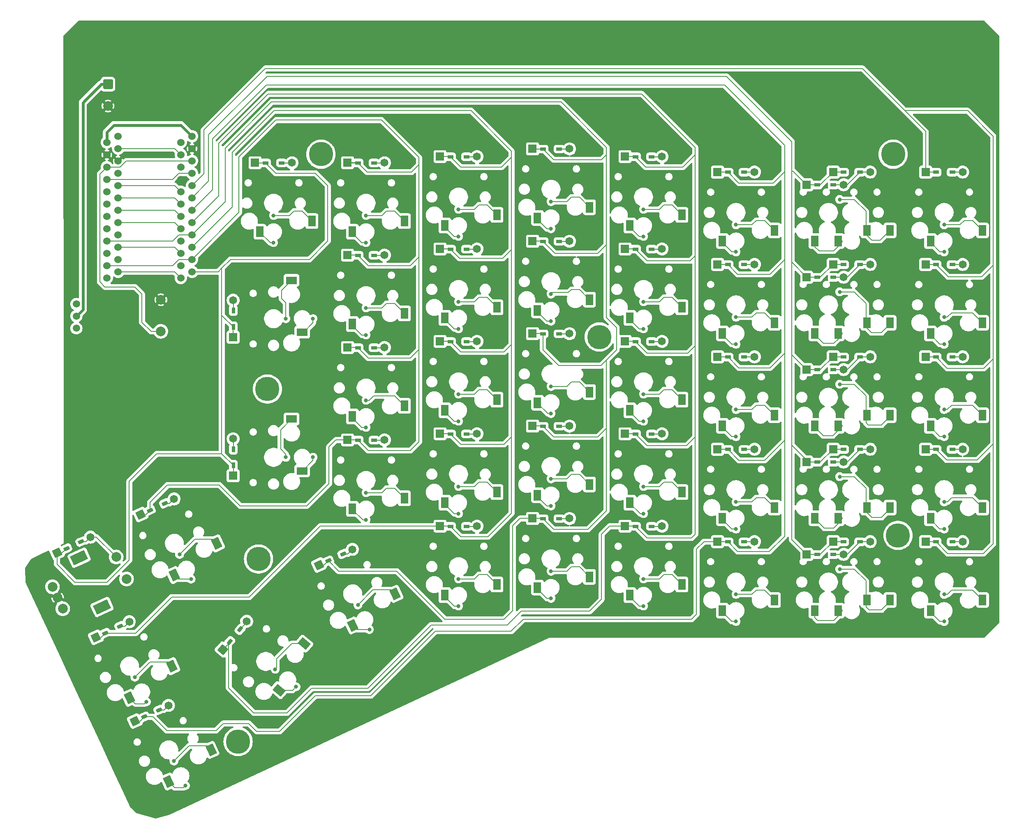
<source format=gtl>
%TF.GenerationSoftware,KiCad,Pcbnew,8.0.3*%
%TF.CreationDate,2024-08-06T23:13:00+08:00*%
%TF.ProjectId,ErgoDOX,4572676f-444f-4582-9e6b-696361645f70,rev?*%
%TF.SameCoordinates,Original*%
%TF.FileFunction,Copper,L1,Top*%
%TF.FilePolarity,Positive*%
%FSLAX46Y46*%
G04 Gerber Fmt 4.6, Leading zero omitted, Abs format (unit mm)*
G04 Created by KiCad (PCBNEW 8.0.3) date 2024-08-06 23:13:00*
%MOMM*%
%LPD*%
G01*
G04 APERTURE LIST*
G04 Aperture macros list*
%AMRoundRect*
0 Rectangle with rounded corners*
0 $1 Rounding radius*
0 $2 $3 $4 $5 $6 $7 $8 $9 X,Y pos of 4 corners*
0 Add a 4 corners polygon primitive as box body*
4,1,4,$2,$3,$4,$5,$6,$7,$8,$9,$2,$3,0*
0 Add four circle primitives for the rounded corners*
1,1,$1+$1,$2,$3*
1,1,$1+$1,$4,$5*
1,1,$1+$1,$6,$7*
1,1,$1+$1,$8,$9*
0 Add four rect primitives between the rounded corners*
20,1,$1+$1,$2,$3,$4,$5,0*
20,1,$1+$1,$4,$5,$6,$7,0*
20,1,$1+$1,$6,$7,$8,$9,0*
20,1,$1+$1,$8,$9,$2,$3,0*%
%AMRotRect*
0 Rectangle, with rotation*
0 The origin of the aperture is its center*
0 $1 length*
0 $2 width*
0 $3 Rotation angle, in degrees counterclockwise*
0 Add horizontal line*
21,1,$1,$2,0,0,$3*%
G04 Aperture macros list end*
%TA.AperFunction,SMDPad,CuDef*%
%ADD10R,1.600000X2.200000*%
%TD*%
%TA.AperFunction,ComponentPad*%
%ADD11C,0.800000*%
%TD*%
%TA.AperFunction,ComponentPad*%
%ADD12C,1.651000*%
%TD*%
%TA.AperFunction,SMDPad,CuDef*%
%ADD13RoundRect,0.051100X0.553900X0.313900X-0.553900X0.313900X-0.553900X-0.313900X0.553900X-0.313900X0*%
%TD*%
%TA.AperFunction,ComponentPad*%
%ADD14R,1.651000X1.651000*%
%TD*%
%TA.AperFunction,SMDPad,CuDef*%
%ADD15R,2.200000X1.600000*%
%TD*%
%TA.AperFunction,SMDPad,CuDef*%
%ADD16RoundRect,0.051100X-0.313900X0.553900X-0.313900X-0.553900X0.313900X-0.553900X0.313900X0.553900X0*%
%TD*%
%TA.AperFunction,SMDPad,CuDef*%
%ADD17RotRect,1.600000X2.200000X205.000000*%
%TD*%
%TA.AperFunction,SMDPad,CuDef*%
%ADD18RoundRect,0.051100X0.369344X0.518578X-0.634664X0.050402X-0.369344X-0.518578X0.634664X-0.050402X0*%
%TD*%
%TA.AperFunction,ComponentPad*%
%ADD19RotRect,1.651000X1.651000X205.000000*%
%TD*%
%TA.AperFunction,SMDPad,CuDef*%
%ADD20RotRect,1.600000X2.200000X230.000000*%
%TD*%
%TA.AperFunction,SMDPad,CuDef*%
%ADD21RoundRect,0.051100X0.115579X0.626083X-0.596501X-0.222541X-0.115579X-0.626083X0.596501X0.222541X0*%
%TD*%
%TA.AperFunction,ComponentPad*%
%ADD22RotRect,1.651000X1.651000X230.000000*%
%TD*%
%TA.AperFunction,ComponentPad*%
%ADD23C,2.000000*%
%TD*%
%TA.AperFunction,ComponentPad*%
%ADD24RotRect,3.200000X2.000000X25.000000*%
%TD*%
%TA.AperFunction,ComponentPad*%
%ADD25C,5.000000*%
%TD*%
%TA.AperFunction,ComponentPad*%
%ADD26C,1.524000*%
%TD*%
%TA.AperFunction,ComponentPad*%
%ADD27RoundRect,0.250000X-0.750000X0.750000X-0.750000X-0.750000X0.750000X-0.750000X0.750000X0.750000X0*%
%TD*%
%TA.AperFunction,ComponentPad*%
%ADD28C,1.500000*%
%TD*%
%TA.AperFunction,ViaPad*%
%ADD29C,0.609600*%
%TD*%
%TA.AperFunction,Conductor*%
%ADD30C,0.609600*%
%TD*%
%TA.AperFunction,Conductor*%
%ADD31C,0.203200*%
%TD*%
G04 APERTURE END LIST*
D10*
%TO.P,SW1:13,1,1*%
%TO.N,/ROW1*%
X194590500Y-146902660D03*
X199352500Y-146902660D03*
D11*
X188982500Y-140532660D03*
D10*
%TO.P,SW1:13,2,2*%
%TO.N,Net-(SW1:13-Pad2)*%
X188652500Y-149102660D03*
D11*
X189152500Y-149152660D03*
D10*
X183890500Y-149102660D03*
D12*
%TO.P,SW1:13,3,A*%
X189812500Y-137502660D03*
D13*
X193132500Y-134908660D03*
X187682500Y-137539860D03*
D12*
X195262500Y-134871460D03*
D14*
%TO.P,SW1:13,4,K*%
%TO.N,/COL0*%
X182192500Y-137502660D03*
D13*
X189772500Y-134908660D03*
D14*
X187642500Y-134871460D03*
D13*
X184322500Y-137539860D03*
%TD*%
D10*
%TO.P,SW1:10,1,1*%
%TO.N,/ROW1*%
X137440000Y-142130000D03*
D11*
X129540000Y-140970000D03*
%TO.P,SW1:10,2,2*%
%TO.N,Net-(SW1:10-Pad2)*%
X129540000Y-146558000D03*
D10*
X126740000Y-144330000D03*
D13*
%TO.P,SW1:10,3,A*%
X131220000Y-130136000D03*
D12*
X133350000Y-130098800D03*
D13*
%TO.P,SW1:10,4,K*%
%TO.N,/COL10*%
X127860000Y-130136000D03*
D14*
X125730000Y-130098800D03*
%TD*%
D11*
%TO.P,SW1:9,1,1*%
%TO.N,/ROW1*%
X110490000Y-142567660D03*
D10*
X118390000Y-143727660D03*
%TO.P,SW1:9,2,2*%
%TO.N,Net-(SW1:9-Pad2)*%
X107690000Y-145927660D03*
D11*
X110490000Y-148155660D03*
D13*
%TO.P,SW1:9,3,A*%
X112170000Y-131733660D03*
D12*
X114300000Y-131696460D03*
D14*
%TO.P,SW1:9,4,K*%
%TO.N,/COL4*%
X106680000Y-131696460D03*
D13*
X108810000Y-131733660D03*
%TD*%
D10*
%TO.P,SW2:13,1,1*%
%TO.N,/ROW2*%
X199352500Y-127852660D03*
D11*
X188982500Y-121482660D03*
D10*
X194590500Y-127852660D03*
%TO.P,SW2:13,2,2*%
%TO.N,Net-(SW2:13-Pad2)*%
X188652500Y-130052660D03*
D11*
X189152500Y-130102660D03*
D10*
X183890500Y-130052660D03*
D13*
%TO.P,SW2:13,3,A*%
X193132500Y-115858660D03*
D12*
X195262500Y-115821460D03*
D13*
X187682500Y-118489860D03*
D12*
X189812500Y-118452660D03*
D14*
%TO.P,SW2:13,4,K*%
%TO.N,/COL0*%
X182192500Y-118452660D03*
D13*
X189772500Y-115858660D03*
X184322500Y-118489860D03*
D14*
X187642500Y-115821460D03*
%TD*%
D10*
%TO.P,SW2:10,1,1*%
%TO.N,/ROW2*%
X137440000Y-123080000D03*
D11*
X129540000Y-121920000D03*
%TO.P,SW2:10,2,2*%
%TO.N,Net-(SW2:10-Pad2)*%
X129540000Y-127508000D03*
D10*
X126740000Y-125280000D03*
D13*
%TO.P,SW2:10,3,A*%
X131220000Y-111086000D03*
D12*
X133350000Y-111048800D03*
D13*
%TO.P,SW2:10,4,K*%
%TO.N,/COL10*%
X127860000Y-111086000D03*
D14*
X125730000Y-111048800D03*
%TD*%
D11*
%TO.P,SW2:9,1,1*%
%TO.N,/ROW2*%
X110490000Y-123517660D03*
D10*
X118390000Y-124677660D03*
%TO.P,SW2:9,2,2*%
%TO.N,Net-(SW2:9-Pad2)*%
X107690000Y-126877660D03*
D11*
X110490000Y-129105660D03*
D13*
%TO.P,SW2:9,3,A*%
X112170000Y-112683660D03*
D12*
X114300000Y-112646460D03*
D14*
%TO.P,SW2:9,4,K*%
%TO.N,/COL4*%
X106680000Y-112646460D03*
D13*
X108810000Y-112683660D03*
%TD*%
D11*
%TO.P,SW2:7,1,1*%
%TO.N,/ROW2*%
X74930000Y-117485160D03*
D15*
X76090000Y-109585160D03*
%TO.P,SW2:7,2,2*%
%TO.N,Net-(SW2:7-Pad2)*%
X78290000Y-120285160D03*
D11*
X80518000Y-117485160D03*
D16*
%TO.P,SW2:7,3,A*%
X64096000Y-115805160D03*
D12*
X64058800Y-113675160D03*
D16*
%TO.P,SW2:7,4,K*%
%TO.N,/COL6*%
X64096000Y-119165160D03*
D14*
X64058800Y-121295160D03*
%TD*%
D10*
%TO.P,SW3:13,1,1*%
%TO.N,/ROW3*%
X199352500Y-108802660D03*
X194590500Y-108802660D03*
D11*
X188982500Y-102432660D03*
%TO.P,SW3:13,2,2*%
%TO.N,Net-(SW3:13-Pad2)*%
X189152500Y-111052660D03*
D10*
X183890500Y-111002660D03*
X188652500Y-111002660D03*
D13*
%TO.P,SW3:13,3,A*%
X187682500Y-99439860D03*
X193132500Y-96808660D03*
D12*
X195262500Y-96771460D03*
X189812500Y-99402660D03*
D13*
%TO.P,SW3:13,4,K*%
%TO.N,/COL0*%
X184322500Y-99439860D03*
D14*
X187642500Y-96771460D03*
D13*
X189772500Y-96808660D03*
D14*
X182192500Y-99402660D03*
%TD*%
D11*
%TO.P,SW3:11,1,1*%
%TO.N,/ROW3*%
X148590000Y-104467660D03*
D10*
X156490000Y-105627660D03*
D11*
%TO.P,SW3:11,2,2*%
%TO.N,Net-(SW3:11-Pad2)*%
X148590000Y-110055660D03*
D10*
X145790000Y-107827660D03*
D12*
%TO.P,SW3:11,3,A*%
X152400000Y-93596460D03*
D13*
X150270000Y-93633660D03*
%TO.P,SW3:11,4,K*%
%TO.N,/COL11*%
X146910000Y-93633660D03*
D14*
X144780000Y-93596460D03*
%TD*%
D11*
%TO.P,SW3:10,1,1*%
%TO.N,/ROW3*%
X129540000Y-102870000D03*
D10*
X137440000Y-104030000D03*
%TO.P,SW3:10,2,2*%
%TO.N,Net-(SW3:10-Pad2)*%
X126740000Y-106230000D03*
D11*
X129540000Y-108458000D03*
D13*
%TO.P,SW3:10,3,A*%
X131220000Y-92036000D03*
D12*
X133350000Y-91998800D03*
D13*
%TO.P,SW3:10,4,K*%
%TO.N,/COL10*%
X127860000Y-92036000D03*
D14*
X125730000Y-91998800D03*
%TD*%
D10*
%TO.P,SW3:9,1,1*%
%TO.N,/ROW3*%
X118390000Y-105627660D03*
D11*
X110490000Y-104467660D03*
%TO.P,SW3:9,2,2*%
%TO.N,Net-(SW3:9-Pad2)*%
X110490000Y-110055660D03*
D10*
X107690000Y-107827660D03*
D12*
%TO.P,SW3:9,3,A*%
X114300000Y-93596460D03*
D13*
X112170000Y-93633660D03*
%TO.P,SW3:9,4,K*%
%TO.N,/COL4*%
X108810000Y-93633660D03*
D14*
X106680000Y-93596460D03*
%TD*%
D10*
%TO.P,SW3:8,1,1*%
%TO.N,/ROW3*%
X99340000Y-106897660D03*
D11*
X91440000Y-105737660D03*
D10*
%TO.P,SW3:8,2,2*%
%TO.N,Net-(SW3:8-Pad2)*%
X88640000Y-109097660D03*
D11*
X91440000Y-111325660D03*
D12*
%TO.P,SW3:8,3,A*%
X95250000Y-94866460D03*
D13*
X93120000Y-94903660D03*
D14*
%TO.P,SW3:8,4,K*%
%TO.N,/COL5*%
X87630000Y-94866460D03*
D13*
X89760000Y-94903660D03*
%TD*%
D11*
%TO.P,SW4:13,1,1*%
%TO.N,/ROW4*%
X188982500Y-83382660D03*
D10*
X194590500Y-89752660D03*
X199352500Y-89752660D03*
%TO.P,SW4:13,2,2*%
%TO.N,Net-(SW4:13-Pad2)*%
X183890500Y-91952660D03*
X188652500Y-91952660D03*
D11*
X189152500Y-92002660D03*
D12*
%TO.P,SW4:13,3,A*%
X189812500Y-80352660D03*
D13*
X193132500Y-77758660D03*
D12*
X195262500Y-77721460D03*
D13*
X187682500Y-80389860D03*
%TO.P,SW4:13,4,K*%
%TO.N,/COL0*%
X189772500Y-77758660D03*
D14*
X187642500Y-77721460D03*
X182192500Y-80352660D03*
D13*
X184322500Y-80389860D03*
%TD*%
D10*
%TO.P,SW4:12,1,1*%
%TO.N,/ROW4*%
X175540000Y-89752660D03*
D11*
X167640000Y-88592660D03*
D10*
%TO.P,SW4:12,2,2*%
%TO.N,Net-(SW4:12-Pad2)*%
X164840000Y-91952660D03*
D11*
X167640000Y-94180660D03*
D13*
%TO.P,SW4:12,3,A*%
X169320000Y-77758660D03*
D12*
X171450000Y-77721460D03*
D13*
%TO.P,SW4:12,4,K*%
%TO.N,/COL1*%
X165960000Y-77758660D03*
D14*
X163830000Y-77721460D03*
%TD*%
D11*
%TO.P,SW4:11,1,1*%
%TO.N,/ROW4*%
X148590000Y-85417660D03*
D10*
X156490000Y-86577660D03*
%TO.P,SW4:11,2,2*%
%TO.N,Net-(SW4:11-Pad2)*%
X145790000Y-88777660D03*
D11*
X148590000Y-91005660D03*
D12*
%TO.P,SW4:11,3,A*%
X152400000Y-74546460D03*
D13*
X150270000Y-74583660D03*
%TO.P,SW4:11,4,K*%
%TO.N,/COL11*%
X146910000Y-74583660D03*
D14*
X144780000Y-74546460D03*
%TD*%
D11*
%TO.P,SW4:10,1,1*%
%TO.N,/ROW4*%
X129540000Y-83820000D03*
D10*
X137440000Y-84980000D03*
D11*
%TO.P,SW4:10,2,2*%
%TO.N,Net-(SW4:10-Pad2)*%
X129540000Y-89408000D03*
D10*
X126740000Y-87180000D03*
D12*
%TO.P,SW4:10,3,A*%
X133350000Y-72948800D03*
D13*
X131220000Y-72986000D03*
%TO.P,SW4:10,4,K*%
%TO.N,/COL10*%
X127860000Y-72986000D03*
D14*
X125730000Y-72948800D03*
%TD*%
D10*
%TO.P,SW4:9,1,1*%
%TO.N,/ROW4*%
X118390000Y-86577660D03*
D11*
X110490000Y-85417660D03*
D10*
%TO.P,SW4:9,2,2*%
%TO.N,Net-(SW4:9-Pad2)*%
X107690000Y-88777660D03*
D11*
X110490000Y-91005660D03*
D13*
%TO.P,SW4:9,3,A*%
X112170000Y-74583660D03*
D12*
X114300000Y-74546460D03*
D13*
%TO.P,SW4:9,4,K*%
%TO.N,/COL4*%
X108810000Y-74583660D03*
D14*
X106680000Y-74546460D03*
%TD*%
D10*
%TO.P,SW4:8,1,1*%
%TO.N,/ROW4*%
X99340000Y-87847660D03*
D11*
X91440000Y-86687660D03*
D10*
%TO.P,SW4:8,2,2*%
%TO.N,Net-(SW4:8-Pad2)*%
X88640000Y-90047660D03*
D11*
X91440000Y-92275660D03*
D13*
%TO.P,SW4:8,3,A*%
X93120000Y-75853660D03*
D12*
X95250000Y-75816460D03*
D14*
%TO.P,SW4:8,4,K*%
%TO.N,/COL5*%
X87630000Y-75816460D03*
D13*
X89760000Y-75853660D03*
%TD*%
D11*
%TO.P,SW4:7,1,1*%
%TO.N,/ROW4*%
X74930000Y-88910160D03*
D15*
X76090000Y-81010160D03*
%TO.P,SW4:7,2,2*%
%TO.N,Net-(SW4:7-Pad2)*%
X78290000Y-91710160D03*
D11*
X80518000Y-88910160D03*
D12*
%TO.P,SW4:7,3,A*%
X64058800Y-85100160D03*
D16*
X64096000Y-87230160D03*
%TO.P,SW4:7,4,K*%
%TO.N,/COL6*%
X64096000Y-90590160D03*
D14*
X64058800Y-92720160D03*
%TD*%
D11*
%TO.P,SW0:10,1,1*%
%TO.N,/ROW0*%
X89764450Y-147930022D03*
D17*
X97414519Y-145642655D03*
D11*
%TO.P,SW0:10,2,2*%
%TO.N,Net-(SW0:10-Pad2)*%
X92126041Y-152994470D03*
D17*
X88646786Y-152158547D03*
D12*
%TO.P,SW0:10,3,A*%
X88623115Y-136467193D03*
D18*
X86708401Y-137401085D03*
D19*
%TO.P,SW0:10,4,K*%
%TO.N,/COL10*%
X81717050Y-139687544D03*
D18*
X83663207Y-138821082D03*
%TD*%
D11*
%TO.P,SW0:12,1,1*%
%TO.N,/ROW0*%
X51873450Y-180102022D03*
D17*
X59523519Y-177814655D03*
D11*
%TO.P,SW0:12,2,2*%
%TO.N,Net-(SW0:12-Pad2)*%
X54235041Y-185166470D03*
D17*
X50755786Y-184330547D03*
D12*
%TO.P,SW0:12,3,A*%
X50732115Y-168639193D03*
D18*
X48817401Y-169573085D03*
%TO.P,SW0:12,4,K*%
%TO.N,/COL1*%
X45772207Y-170993082D03*
D19*
X43826050Y-171859544D03*
%TD*%
D20*
%TO.P,SW0:11,1,1*%
%TO.N,/ROW0*%
X78692387Y-155891563D03*
D11*
X72725753Y-161197681D03*
%TO.P,SW0:11,2,2*%
%TO.N,Net-(SW0:11-Pad2)*%
X77006409Y-164789578D03*
D20*
X73499857Y-165502371D03*
D21*
%TO.P,SW0:11,3,A*%
X65506311Y-152946765D03*
D12*
X66846951Y-151291179D03*
D21*
%TO.P,SW0:11,4,K*%
%TO.N,/COL11*%
X63346544Y-155520674D03*
D22*
X61948910Y-157128437D03*
%TD*%
D11*
%TO.P,SW0:9,1,1*%
%TO.N,/ROW0*%
X43821650Y-162835102D03*
D17*
X51471719Y-160547735D03*
%TO.P,SW0:9,2,2*%
%TO.N,Net-(SW0:9-Pad2)*%
X42703986Y-167063627D03*
D11*
X46183241Y-167899550D03*
D18*
%TO.P,SW0:9,3,A*%
X40765601Y-152306165D03*
D12*
X42680315Y-151372273D03*
D19*
%TO.P,SW0:9,4,K*%
%TO.N,/COL4*%
X35774250Y-154592624D03*
D18*
X37720407Y-153726162D03*
%TD*%
D23*
%TO.P,SW0:7,A*%
%TO.N,ENCA*%
X26845086Y-144172567D03*
%TO.P,SW0:7,B*%
%TO.N,ENCB*%
X28958177Y-148704106D03*
%TO.P,SW0:7,C*%
%TO.N,GND*%
X27901632Y-146438337D03*
D24*
%TO.P,SW0:7,MP*%
%TO.N,N/C*%
X32332278Y-138193376D03*
X37065602Y-148344024D03*
D23*
%TO.P,SW0:7,S1*%
%TO.N,/ROW0*%
X42099640Y-142576142D03*
%TO.P,SW0:7,S2*%
%TO.N,Net-(SW0:7-Pad2)*%
X39986549Y-138044603D03*
%TD*%
D11*
%TO.P,SW1:11,1,1*%
%TO.N,/ROW1*%
X148590000Y-142567660D03*
D10*
X156490000Y-143727660D03*
D11*
%TO.P,SW1:11,2,2*%
%TO.N,Net-(SW1:11-Pad2)*%
X148590000Y-148155660D03*
D10*
X145790000Y-145927660D03*
D12*
%TO.P,SW1:11,3,A*%
X152400000Y-131696460D03*
D13*
X150270000Y-131733660D03*
D14*
%TO.P,SW1:11,4,K*%
%TO.N,/COL11*%
X144780000Y-131696460D03*
D13*
X146910000Y-131733660D03*
%TD*%
D17*
%TO.P,SW0:8,1,1*%
%TO.N,/ROW0*%
X60686839Y-135234095D03*
D11*
X53036770Y-137521462D03*
D17*
%TO.P,SW0:8,2,2*%
%TO.N,Net-(SW0:8-Pad2)*%
X51919106Y-141749987D03*
D11*
X55398361Y-142585910D03*
D18*
%TO.P,SW0:8,3,A*%
X49980721Y-126992525D03*
D12*
X51895435Y-126058633D03*
D19*
%TO.P,SW0:8,4,K*%
%TO.N,/COL5*%
X44989370Y-129278984D03*
D18*
X46935527Y-128412522D03*
%TD*%
D10*
%TO.P,SW5:13,1,1*%
%TO.N,/ROW5*%
X194590500Y-70705200D03*
D11*
X188982500Y-64335200D03*
D10*
X199352500Y-70705200D03*
D11*
%TO.P,SW5:13,2,2*%
%TO.N,Net-(SW5:13-Pad2)*%
X189152500Y-72955200D03*
D10*
X188652500Y-72905200D03*
X183890500Y-72905200D03*
D12*
%TO.P,SW5:13,3,A*%
X195262500Y-58674000D03*
X189812500Y-61305200D03*
D13*
X193132500Y-58711200D03*
X187682500Y-61342400D03*
D14*
%TO.P,SW5:13,4,K*%
%TO.N,/COL0*%
X187642500Y-58674000D03*
X182192500Y-61305200D03*
D13*
X184322500Y-61342400D03*
X189772500Y-58711200D03*
%TD*%
D11*
%TO.P,SW5:9,1,1*%
%TO.N,/ROW5*%
X110490000Y-66367660D03*
D10*
X118390000Y-67527660D03*
D11*
%TO.P,SW5:9,2,2*%
%TO.N,Net-(SW5:9-Pad2)*%
X110490000Y-71955660D03*
D10*
X107690000Y-69727660D03*
D12*
%TO.P,SW5:9,3,A*%
X114300000Y-55496460D03*
D13*
X112170000Y-55533660D03*
D14*
%TO.P,SW5:9,4,K*%
%TO.N,/COL4*%
X106680000Y-55496460D03*
D13*
X108810000Y-55533660D03*
%TD*%
D11*
%TO.P,SW5:10,1,1*%
%TO.N,/ROW5*%
X129540000Y-64770000D03*
D10*
X137440000Y-65930000D03*
D11*
%TO.P,SW5:10,2,2*%
%TO.N,Net-(SW5:10-Pad2)*%
X129540000Y-70358000D03*
D10*
X126740000Y-68130000D03*
D13*
%TO.P,SW5:10,3,A*%
X131220000Y-53936000D03*
D12*
X133350000Y-53898800D03*
D14*
%TO.P,SW5:10,4,K*%
%TO.N,/COL10*%
X125730000Y-53898800D03*
D13*
X127860000Y-53936000D03*
%TD*%
D11*
%TO.P,SW5:11,1,1*%
%TO.N,/ROW5*%
X148590000Y-66367660D03*
D10*
X156490000Y-67527660D03*
%TO.P,SW5:11,2,2*%
%TO.N,Net-(SW5:11-Pad2)*%
X145790000Y-69727660D03*
D11*
X148590000Y-71955660D03*
D13*
%TO.P,SW5:11,3,A*%
X150270000Y-55533660D03*
D12*
X152400000Y-55496460D03*
D14*
%TO.P,SW5:11,4,K*%
%TO.N,/COL11*%
X144780000Y-55496460D03*
D13*
X146910000Y-55533660D03*
%TD*%
D10*
%TO.P,SW5:12,1,1*%
%TO.N,/ROW5*%
X175540000Y-70705200D03*
D11*
X167640000Y-69545200D03*
%TO.P,SW5:12,2,2*%
%TO.N,Net-(SW5:12-Pad2)*%
X167640000Y-75133200D03*
D10*
X164840000Y-72905200D03*
D12*
%TO.P,SW5:12,3,A*%
X171450000Y-58674000D03*
D13*
X169320000Y-58711200D03*
%TO.P,SW5:12,4,K*%
%TO.N,/COL1*%
X165960000Y-58711200D03*
D14*
X163830000Y-58674000D03*
%TD*%
D10*
%TO.P,SW5:8,1,1*%
%TO.N,/ROW5*%
X99340000Y-68800200D03*
D11*
X91440000Y-67640200D03*
D10*
%TO.P,SW5:8,2,2*%
%TO.N,Net-(SW5:8-Pad2)*%
X88640000Y-71000200D03*
D11*
X91440000Y-73228200D03*
D12*
%TO.P,SW5:8,3,A*%
X95250000Y-56769000D03*
D13*
X93120000Y-56806200D03*
D14*
%TO.P,SW5:8,4,K*%
%TO.N,/COL5*%
X87630000Y-56769000D03*
D13*
X89760000Y-56806200D03*
%TD*%
D11*
%TO.P,SW5:7,1,1*%
%TO.N,/ROW5*%
X72390000Y-67640200D03*
D10*
X80290000Y-68800200D03*
%TO.P,SW5:7,2,2*%
%TO.N,Net-(SW5:7-Pad2)*%
X69590000Y-71000200D03*
D11*
X72390000Y-73228200D03*
D13*
%TO.P,SW5:7,3,A*%
X74070000Y-56806200D03*
D12*
X76200000Y-56769000D03*
D13*
%TO.P,SW5:7,4,K*%
%TO.N,/COL6*%
X70710000Y-56806200D03*
D14*
X68580000Y-56769000D03*
%TD*%
D10*
%TO.P,SW2:11,1,1*%
%TO.N,/ROW2*%
X156490000Y-124677660D03*
D11*
X148590000Y-123517660D03*
D10*
%TO.P,SW2:11,2,2*%
%TO.N,Net-(SW2:11-Pad2)*%
X145790000Y-126877660D03*
D11*
X148590000Y-129105660D03*
D13*
%TO.P,SW2:11,3,A*%
X150270000Y-112683660D03*
D12*
X152400000Y-112646460D03*
D13*
%TO.P,SW2:11,4,K*%
%TO.N,/COL11*%
X146910000Y-112683660D03*
D14*
X144780000Y-112646460D03*
%TD*%
D11*
%TO.P,SW2:8,1,1*%
%TO.N,/ROW2*%
X91440000Y-124787660D03*
D10*
X99340000Y-125947660D03*
D11*
%TO.P,SW2:8,2,2*%
%TO.N,Net-(SW2:8-Pad2)*%
X91440000Y-130375660D03*
D10*
X88640000Y-128147660D03*
D12*
%TO.P,SW2:8,3,A*%
X95250000Y-113916460D03*
D13*
X93120000Y-113953660D03*
D14*
%TO.P,SW2:8,4,K*%
%TO.N,/COL5*%
X87630000Y-113916460D03*
D13*
X89760000Y-113953660D03*
%TD*%
D11*
%TO.P,SW3:12,1,1*%
%TO.N,/ROW3*%
X167640000Y-107642660D03*
D10*
X175540000Y-108802660D03*
D11*
%TO.P,SW3:12,2,2*%
%TO.N,Net-(SW3:12-Pad2)*%
X167640000Y-113230660D03*
D10*
X164840000Y-111002660D03*
D12*
%TO.P,SW3:12,3,A*%
X171450000Y-96771460D03*
D13*
X169320000Y-96808660D03*
D14*
%TO.P,SW3:12,4,K*%
%TO.N,/COL1*%
X163830000Y-96771460D03*
D13*
X165960000Y-96808660D03*
%TD*%
D11*
%TO.P,SW2:12,1,1*%
%TO.N,/ROW2*%
X167640000Y-126692660D03*
D10*
X175540000Y-127852660D03*
%TO.P,SW2:12,2,2*%
%TO.N,Net-(SW2:12-Pad2)*%
X164840000Y-130052660D03*
D11*
X167640000Y-132280660D03*
D12*
%TO.P,SW2:12,3,A*%
X171450000Y-115821460D03*
D13*
X169320000Y-115858660D03*
%TO.P,SW2:12,4,K*%
%TO.N,/COL1*%
X165960000Y-115858660D03*
D14*
X163830000Y-115821460D03*
%TD*%
D10*
%TO.P,SW1:12,1,1*%
%TO.N,/ROW1*%
X175540000Y-146902660D03*
D11*
X167640000Y-145742660D03*
D10*
%TO.P,SW1:12,2,2*%
%TO.N,Net-(SW1:12-Pad2)*%
X164840000Y-149102660D03*
D11*
X167640000Y-151330660D03*
D13*
%TO.P,SW1:12,3,A*%
X169320000Y-134908660D03*
D12*
X171450000Y-134871460D03*
D14*
%TO.P,SW1:12,4,K*%
%TO.N,/COL1*%
X163830000Y-134871460D03*
D13*
X165960000Y-134908660D03*
%TD*%
D11*
%TO.P,STITCHING_VIA,GND*%
%TO.N,GND*%
X101490000Y-129460000D03*
%TD*%
%TO.P,STITCHING_VIA,GND*%
%TO.N,GND*%
X59870000Y-171840000D03*
%TD*%
%TO.P,STITCHING_VIA,GND*%
%TO.N,GND*%
X156972000Y-132510000D03*
%TD*%
%TO.P,STITCHING_VIA,GND*%
%TO.N,GND*%
X98806000Y-59944000D03*
%TD*%
D18*
%TO.P,,4,K*%
%TO.N,/COL6*%
X29720806Y-136293997D03*
%TD*%
D25*
%TO.P,,*%
%TO.N,*%
X139471400Y-92684600D03*
%TD*%
D26*
%TO.P,U1,1*%
%TO.N,NET-(U3-PAD1)*%
X40372900Y-51297000D03*
X53286500Y-52567000D03*
%TO.P,U1,2*%
%TO.N,NET-(U3-PAD2)*%
X40372900Y-53837000D03*
X53286500Y-55107000D03*
%TO.P,U1,3*%
%TO.N,GND*%
X53286500Y-57647000D03*
X40372900Y-56377000D03*
%TO.P,U1,4*%
X40372900Y-58917000D03*
X53286500Y-60187000D03*
%TO.P,U1,5*%
%TO.N,ENCA*%
X40372900Y-61457000D03*
X53286500Y-62727000D03*
%TO.P,U1,6*%
%TO.N,ENCB*%
X40372900Y-63997000D03*
X53286500Y-65267000D03*
%TO.P,U1,7*%
%TO.N,/ROW5*%
X40372900Y-66537000D03*
X53286500Y-67807000D03*
%TO.P,U1,8*%
%TO.N,/ROW4*%
X40372900Y-69077000D03*
X53286500Y-70347000D03*
%TO.P,U1,9*%
%TO.N,/ROW3*%
X53286500Y-72887000D03*
X40372900Y-71617000D03*
%TO.P,U1,10*%
%TO.N,/ROW2*%
X53286500Y-75427000D03*
X40372900Y-74157000D03*
%TO.P,U1,11*%
%TO.N,/ROW1*%
X40372900Y-76697000D03*
X53286500Y-77967000D03*
%TO.P,U1,12*%
%TO.N,/ROW0*%
X53286500Y-80507000D03*
X40372900Y-79237000D03*
%TO.P,U1,13*%
%TO.N,/COL6*%
X38046500Y-80507000D03*
X55592900Y-79237000D03*
%TO.P,U1,14*%
%TO.N,/COL5*%
X55592900Y-76697000D03*
X38046500Y-77967000D03*
%TO.P,U1,15*%
%TO.N,/COL4*%
X38046500Y-75427000D03*
X55592900Y-74157000D03*
%TO.P,U1,16*%
%TO.N,/COL10*%
X55592900Y-71617000D03*
X38046500Y-72887000D03*
%TO.P,U1,17*%
%TO.N,/COL11*%
X55592900Y-69077000D03*
X38046500Y-70347000D03*
%TO.P,U1,18*%
%TO.N,/COL1*%
X55592900Y-66537000D03*
X38046500Y-67807000D03*
%TO.P,U1,19*%
%TO.N,/COL0*%
X55592900Y-63997000D03*
X38046500Y-65267000D03*
%TO.P,U1,20*%
%TO.N,/COL7*%
X55592900Y-61457000D03*
X38046500Y-62727000D03*
%TO.P,U1,21*%
%TO.N,VCC*%
X38046500Y-60187000D03*
X55592900Y-58917000D03*
%TO.P,U1,22*%
%TO.N,/RST*%
X38046500Y-57647000D03*
X55592900Y-56377000D03*
%TO.P,U1,23*%
%TO.N,GND*%
X55592900Y-53837000D03*
X38046500Y-55107000D03*
%TO.P,U1,24*%
%TO.N,+BATT*%
X38046500Y-52567000D03*
X55592900Y-51297000D03*
%TD*%
D19*
%TO.P,,4,K*%
%TO.N,/COL6*%
X27774649Y-137160459D03*
%TD*%
D10*
%TO.P,SW11,1*%
%TO.N,/ROW2*%
X218402400Y-127850850D03*
D11*
X210502400Y-126690850D03*
%TO.P,SW11,2*%
%TO.N,4-pad2*%
X210502400Y-132278850D03*
D10*
X207702400Y-130050850D03*
D13*
%TO.P,SW11,3*%
X212182400Y-115856850D03*
D12*
X214312400Y-115819650D03*
D14*
%TO.P,SW11,4*%
%TO.N,/COL7*%
X206692400Y-115819650D03*
D13*
X208822400Y-115856850D03*
%TD*%
D25*
%TO.P,,*%
%TO.N,*%
X65074800Y-176098200D03*
%TD*%
D18*
%TO.P,,3,A*%
%TO.N,Net-(SW0:7-Pad2)*%
X32766000Y-134874000D03*
%TD*%
D11*
%TO.P,SW11,1*%
%TO.N,/ROW4*%
X210502400Y-88595200D03*
D10*
X218402400Y-89755200D03*
%TO.P,SW11,2*%
%TO.N,2-pad2*%
X207702400Y-91955200D03*
D11*
X210502400Y-94183200D03*
D12*
%TO.P,SW11,3*%
X214312400Y-77724000D03*
D13*
X212182400Y-77761200D03*
D14*
%TO.P,SW11,4*%
%TO.N,/COL7*%
X206692400Y-77724000D03*
D13*
X208822400Y-77761200D03*
%TD*%
D25*
%TO.P,,*%
%TO.N,*%
X82150000Y-55000000D03*
%TD*%
D27*
%TO.P,BATTERY,1*%
%TO.N,NET-(BSW1-PAD2)*%
X38280000Y-40570000D03*
D23*
%TO.P,BATTERY,2*%
%TO.N,GND*%
X38280000Y-45070000D03*
%TD*%
D25*
%TO.P,,*%
%TO.N,*%
X71110000Y-103420000D03*
%TD*%
%TO.P,,*%
%TO.N,*%
X200990000Y-133590000D03*
%TD*%
D11*
%TO.P,SW11,1*%
%TO.N,/ROW5*%
X210502400Y-69545200D03*
D10*
X218402400Y-70705200D03*
D11*
%TO.P,SW11,2*%
%TO.N,1-pad2*%
X210502400Y-75133200D03*
D10*
X207702400Y-72905200D03*
D13*
%TO.P,SW11,3*%
X212182400Y-58711200D03*
D12*
X214312400Y-58674000D03*
D13*
%TO.P,SW11,4*%
%TO.N,/COL7*%
X208822400Y-58711200D03*
D14*
X206692400Y-58674000D03*
%TD*%
D11*
%TO.P,SW11,1*%
%TO.N,/ROW1*%
X210502400Y-145750850D03*
D10*
X218402400Y-146910850D03*
D11*
%TO.P,SW11,2*%
%TO.N,5-pad2*%
X210502400Y-151338850D03*
D10*
X207702400Y-149110850D03*
D13*
%TO.P,SW11,3*%
X212182400Y-134916850D03*
D12*
X214312400Y-134879650D03*
D13*
%TO.P,SW11,4*%
%TO.N,/COL7*%
X208822400Y-134916850D03*
D14*
X206692400Y-134879650D03*
%TD*%
D12*
%TO.P,,3,A*%
%TO.N,Net-(SW0:7-Pad2)*%
X34680714Y-133940108D03*
%TD*%
D28*
%TO.P,BSW1,1*%
%TO.N,N/C*%
X31762000Y-90897000D03*
%TO.P,BSW1,2*%
%TO.N,NET-(BSW1-PAD2)*%
X31762000Y-88397000D03*
%TO.P,BSW1,3*%
%TO.N,+BATT*%
X31762000Y-85897000D03*
%TD*%
D10*
%TO.P,SW11,1*%
%TO.N,/ROW3*%
X218402400Y-108800850D03*
D11*
X210502400Y-107640850D03*
%TO.P,SW11,2*%
%TO.N,3-pad2*%
X210502400Y-113228850D03*
D10*
X207702400Y-111000850D03*
D12*
%TO.P,SW11,3*%
X214312400Y-96769650D03*
D13*
X212182400Y-96806850D03*
D14*
%TO.P,SW11,4*%
%TO.N,/COL7*%
X206692400Y-96769650D03*
D13*
X208822400Y-96806850D03*
%TD*%
D25*
%TO.P,,*%
%TO.N,*%
X200000000Y-55000000D03*
%TD*%
D23*
%TO.P,RSW1,1*%
%TO.N,GND*%
X49174400Y-85015000D03*
%TO.P,RSW1,2*%
%TO.N,/RST*%
X49174400Y-91515000D03*
%TD*%
D25*
%TO.P,,*%
%TO.N,*%
X69290000Y-138460000D03*
%TD*%
D29*
%TO.N,GND*%
X173964600Y-54102000D03*
X156159200Y-53644800D03*
X160858200Y-94386400D03*
X182803800Y-53060600D03*
X156768800Y-112928400D03*
X156921200Y-98272600D03*
X146354800Y-95681800D03*
%TD*%
D30*
%TO.N,NET-(BSW1-PAD2)*%
X33121600Y-87037400D02*
X31762000Y-88397000D01*
X33121600Y-44338400D02*
X33121600Y-87037400D01*
X36890000Y-40570000D02*
X33121600Y-44338400D01*
X38280000Y-40570000D02*
X36890000Y-40570000D01*
D31*
%TO.N,/COL0*%
X71040000Y-38960000D02*
X165655200Y-38960000D01*
X59000000Y-51000000D02*
X71040000Y-38960000D01*
X59000000Y-60589900D02*
X59000000Y-51000000D01*
X165655200Y-38960000D02*
X179120800Y-52425600D01*
X55592900Y-63997000D02*
X59000000Y-60589900D01*
X179120800Y-52425600D02*
X179120800Y-58521600D01*
%TO.N,/COL7*%
X70690000Y-37310000D02*
X193672400Y-37310000D01*
X58000000Y-50000000D02*
X70690000Y-37310000D01*
X58000000Y-59049900D02*
X58000000Y-50000000D01*
X193672400Y-37310000D02*
X202387200Y-46024800D01*
X55592900Y-61457000D02*
X58000000Y-59049900D01*
%TO.N,/COL0*%
X184322500Y-137539860D02*
X184974100Y-137539860D01*
X179120800Y-114960400D02*
X179120800Y-134430960D01*
X184974100Y-137539860D02*
X187642500Y-134871460D01*
X184974100Y-99439860D02*
X187642500Y-96771460D01*
X179120800Y-77317600D02*
X179120800Y-95910400D01*
X182192500Y-137502660D02*
X184285300Y-137502660D01*
X179120800Y-95910400D02*
X179120800Y-114960400D01*
X182192500Y-61305200D02*
X184285300Y-61305200D01*
X182192500Y-80352660D02*
X184285300Y-80352660D01*
X182192500Y-118452660D02*
X184285300Y-118452660D01*
X184974100Y-80389860D02*
X187642500Y-77721460D01*
X179120800Y-58521600D02*
X179120800Y-77317600D01*
X179120800Y-134430960D02*
X182192500Y-137502660D01*
X187642500Y-58674000D02*
X189735300Y-58674000D01*
X184322500Y-61342400D02*
X184974100Y-61342400D01*
X187642500Y-96771460D02*
X189735300Y-96771460D01*
X184322500Y-80389860D02*
X184974100Y-80389860D01*
X179120800Y-96330960D02*
X179120800Y-95910400D01*
X179120800Y-114960400D02*
X182192500Y-118032100D01*
X179157440Y-77317600D02*
X182192500Y-80352660D01*
X187642500Y-134871460D02*
X189735300Y-134871460D01*
X179120800Y-58521600D02*
X179408900Y-58521600D01*
X187642500Y-115821460D02*
X189735300Y-115821460D01*
X179120800Y-77317600D02*
X179157440Y-77317600D01*
X182192500Y-99402660D02*
X179120800Y-96330960D01*
X184974100Y-61342400D02*
X187642500Y-58674000D01*
X184322500Y-99439860D02*
X184974100Y-99439860D01*
X184322500Y-99439860D02*
X182229700Y-99439860D01*
X184322500Y-118489860D02*
X184974100Y-118489860D01*
X184974100Y-118489860D02*
X187642500Y-115821460D01*
X179408900Y-58521600D02*
X182192500Y-61305200D01*
X187642500Y-77721460D02*
X189735300Y-77721460D01*
%TO.N,/COL1*%
X168211340Y-118110000D02*
X173532800Y-118110000D01*
X62026800Y-172364400D02*
X60566300Y-173824900D01*
X177647600Y-59791600D02*
X177647600Y-76758800D01*
X163830000Y-134871460D02*
X161038540Y-134871460D01*
X81026000Y-166624000D02*
X73660000Y-173990000D01*
X167957340Y-79756000D02*
X174650400Y-79756000D01*
X177647600Y-78333600D02*
X177647600Y-96062800D01*
X174650400Y-99060000D02*
X177647600Y-96062800D01*
X177647600Y-97383600D02*
X177647600Y-113995200D01*
X60566300Y-173824900D02*
X50380900Y-173824900D01*
X177647600Y-76758800D02*
X177647600Y-78333600D01*
X177647600Y-58623200D02*
X177647600Y-53187600D01*
X92456000Y-166624000D02*
X81026000Y-166624000D01*
X105727500Y-153352500D02*
X92456000Y-166624000D01*
X161038540Y-134871460D02*
X159512000Y-136398000D01*
X168211340Y-99060000D02*
X174650400Y-99060000D01*
X165960000Y-96808660D02*
X168211340Y-99060000D01*
X167957340Y-136906000D02*
X174498000Y-136906000D01*
X163830000Y-115821460D02*
X165922800Y-115821460D01*
X165960000Y-58711200D02*
X168208800Y-60960000D01*
X159512000Y-136398000D02*
X159512000Y-149860000D01*
X73660000Y-173990000D02*
X68910200Y-173990000D01*
X123799600Y-150876000D02*
X121323100Y-153352500D01*
X70898400Y-40760000D02*
X59842400Y-51816000D01*
X174498000Y-136906000D02*
X177647600Y-133756400D01*
X50380900Y-173824900D02*
X47549082Y-170993082D01*
X59842400Y-62287500D02*
X55592900Y-66537000D01*
X121323100Y-153352500D02*
X105727500Y-153352500D01*
X165270800Y-40760000D02*
X70898400Y-40760000D01*
X163830000Y-58674000D02*
X165922800Y-58674000D01*
X177596800Y-53086000D02*
X165270800Y-40760000D01*
X43826050Y-171859544D02*
X44905745Y-171859544D01*
X175310800Y-60960000D02*
X177647600Y-58623200D01*
X163830000Y-96771460D02*
X165922800Y-96771460D01*
X174650400Y-79756000D02*
X177647600Y-76758800D01*
X177647600Y-116433600D02*
X177647600Y-133756400D01*
X44905745Y-171859544D02*
X45772207Y-170993082D01*
X67284600Y-172364400D02*
X62026800Y-172364400D01*
X177647600Y-59791600D02*
X177647600Y-58623200D01*
X158496000Y-150876000D02*
X123799600Y-150876000D01*
X159512000Y-149860000D02*
X158496000Y-150876000D01*
X163830000Y-134871460D02*
X165922800Y-134871460D01*
X165960000Y-134908660D02*
X167957340Y-136906000D01*
X173532800Y-118110000D02*
X177647600Y-113995200D01*
X47549082Y-170993082D02*
X45772207Y-170993082D01*
X177647600Y-96062800D02*
X177647600Y-97383600D01*
X163830000Y-77721460D02*
X165922800Y-77721460D01*
X68910200Y-173990000D02*
X67284600Y-172364400D01*
X168208800Y-60960000D02*
X175310800Y-60960000D01*
X59842400Y-51816000D02*
X59842400Y-62287500D01*
X165960000Y-115858660D02*
X168211340Y-118110000D01*
X177647600Y-113995200D02*
X177647600Y-116433600D01*
X165960000Y-77758660D02*
X167957340Y-79756000D01*
%TO.N,/COL10*%
X125730000Y-72948800D02*
X127822800Y-72948800D01*
X131596000Y-44220000D02*
X71959600Y-44220000D01*
X125730000Y-111048800D02*
X127822800Y-111048800D01*
X140970000Y-128524000D02*
X139192000Y-130302000D01*
X140970000Y-88696800D02*
X140970000Y-73660000D01*
X127860000Y-53936000D02*
X125767200Y-53936000D01*
X97790000Y-140970000D02*
X107696000Y-150876000D01*
X51573000Y-72887000D02*
X52843000Y-71617000D01*
X119888000Y-150876000D02*
X107696000Y-150876000D01*
X141046200Y-97383600D02*
X139827000Y-98602800D01*
X127860000Y-130136000D02*
X130058000Y-132334000D01*
X121666000Y-149098000D02*
X119888000Y-150876000D01*
X143052800Y-95377000D02*
X143052800Y-90779600D01*
X125730000Y-91998800D02*
X127822800Y-91998800D01*
X127860000Y-72986000D02*
X130312000Y-75438000D01*
X127860000Y-53936000D02*
X130058000Y-56134000D01*
X141046200Y-97383600D02*
X143052800Y-95377000D01*
X131140200Y-98602800D02*
X127863600Y-95326200D01*
X125730000Y-130098800D02*
X123139200Y-130098800D01*
X139954000Y-56134000D02*
X140970000Y-55118000D01*
X127860000Y-111086000D02*
X130058000Y-113284000D01*
X83663207Y-138821082D02*
X85812125Y-140970000D01*
X140970000Y-53594000D02*
X131596000Y-44220000D01*
X81717050Y-139687544D02*
X82796745Y-139687544D01*
X140970000Y-55118000D02*
X140970000Y-73660000D01*
X38046500Y-72887000D02*
X51573000Y-72887000D01*
X85812125Y-140970000D02*
X97790000Y-140970000D01*
X137160000Y-132334000D02*
X139192000Y-130302000D01*
X141046200Y-97383600D02*
X140970000Y-97459800D01*
X143052800Y-90779600D02*
X140970000Y-88696800D01*
X71959600Y-44220000D02*
X62433200Y-53746400D01*
X62433200Y-53746400D02*
X62433200Y-64776700D01*
X52843000Y-71617000D02*
X55592900Y-71617000D01*
X140970000Y-111506000D02*
X140970000Y-128524000D01*
X140970000Y-55118000D02*
X140970000Y-53594000D01*
X82796745Y-139687544D02*
X83663207Y-138821082D01*
X130312000Y-75438000D02*
X139192000Y-75438000D01*
X130058000Y-132334000D02*
X137160000Y-132334000D01*
X62433200Y-64776700D02*
X55592900Y-71617000D01*
X123139200Y-130098800D02*
X121666000Y-131572000D01*
X127863600Y-95326200D02*
X127863600Y-92039600D01*
X139192000Y-113284000D02*
X140970000Y-111506000D01*
X140970000Y-97459800D02*
X140970000Y-111506000D01*
X130058000Y-113284000D02*
X139192000Y-113284000D01*
X121666000Y-131572000D02*
X121666000Y-149098000D01*
X139827000Y-98602800D02*
X131140200Y-98602800D01*
X139192000Y-75438000D02*
X140970000Y-73660000D01*
X130058000Y-56134000D02*
X139954000Y-56134000D01*
X125730000Y-130098800D02*
X127822800Y-130098800D01*
%TO.N,/COL11*%
X144780000Y-112646460D02*
X146872800Y-112646460D01*
X61112400Y-52730400D02*
X61112400Y-63557500D01*
X149288340Y-76962000D02*
X158242000Y-76962000D01*
X80264000Y-165100000D02*
X75184000Y-170180000D01*
X159258000Y-75946000D02*
X159258000Y-94488000D01*
X144780000Y-74546460D02*
X146872800Y-74546460D01*
X159258000Y-55118000D02*
X159258000Y-75946000D01*
X149034340Y-57658000D02*
X156718000Y-57658000D01*
X139954000Y-146748500D02*
X137477500Y-149225000D01*
X63157741Y-165011741D02*
X68326000Y-170180000D01*
X61112400Y-63557500D02*
X55592900Y-69077000D01*
X116840000Y-152082500D02*
X120510300Y-152082500D01*
X71272800Y-42570000D02*
X61112400Y-52730400D01*
X141607540Y-131696460D02*
X139954000Y-133350000D01*
X75184000Y-170180000D02*
X68326000Y-170180000D01*
X149288340Y-134112000D02*
X158496000Y-134112000D01*
X157480000Y-115062000D02*
X159258000Y-113284000D01*
X146910000Y-74583660D02*
X149288340Y-76962000D01*
X139954000Y-133350000D02*
X139954000Y-146748500D01*
X120510300Y-152082500D02*
X123367800Y-149225000D01*
X146910000Y-131733660D02*
X149288340Y-134112000D01*
X146910000Y-55533660D02*
X149034340Y-57658000D01*
X104838500Y-152082500D02*
X91821000Y-165100000D01*
X146910000Y-112683660D02*
X149288340Y-115062000D01*
X157734000Y-96012000D02*
X159258000Y-94488000D01*
X158496000Y-134112000D02*
X159258000Y-133350000D01*
X63157741Y-155709477D02*
X63157741Y-165011741D01*
X91821000Y-165100000D02*
X80264000Y-165100000D01*
X146910000Y-93633660D02*
X149288340Y-96012000D01*
X149288340Y-96012000D02*
X157734000Y-96012000D01*
X144780000Y-131696460D02*
X141607540Y-131696460D01*
X63346544Y-155520674D02*
X63346544Y-155730803D01*
X148234000Y-42570000D02*
X71272800Y-42570000D01*
X158242000Y-76962000D02*
X159258000Y-75946000D01*
X63346544Y-155730803D02*
X61948910Y-157128437D01*
X144780000Y-93596460D02*
X146872800Y-93596460D01*
X137477500Y-149225000D02*
X123367800Y-149225000D01*
X116840000Y-152082500D02*
X104838500Y-152082500D01*
X144780000Y-131696460D02*
X146872800Y-131696460D01*
X149288340Y-115062000D02*
X157480000Y-115062000D01*
X159258000Y-53594000D02*
X148234000Y-42570000D01*
X156718000Y-57658000D02*
X159258000Y-55118000D01*
X159258000Y-94488000D02*
X159258000Y-113284000D01*
X159258000Y-55118000D02*
X159258000Y-53594000D01*
X159258000Y-113284000D02*
X159258000Y-133350000D01*
X144780000Y-55496460D02*
X146872800Y-55496460D01*
%TO.N,/COL4*%
X108810000Y-93633660D02*
X110934340Y-95758000D01*
X110934340Y-95758000D02*
X119888000Y-95758000D01*
X119888000Y-114808000D02*
X121412000Y-113284000D01*
X121412000Y-74676000D02*
X121412000Y-94234000D01*
X119380000Y-57658000D02*
X121412000Y-55626000D01*
X108810000Y-131733660D02*
X110934340Y-133858000D01*
X36853945Y-154592624D02*
X37720407Y-153726162D01*
X106680000Y-74546460D02*
X108772800Y-74546460D01*
X63855600Y-54660800D02*
X63855600Y-65894300D01*
X110934340Y-133858000D02*
X116586000Y-133858000D01*
X63855600Y-65894300D02*
X55592900Y-74157000D01*
X106680000Y-55496460D02*
X108772800Y-55496460D01*
X35774250Y-154592624D02*
X36853945Y-154592624D01*
X106680000Y-131696460D02*
X108772800Y-131696460D01*
X121412000Y-55626000D02*
X121412000Y-74676000D01*
X119888000Y-95758000D02*
X121412000Y-94234000D01*
X106680000Y-112646460D02*
X108772800Y-112646460D01*
X121412000Y-55626000D02*
X121412000Y-54356000D01*
X67382160Y-146304000D02*
X81989700Y-131696460D01*
X121412000Y-94234000D02*
X121412000Y-113284000D01*
X108810000Y-112683660D02*
X110934340Y-114808000D01*
X51420324Y-146304000D02*
X67382160Y-146304000D01*
X81989700Y-131696460D02*
X106680000Y-131696460D01*
X121412000Y-129032000D02*
X121412000Y-113284000D01*
X106680000Y-93596460D02*
X108772800Y-93596460D01*
X121412000Y-54356000D02*
X113076000Y-46020000D01*
X37720407Y-153726162D02*
X43998162Y-153726162D01*
X72496400Y-46020000D02*
X63855600Y-54660800D01*
X43998162Y-153726162D02*
X51420324Y-146304000D01*
X108810000Y-55533660D02*
X110934340Y-57658000D01*
X110934340Y-114808000D02*
X119888000Y-114808000D01*
X110680340Y-76454000D02*
X119634000Y-76454000D01*
X113076000Y-46020000D02*
X72496400Y-46020000D01*
X116586000Y-133858000D02*
X121412000Y-129032000D01*
X119634000Y-76454000D02*
X121412000Y-74676000D01*
X110934340Y-57658000D02*
X119380000Y-57658000D01*
X108810000Y-74583660D02*
X110680340Y-76454000D01*
%TO.N,/COL5*%
X61214000Y-123190000D02*
X65532000Y-127508000D01*
X85219540Y-113916460D02*
X83820000Y-115316000D01*
X89760000Y-56806200D02*
X87671990Y-56806200D01*
X91884340Y-116078000D02*
X100584000Y-116078000D01*
X89760000Y-113953660D02*
X91884340Y-116078000D01*
X46935527Y-128412522D02*
X46935527Y-126800473D01*
X65278000Y-67011900D02*
X55592900Y-76697000D01*
X79248000Y-127508000D02*
X83820000Y-122936000D01*
X44989370Y-129278984D02*
X46069065Y-129278984D01*
X91884340Y-97028000D02*
X100584000Y-97028000D01*
X100584000Y-116078000D02*
X102362000Y-114300000D01*
X46935527Y-126800473D02*
X50546000Y-123190000D01*
X87630000Y-113916460D02*
X89722800Y-113916460D01*
X87630000Y-113916460D02*
X85219540Y-113916460D01*
X72883200Y-47970000D02*
X65278000Y-55575200D01*
X65278000Y-55575200D02*
X65278000Y-67011900D01*
X91884340Y-77978000D02*
X100584000Y-77978000D01*
X100584000Y-97028000D02*
X102362000Y-95250000D01*
X83820000Y-115316000D02*
X83820000Y-122936000D01*
X100838000Y-58674000D02*
X102362000Y-57150000D01*
X87630000Y-94866460D02*
X89722800Y-94866460D01*
X91627800Y-58674000D02*
X100838000Y-58674000D01*
X100584000Y-77978000D02*
X102362000Y-76200000D01*
X102362000Y-57150000D02*
X102362000Y-76200000D01*
X50546000Y-123190000D02*
X61214000Y-123190000D01*
X46069065Y-129278984D02*
X46935527Y-128412522D01*
X65532000Y-127508000D02*
X79248000Y-127508000D01*
X89760000Y-94903660D02*
X91884340Y-97028000D01*
X102362000Y-95250000D02*
X102362000Y-114300000D01*
X38046500Y-77967000D02*
X51598902Y-77967000D01*
X94655200Y-47970000D02*
X72883200Y-47970000D01*
X89760000Y-75853660D02*
X91884340Y-77978000D01*
X87630000Y-56769000D02*
X89722800Y-56769000D01*
X52868902Y-76697000D02*
X55592900Y-76697000D01*
X89760000Y-56806200D02*
X91627800Y-58674000D01*
X87630000Y-75816460D02*
X89722800Y-75816460D01*
X102362000Y-57150000D02*
X102362000Y-55676800D01*
X51598902Y-77967000D02*
X52868902Y-76697000D01*
X102362000Y-76200000D02*
X102362000Y-95250000D01*
X102362000Y-55676800D02*
X94655200Y-47970000D01*
%TO.N,/COL6*%
X31496000Y-143256000D02*
X27774649Y-139534649D01*
X61722000Y-78486000D02*
X63511000Y-76697000D01*
X70710000Y-56806200D02*
X68617200Y-56806200D01*
X61722000Y-116791160D02*
X64096000Y-119165160D01*
X70710000Y-56806200D02*
X72831800Y-58928000D01*
X27774649Y-137160459D02*
X28854344Y-137160459D01*
X72831800Y-58928000D02*
X81026000Y-58928000D01*
X48308840Y-116791160D02*
X42672000Y-122428000D01*
X61722000Y-88216160D02*
X61722000Y-78486000D01*
X28854344Y-137160459D02*
X29720806Y-136293997D01*
X83566000Y-61468000D02*
X83566000Y-72898000D01*
X64096000Y-90590160D02*
X61722000Y-88216160D01*
X61722000Y-116791160D02*
X48308840Y-116791160D01*
X60971000Y-79237000D02*
X55592900Y-79237000D01*
X27774649Y-139534649D02*
X27774649Y-137160459D01*
X79767000Y-76697000D02*
X83566000Y-72898000D01*
X63743000Y-76697000D02*
X79767000Y-76697000D01*
X64096000Y-119165160D02*
X64096000Y-121257960D01*
X63511000Y-76697000D02*
X63743000Y-76697000D01*
X61722000Y-88216160D02*
X61722000Y-116791160D01*
X38100000Y-143256000D02*
X31496000Y-143256000D01*
X81026000Y-58928000D02*
X83566000Y-61468000D01*
X42672000Y-138684000D02*
X38100000Y-143256000D01*
X61722000Y-78486000D02*
X60971000Y-79237000D01*
X42672000Y-122428000D02*
X42672000Y-138684000D01*
X64058800Y-92720160D02*
X64058800Y-90627360D01*
%TO.N,/ROW0*%
X73029521Y-159013412D02*
X73029521Y-160893913D01*
X54984745Y-176990727D02*
X58699591Y-176990727D01*
X52016500Y-79237000D02*
X53286500Y-80507000D01*
X56151873Y-134406359D02*
X53036770Y-137521462D01*
X59859103Y-134406359D02*
X56151873Y-134406359D01*
X73029521Y-160893913D02*
X72725753Y-161197681D01*
X92879553Y-144814919D02*
X96586783Y-144814919D01*
X50643983Y-159719999D02*
X46936753Y-159719999D01*
X89764450Y-147930022D02*
X92879553Y-144814919D01*
X76151370Y-155891563D02*
X73029521Y-159013412D01*
X60686839Y-135234095D02*
X59859103Y-134406359D01*
X46936753Y-159719999D02*
X43821650Y-162835102D01*
X78692387Y-155891563D02*
X76151370Y-155891563D01*
X58699591Y-176990727D02*
X59523519Y-177814655D01*
X96586783Y-144814919D02*
X97414519Y-145642655D01*
X51471719Y-160547735D02*
X50643983Y-159719999D01*
X51873450Y-180102022D02*
X54984745Y-176990727D01*
X40372900Y-79237000D02*
X52016500Y-79237000D01*
%TO.N,/ROW1*%
X191970592Y-140532660D02*
X188982500Y-140532660D01*
X132801539Y-140970000D02*
X133691060Y-140080479D01*
X116340479Y-141678139D02*
X118390000Y-143727660D01*
X152741060Y-141678139D02*
X154440479Y-141678139D01*
X167640000Y-145742660D02*
X170901539Y-145742660D01*
X151851539Y-142567660D02*
X152741060Y-141678139D01*
X218402400Y-146910850D02*
X216352879Y-144861329D01*
X110490000Y-142567660D02*
X113751539Y-142567660D01*
X216352879Y-144861329D02*
X212088671Y-144861329D01*
X212088671Y-144861329D02*
X211199150Y-145750850D01*
X194398179Y-142960247D02*
X191970592Y-140532660D01*
X171791060Y-144853139D02*
X173490479Y-144853139D01*
X170901539Y-145742660D02*
X171791060Y-144853139D01*
X114641060Y-141678139D02*
X116340479Y-141678139D01*
X211199150Y-145750850D02*
X210502400Y-145750850D01*
X199352500Y-147202660D02*
X197598179Y-148956981D01*
X135390479Y-140080479D02*
X137440000Y-142130000D01*
X173490479Y-144853139D02*
X175540000Y-146902660D01*
X197598179Y-148956981D02*
X195032581Y-148956981D01*
X113751539Y-142567660D02*
X114641060Y-141678139D01*
X133691060Y-140080479D02*
X135390479Y-140080479D01*
X194398179Y-148322579D02*
X194398179Y-142960247D01*
X154440479Y-141678139D02*
X156490000Y-143727660D01*
X148590000Y-142567660D02*
X151851539Y-142567660D01*
X129540000Y-140970000D02*
X132801539Y-140970000D01*
X195032581Y-148956981D02*
X194398179Y-148322579D01*
%TO.N,/ROW2*%
X129540000Y-121920000D02*
X132801539Y-121920000D01*
X74930000Y-116843856D02*
X74930000Y-117485160D01*
X195601571Y-129906981D02*
X194398179Y-128703589D01*
X91440000Y-124787660D02*
X94701539Y-124787660D01*
X191970592Y-121482660D02*
X194398179Y-123910247D01*
X76090000Y-109585160D02*
X73839521Y-111835639D01*
X167640000Y-126692660D02*
X170901539Y-126692660D01*
X95591060Y-123898139D02*
X97290479Y-123898139D01*
X188982500Y-121482660D02*
X191970592Y-121482660D01*
X52016500Y-74157000D02*
X53286500Y-75427000D01*
X152741060Y-122628139D02*
X154440479Y-122628139D01*
X171791060Y-125803139D02*
X173490479Y-125803139D01*
X194398179Y-128703589D02*
X194398179Y-127852660D01*
X154440479Y-122628139D02*
X156490000Y-124677660D01*
X199352500Y-128152660D02*
X197598179Y-129906981D01*
X97290479Y-123898139D02*
X99340000Y-125947660D01*
X73839521Y-115753377D02*
X74930000Y-116843856D01*
X110490000Y-123517660D02*
X113751539Y-123517660D01*
X132801539Y-121920000D02*
X133691060Y-121030479D01*
X133691060Y-121030479D02*
X135390479Y-121030479D01*
X114641060Y-122628139D02*
X116340479Y-122628139D01*
X113751539Y-123517660D02*
X114641060Y-122628139D01*
X116340479Y-122628139D02*
X118390000Y-124677660D01*
X212068671Y-125801329D02*
X211179150Y-126690850D01*
X40372900Y-74157000D02*
X52016500Y-74157000D01*
X197598179Y-129906981D02*
X195601571Y-129906981D01*
X151851539Y-123517660D02*
X152741060Y-122628139D01*
X170901539Y-126692660D02*
X171791060Y-125803139D01*
X194398179Y-123910247D02*
X194398179Y-126956242D01*
X73839521Y-111835639D02*
X73839521Y-115753377D01*
X173490479Y-125803139D02*
X175540000Y-127852660D01*
X94701539Y-124787660D02*
X95591060Y-123898139D01*
X216352879Y-125801329D02*
X212068671Y-125801329D01*
X148590000Y-123517660D02*
X151851539Y-123517660D01*
X211179150Y-126690850D02*
X210502400Y-126690850D01*
X135390479Y-121030479D02*
X137440000Y-123080000D01*
X218402400Y-127850850D02*
X216352879Y-125801329D01*
%TO.N,/ROW3*%
X199352500Y-109102660D02*
X197598179Y-110856981D01*
X151851539Y-104467660D02*
X152741060Y-103578139D01*
X216352879Y-106751329D02*
X212033225Y-106751329D01*
X170901539Y-107642660D02*
X171791060Y-106753139D01*
X129540000Y-102870000D02*
X132801539Y-102870000D01*
X194398179Y-104860247D02*
X191970592Y-102432660D01*
X97290479Y-104848139D02*
X92970825Y-104848139D01*
X211143704Y-107640850D02*
X210502400Y-107640850D01*
X171791060Y-106753139D02*
X173490479Y-106753139D01*
X132801539Y-102870000D02*
X133691060Y-101980479D01*
X114641060Y-103578139D02*
X116340479Y-103578139D01*
X116340479Y-103578139D02*
X118390000Y-105627660D01*
X99340000Y-106897660D02*
X97290479Y-104848139D01*
X113751539Y-104467660D02*
X114641060Y-103578139D01*
X197598179Y-110856981D02*
X194880181Y-110856981D01*
X92970825Y-104848139D02*
X92081304Y-105737660D01*
X135390479Y-101980479D02*
X137440000Y-104030000D01*
X148590000Y-104467660D02*
X151851539Y-104467660D01*
X92081304Y-105737660D02*
X91440000Y-105737660D01*
X110490000Y-104467660D02*
X113751539Y-104467660D01*
X194398179Y-110374979D02*
X194398179Y-104860247D01*
X212033225Y-106751329D02*
X211143704Y-107640850D01*
X173490479Y-106753139D02*
X175540000Y-108802660D01*
X133691060Y-101980479D02*
X135390479Y-101980479D01*
X152741060Y-103578139D02*
X154440479Y-103578139D01*
X218402400Y-108800850D02*
X216352879Y-106751329D01*
X154440479Y-103578139D02*
X156490000Y-105627660D01*
X194880181Y-110856981D02*
X194398179Y-110374979D01*
X191970592Y-102432660D02*
X188982500Y-102432660D01*
X167640000Y-107642660D02*
X170901539Y-107642660D01*
%TO.N,/ROW4*%
X116340479Y-84528139D02*
X118390000Y-86577660D01*
X97290479Y-85798139D02*
X99340000Y-87847660D01*
X94701539Y-86687660D02*
X95591060Y-85798139D01*
X133691060Y-82930479D02*
X135390479Y-82930479D01*
X135390479Y-82930479D02*
X137440000Y-84980000D01*
X152741060Y-84528139D02*
X154440479Y-84528139D01*
X91440000Y-86687660D02*
X94701539Y-86687660D01*
X197598179Y-91806981D02*
X195540581Y-91806981D01*
X129576479Y-83529521D02*
X133092018Y-83529521D01*
X129540000Y-83566000D02*
X129576479Y-83529521D01*
X195540581Y-91806981D02*
X194398179Y-90664579D01*
X74930000Y-88910160D02*
X74930000Y-85648621D01*
X171791060Y-87703139D02*
X173490479Y-87703139D01*
X113751539Y-85417660D02*
X114641060Y-84528139D01*
X95591060Y-85798139D02*
X97290479Y-85798139D01*
X173490479Y-87703139D02*
X175540000Y-89752660D01*
X110490000Y-85417660D02*
X113751539Y-85417660D01*
X167640000Y-88592660D02*
X170901539Y-88592660D01*
X74040479Y-83059681D02*
X76090000Y-81010160D01*
X114641060Y-84528139D02*
X116340479Y-84528139D01*
X129540000Y-83820000D02*
X129540000Y-83566000D01*
X133092018Y-83529521D02*
X133691060Y-82930479D01*
X170901539Y-88592660D02*
X171791060Y-87703139D01*
X194398179Y-90664579D02*
X194398179Y-85810247D01*
X194398179Y-85810247D02*
X191970592Y-83382660D01*
X74040479Y-84759100D02*
X74040479Y-83059681D01*
X74930000Y-85648621D02*
X74040479Y-84759100D01*
X151851539Y-85417660D02*
X152741060Y-84528139D01*
X191970592Y-83382660D02*
X188982500Y-83382660D01*
X199352500Y-90052660D02*
X197598179Y-91806981D01*
X211143704Y-88595200D02*
X210502400Y-88595200D01*
X212033225Y-87705679D02*
X211143704Y-88595200D01*
X40372900Y-69077000D02*
X52016500Y-69077000D01*
X52016500Y-69077000D02*
X53286500Y-70347000D01*
X148590000Y-85417660D02*
X151851539Y-85417660D01*
X216352879Y-87705679D02*
X212033225Y-87705679D01*
X218402400Y-89755200D02*
X216352879Y-87705679D01*
X154440479Y-84528139D02*
X156490000Y-86577660D01*
%TO.N,/ROW5*%
X148590000Y-66367660D02*
X151851539Y-66367660D01*
X194398179Y-71556129D02*
X195601571Y-72759521D01*
X154440479Y-65478139D02*
X156490000Y-67527660D01*
X113751539Y-66367660D02*
X114641060Y-65478139D01*
X95591060Y-66750679D02*
X97290479Y-66750679D01*
X191970592Y-64335200D02*
X194398179Y-66762787D01*
X40372900Y-66537000D02*
X52016500Y-66537000D01*
X129540000Y-64770000D02*
X132801539Y-64770000D01*
X216352879Y-68655679D02*
X218402400Y-70705200D01*
X75651539Y-67640200D02*
X76541060Y-66750679D01*
X132801539Y-64770000D02*
X133691060Y-63880479D01*
X91440000Y-67640200D02*
X94701539Y-67640200D01*
X97290479Y-66750679D02*
X99340000Y-68800200D01*
X76541060Y-66750679D02*
X78240479Y-66750679D01*
X114641060Y-65478139D02*
X116340479Y-65478139D01*
X151851539Y-66367660D02*
X152741060Y-65478139D01*
X94701539Y-67640200D02*
X95591060Y-66750679D01*
X52016500Y-66537000D02*
X53286500Y-67807000D01*
X210502400Y-69545200D02*
X213763939Y-69545200D01*
X78240479Y-66750679D02*
X80290000Y-68800200D01*
X135390479Y-63880479D02*
X137440000Y-65930000D01*
X173490479Y-68655679D02*
X175540000Y-70705200D01*
X195601571Y-72759521D02*
X197303429Y-72759521D01*
X167640000Y-69545200D02*
X170901539Y-69545200D01*
X194398179Y-66762787D02*
X194398179Y-71556129D01*
X133691060Y-63880479D02*
X135390479Y-63880479D01*
X152741060Y-65478139D02*
X154440479Y-65478139D01*
X197303429Y-72759521D02*
X199352500Y-70710450D01*
X213763939Y-69545200D02*
X214653460Y-68655679D01*
X188982500Y-64335200D02*
X191970592Y-64335200D01*
X171791060Y-68655679D02*
X173490479Y-68655679D01*
X110490000Y-66367660D02*
X113751539Y-66367660D01*
X214653460Y-68655679D02*
X216352879Y-68655679D01*
X170901539Y-69545200D02*
X171791060Y-68655679D01*
X72390000Y-67640200D02*
X75651539Y-67640200D01*
X116340479Y-65478139D02*
X118390000Y-67527660D01*
%TO.N,Net-(SW0:7-Pad2)*%
X33746822Y-134874000D02*
X34680714Y-133940108D01*
X32766000Y-134874000D02*
X33746822Y-134874000D01*
X35882054Y-133940108D02*
X39986549Y-138044603D01*
X34680714Y-133940108D02*
X35882054Y-133940108D01*
%TO.N,Net-(SW0:8-Pad2)*%
X52785296Y-142616177D02*
X55368094Y-142616177D01*
X51919106Y-141749987D02*
X52785296Y-142616177D01*
X49980721Y-126992525D02*
X50961543Y-126992525D01*
X50961543Y-126992525D02*
X51895435Y-126058633D01*
%TO.N,Net-(SW0:9-Pad2)*%
X43939909Y-168299550D02*
X45783241Y-168299550D01*
X42703986Y-167063627D02*
X43939909Y-168299550D01*
X41746423Y-152306165D02*
X42680315Y-151372273D01*
X40765601Y-152306165D02*
X41746423Y-152306165D01*
X45783241Y-168299550D02*
X46183241Y-167899550D01*
%TO.N,Net-(SW0:10-Pad2)*%
X89512976Y-153024737D02*
X92095774Y-153024737D01*
X87689223Y-137401085D02*
X88623115Y-136467193D01*
X86708401Y-137401085D02*
X87689223Y-137401085D01*
X88646786Y-152158547D02*
X89512976Y-153024737D01*
%TO.N,Net-(SW0:11-Pad2)*%
X66846951Y-151606125D02*
X65506311Y-152946765D01*
X73499857Y-165502371D02*
X76293616Y-165502371D01*
X76293616Y-165502371D02*
X77006409Y-164789578D01*
%TO.N,Net-(SW0:12-Pad2)*%
X48817401Y-169573085D02*
X49798223Y-169573085D01*
X49798223Y-169573085D02*
X50732115Y-168639193D01*
X53835041Y-185566470D02*
X54235041Y-185166470D01*
X51991709Y-185566470D02*
X53835041Y-185566470D01*
X50755786Y-184330547D02*
X51991709Y-185566470D01*
%TO.N,Net-(SW1:9-Pad2)*%
X107690000Y-146227660D02*
X109618000Y-148155660D01*
X109618000Y-148155660D02*
X110490000Y-148155660D01*
X112170000Y-131733660D02*
X114262800Y-131733660D01*
%TO.N,Net-(SW1:10-Pad2)*%
X131220000Y-130136000D02*
X133312800Y-130136000D01*
X126740000Y-144630000D02*
X128668000Y-146558000D01*
X128668000Y-146558000D02*
X129540000Y-146558000D01*
%TO.N,Net-(SW1:11-Pad2)*%
X145790000Y-146227660D02*
X147718000Y-148155660D01*
X150270000Y-131733660D02*
X152362800Y-131733660D01*
X147718000Y-148155660D02*
X148590000Y-148155660D01*
%TO.N,Net-(SW1:12-Pad2)*%
X169320000Y-134908660D02*
X171412800Y-134908660D01*
X164840000Y-149402660D02*
X166768000Y-151330660D01*
X166768000Y-151330660D02*
X167640000Y-151330660D01*
%TO.N,Net-(SW1:13-Pad2)*%
X183890500Y-150565700D02*
X183890500Y-149102660D01*
X193132500Y-134908660D02*
X195225300Y-134908660D01*
X190538500Y-137502660D02*
X193132500Y-134908660D01*
X184481781Y-151156981D02*
X183890500Y-150565700D01*
X187713864Y-151156981D02*
X184481781Y-151156981D01*
X189152500Y-149718345D02*
X187713864Y-151156981D01*
X187682500Y-137539860D02*
X189775300Y-137539860D01*
X189812500Y-137502660D02*
X190538500Y-137502660D01*
X189152500Y-149152660D02*
X189152500Y-149718345D01*
%TO.N,Net-(SW2:7-Pad2)*%
X80518000Y-118155621D02*
X80518000Y-117485160D01*
X78388461Y-120285160D02*
X80518000Y-118155621D01*
X64096000Y-115805160D02*
X64096000Y-113712360D01*
%TO.N,Net-(SW2:8-Pad2)*%
X93120000Y-113953660D02*
X95212800Y-113953660D01*
X88640000Y-128246121D02*
X90769539Y-130375660D01*
X90769539Y-130375660D02*
X91440000Y-130375660D01*
%TO.N,Net-(SW2:9-Pad2)*%
X112170000Y-112683660D02*
X114262800Y-112683660D01*
X109618000Y-129105660D02*
X110490000Y-129105660D01*
X107690000Y-127177660D02*
X109618000Y-129105660D01*
%TO.N,Net-(SW2:10-Pad2)*%
X126740000Y-125580000D02*
X128668000Y-127508000D01*
X131220000Y-111086000D02*
X133312800Y-111086000D01*
X128668000Y-127508000D02*
X129540000Y-127508000D01*
%TO.N,Net-(SW2:11-Pad2)*%
X145790000Y-126976121D02*
X147919539Y-129105660D01*
X150270000Y-112683660D02*
X152362800Y-112683660D01*
X147919539Y-129105660D02*
X148590000Y-129105660D01*
%TO.N,Net-(SW2:12-Pad2)*%
X164840000Y-130352660D02*
X166768000Y-132280660D01*
X169320000Y-115858660D02*
X171412800Y-115858660D01*
X166768000Y-132280660D02*
X167640000Y-132280660D01*
%TO.N,Net-(SW2:13-Pad2)*%
X189152500Y-130102660D02*
X189152500Y-130668345D01*
X187713864Y-132106981D02*
X185839571Y-132106981D01*
X193132500Y-115858660D02*
X195225300Y-115858660D01*
X189152500Y-130668345D02*
X187713864Y-132106981D01*
X189812500Y-118452660D02*
X190538500Y-118452660D01*
X185839571Y-132106981D02*
X183890500Y-130157910D01*
X187682500Y-118489860D02*
X189775300Y-118489860D01*
X190538500Y-118452660D02*
X193132500Y-115858660D01*
%TO.N,Net-(SW3:8-Pad2)*%
X88640000Y-109397660D02*
X90568000Y-111325660D01*
X90568000Y-111325660D02*
X91440000Y-111325660D01*
X93120000Y-94903660D02*
X95212800Y-94903660D01*
%TO.N,Net-(SW3:9-Pad2)*%
X112170000Y-93633660D02*
X114262800Y-93633660D01*
X109618000Y-110055660D02*
X110490000Y-110055660D01*
X107690000Y-108127660D02*
X109618000Y-110055660D01*
%TO.N,Net-(SW3:10-Pad2)*%
X128869539Y-108458000D02*
X129540000Y-108458000D01*
X126740000Y-106328461D02*
X128869539Y-108458000D01*
X131220000Y-92036000D02*
X133312800Y-92036000D01*
%TO.N,Net-(SW3:11-Pad2)*%
X150270000Y-93633660D02*
X152362800Y-93633660D01*
X147718000Y-110055660D02*
X148590000Y-110055660D01*
X145790000Y-108127660D02*
X147718000Y-110055660D01*
%TO.N,Net-(SW3:12-Pad2)*%
X166768000Y-113230660D02*
X167640000Y-113230660D01*
X164840000Y-111302660D02*
X166768000Y-113230660D01*
X169320000Y-96808660D02*
X171412800Y-96808660D01*
%TO.N,Net-(SW3:13-Pad2)*%
X189812500Y-99402660D02*
X190538500Y-99402660D01*
X187682500Y-99439860D02*
X189775300Y-99439860D01*
X189152500Y-111445910D02*
X189152500Y-111052660D01*
X187541429Y-113056981D02*
X189152500Y-111445910D01*
X193132500Y-96808660D02*
X195225300Y-96808660D01*
X190538500Y-99402660D02*
X193132500Y-96808660D01*
X183890500Y-111302660D02*
X185644821Y-113056981D01*
X185644821Y-113056981D02*
X187541429Y-113056981D01*
%TO.N,Net-(SW4:7-Pad2)*%
X80518000Y-89782160D02*
X80518000Y-88910160D01*
X78590000Y-91710160D02*
X80518000Y-89782160D01*
X64096000Y-87230160D02*
X64096000Y-85137360D01*
%TO.N,Net-(SW4:8-Pad2)*%
X90568000Y-92275660D02*
X91440000Y-92275660D01*
X88640000Y-90347660D02*
X90568000Y-92275660D01*
X93120000Y-75853660D02*
X95212800Y-75853660D01*
%TO.N,Net-(SW4:9-Pad2)*%
X112170000Y-74583660D02*
X114262800Y-74583660D01*
X109618000Y-91005660D02*
X110490000Y-91005660D01*
X107690000Y-89077660D02*
X109618000Y-91005660D01*
%TO.N,Net-(SW4:10-Pad2)*%
X131220000Y-72986000D02*
X133312800Y-72986000D01*
X126740000Y-87480000D02*
X128668000Y-89408000D01*
X128668000Y-89408000D02*
X129540000Y-89408000D01*
%TO.N,Net-(SW4:11-Pad2)*%
X150270000Y-74583660D02*
X152362800Y-74583660D01*
X147718000Y-91005660D02*
X148590000Y-91005660D01*
X145790000Y-89077660D02*
X147718000Y-91005660D01*
%TO.N,Net-(SW4:12-Pad2)*%
X169320000Y-77758660D02*
X171412800Y-77758660D01*
X164840000Y-92252660D02*
X166768000Y-94180660D01*
X166768000Y-94180660D02*
X167640000Y-94180660D01*
%TO.N,Net-(SW4:13-Pad2)*%
X193132500Y-77758660D02*
X195225300Y-77758660D01*
X183890500Y-92252660D02*
X185644821Y-94006981D01*
X189812500Y-80352660D02*
X190538500Y-80352660D01*
X190538500Y-80352660D02*
X193132500Y-77758660D01*
X185644821Y-94006981D02*
X187780619Y-94006981D01*
X188744821Y-93042779D02*
X188744821Y-91952660D01*
X187780619Y-94006981D02*
X188744821Y-93042779D01*
X187682500Y-80389860D02*
X189775300Y-80389860D01*
%TO.N,Net-(SW5:7-Pad2)*%
X72390000Y-73228200D02*
X71719539Y-73228200D01*
X71719539Y-73228200D02*
X69590000Y-71098661D01*
X74070000Y-56806200D02*
X76162800Y-56806200D01*
%TO.N,Net-(SW5:8-Pad2)*%
X93120000Y-56806200D02*
X95212800Y-56806200D01*
X88640000Y-71300200D02*
X90568000Y-73228200D01*
X90568000Y-73228200D02*
X91440000Y-73228200D01*
%TO.N,Net-(SW5:9-Pad2)*%
X107690000Y-70027660D02*
X109618000Y-71955660D01*
X112170000Y-55533660D02*
X114262800Y-55533660D01*
X109618000Y-71955660D02*
X110490000Y-71955660D01*
%TO.N,Net-(SW5:10-Pad2)*%
X128668000Y-70358000D02*
X129540000Y-70358000D01*
X126740000Y-68430000D02*
X128668000Y-70358000D01*
X131220000Y-53936000D02*
X133312800Y-53936000D01*
%TO.N,Net-(SW5:11-Pad2)*%
X147718000Y-71955660D02*
X148590000Y-71955660D01*
X150270000Y-55533660D02*
X152362800Y-55533660D01*
X145790000Y-70027660D02*
X147718000Y-71955660D01*
%TO.N,Net-(SW5:12-Pad2)*%
X166768000Y-75133200D02*
X167640000Y-75133200D01*
X169320000Y-58711200D02*
X171412800Y-58711200D01*
X164840000Y-73205200D02*
X166768000Y-75133200D01*
%TO.N,Net-(SW5:13-Pad2)*%
X189152500Y-73520885D02*
X187713864Y-74959521D01*
X187682500Y-61342400D02*
X189775300Y-61342400D01*
X183890500Y-74060900D02*
X183890500Y-72905200D01*
X189812500Y-61305200D02*
X190538500Y-61305200D01*
X190538500Y-61305200D02*
X193132500Y-58711200D01*
X187713864Y-74959521D02*
X184789121Y-74959521D01*
X184789121Y-74959521D02*
X183890500Y-74060900D01*
X189152500Y-72955200D02*
X189152500Y-73520885D01*
X193132500Y-58711200D02*
X195225300Y-58711200D01*
%TO.N,/RST*%
X40790498Y-57647000D02*
X38046500Y-57647000D01*
X47166600Y-91515000D02*
X45288200Y-89636600D01*
X45288200Y-89636600D02*
X45288200Y-83845400D01*
X42060498Y-56377000D02*
X40790498Y-57647000D01*
X55592900Y-56377000D02*
X42060498Y-56377000D01*
X37668200Y-82372200D02*
X36601400Y-81305400D01*
X36601400Y-59092100D02*
X38046500Y-57647000D01*
X43815000Y-82372200D02*
X37668200Y-82372200D01*
X49174400Y-91515000D02*
X47166600Y-91515000D01*
X45288200Y-83845400D02*
X43815000Y-82372200D01*
X36601400Y-81305400D02*
X36601400Y-59092100D01*
%TO.N,NET-(U3-PAD2)*%
X40372900Y-53837000D02*
X52016500Y-53837000D01*
X52016500Y-53837000D02*
X53286500Y-55107000D01*
%TO.N,/COL7*%
X220624400Y-93726000D02*
X220624400Y-97175600D01*
X220624400Y-135285600D02*
X220624400Y-135234400D01*
X208822400Y-96806850D02*
X211145550Y-99130000D01*
X211015550Y-118050000D02*
X217330000Y-118050000D01*
X220624400Y-77876400D02*
X220624400Y-93726000D01*
X218220800Y-80280000D02*
X220624400Y-77876400D01*
X215341200Y-46024800D02*
X220624400Y-51308000D01*
X208822400Y-134916850D02*
X211215550Y-137310000D01*
X220624400Y-119634000D02*
X220624400Y-135234400D01*
X206692400Y-134879650D02*
X208785200Y-134879650D01*
X206692400Y-77724000D02*
X208785200Y-77724000D01*
X211215550Y-137310000D02*
X218600000Y-137310000D01*
X206692400Y-115819650D02*
X208785200Y-115819650D01*
X218670000Y-99130000D02*
X220624400Y-97175600D01*
X202387200Y-46024800D02*
X206692400Y-50330000D01*
X202387200Y-46024800D02*
X215341200Y-46024800D01*
X206692400Y-96769650D02*
X208785200Y-96769650D01*
X217330000Y-118050000D02*
X220624400Y-114755600D01*
X211145550Y-99130000D02*
X218670000Y-99130000D01*
X206692400Y-50330000D02*
X206692400Y-58674000D01*
X208822400Y-58711200D02*
X206729600Y-58711200D01*
X220624400Y-97175600D02*
X220624400Y-112318800D01*
X208822400Y-115856850D02*
X211015550Y-118050000D01*
X211341200Y-80280000D02*
X218220800Y-80280000D01*
X220624400Y-51308000D02*
X220624400Y-77876400D01*
X208822400Y-77761200D02*
X211341200Y-80280000D01*
X218600000Y-137310000D02*
X220624400Y-135285600D01*
X220624400Y-112318800D02*
X220624400Y-114755600D01*
X220624400Y-114755600D02*
X220624400Y-119634000D01*
%TO.N,1-pad2*%
X209630400Y-75133200D02*
X207702400Y-73205200D01*
X210502400Y-75133200D02*
X209630400Y-75133200D01*
X212182400Y-58711200D02*
X214275200Y-58711200D01*
%TO.N,2-pad2*%
X212182400Y-77761200D02*
X214275200Y-77761200D01*
X209630400Y-94183200D02*
X210502400Y-94183200D01*
X207702400Y-92255200D02*
X209630400Y-94183200D01*
%TO.N,3-pad2*%
X212182400Y-96806850D02*
X214275200Y-96806850D01*
X209630400Y-113228850D02*
X210502400Y-113228850D01*
X207702400Y-111300850D02*
X209630400Y-113228850D01*
%TO.N,4-pad2*%
X207702400Y-130350850D02*
X209630400Y-132278850D01*
X209630400Y-132278850D02*
X210502400Y-132278850D01*
X212182400Y-115856850D02*
X214275200Y-115856850D01*
%TO.N,5-pad2*%
X212182400Y-134916850D02*
X214275200Y-134916850D01*
X209630400Y-151338850D02*
X210502400Y-151338850D01*
X207702400Y-149410850D02*
X209630400Y-151338850D01*
%TO.N,ENCA*%
X52016500Y-61457000D02*
X53286500Y-62727000D01*
X40372900Y-61457000D02*
X52016500Y-61457000D01*
%TO.N,ENCB*%
X40372900Y-63997000D02*
X52016500Y-63997000D01*
X52016500Y-63997000D02*
X53286500Y-65267000D01*
D30*
%TO.N,+BATT*%
X39500000Y-49000000D02*
X38046500Y-50453500D01*
X53295900Y-49000000D02*
X39500000Y-49000000D01*
X38046500Y-50453500D02*
X38046500Y-51935802D01*
X55592900Y-51297000D02*
X53295900Y-49000000D01*
D31*
%TO.N,VCC*%
X52868902Y-58917000D02*
X55592900Y-58917000D01*
X51598902Y-60187000D02*
X52868902Y-58917000D01*
X38046500Y-60187000D02*
X51598902Y-60187000D01*
%TD*%
%TA.AperFunction,Conductor*%
%TO.N,GND*%
G36*
X218805673Y-27469284D02*
G01*
X218837029Y-27493344D01*
X221811456Y-30467771D01*
X221850641Y-30535642D01*
X221855800Y-30574827D01*
X221855800Y-143330282D01*
X221855695Y-143331354D01*
X221855800Y-143383015D01*
X221855800Y-143435051D01*
X221855907Y-143436129D01*
X221868500Y-149669761D01*
X221868500Y-151527673D01*
X221848216Y-151603373D01*
X221824156Y-151634729D01*
X218786229Y-154672656D01*
X218718358Y-154711841D01*
X218679173Y-154717000D01*
X129203199Y-154717000D01*
X129183251Y-154715472D01*
X129153214Y-154716782D01*
X129151535Y-154716856D01*
X129144941Y-154717000D01*
X129113623Y-154717000D01*
X129113431Y-154717047D01*
X129107020Y-154718468D01*
X129106836Y-154718504D01*
X129078460Y-154731733D01*
X129072435Y-154734383D01*
X129043098Y-154746536D01*
X129025654Y-154756353D01*
X50928153Y-191167170D01*
X50905399Y-191175632D01*
X48117346Y-191964518D01*
X48038983Y-191965610D01*
X48033983Y-191964254D01*
X44162523Y-190842312D01*
X44101177Y-190807404D01*
X42943820Y-189723581D01*
X42910093Y-189677055D01*
X41278615Y-186178274D01*
X39867325Y-183151695D01*
X46081649Y-183151695D01*
X46081649Y-183381164D01*
X46111601Y-183608670D01*
X46170992Y-183830319D01*
X46170993Y-183830323D01*
X46258799Y-184042306D01*
X46258806Y-184042320D01*
X46373539Y-184241044D01*
X46373542Y-184241048D01*
X46451898Y-184343162D01*
X46513230Y-184423091D01*
X46675488Y-184585349D01*
X46857537Y-184725041D01*
X47056261Y-184839774D01*
X47056266Y-184839776D01*
X47056272Y-184839779D01*
X47144227Y-184876211D01*
X47268262Y-184927588D01*
X47489911Y-184986978D01*
X47717415Y-185016930D01*
X47946883Y-185016930D01*
X48174387Y-184986978D01*
X48396036Y-184927588D01*
X48608037Y-184839774D01*
X48806761Y-184725041D01*
X48988810Y-184585349D01*
X49137372Y-184436786D01*
X49205240Y-184397603D01*
X49283611Y-184397603D01*
X49351482Y-184436788D01*
X49381641Y-184479859D01*
X49451432Y-184629526D01*
X50031416Y-185873306D01*
X50055321Y-185924569D01*
X50086813Y-185976699D01*
X50191020Y-186079266D01*
X50191023Y-186079268D01*
X50191026Y-186079271D01*
X50319914Y-186148327D01*
X50463037Y-186178275D01*
X50608800Y-186166687D01*
X50666440Y-186146993D01*
X51281659Y-185860110D01*
X51358836Y-185846502D01*
X51432480Y-185873306D01*
X51452697Y-185890270D01*
X51517813Y-185955386D01*
X51602793Y-186040366D01*
X51702718Y-186107134D01*
X51735238Y-186120604D01*
X51764242Y-186132618D01*
X51813748Y-186153125D01*
X51837193Y-186157788D01*
X51931619Y-186176570D01*
X53895131Y-186176570D01*
X54013001Y-186153125D01*
X54091511Y-186120604D01*
X54124032Y-186107134D01*
X54133983Y-186100484D01*
X54208193Y-186075294D01*
X54218095Y-186074970D01*
X54330525Y-186074970D01*
X54330528Y-186074970D01*
X54517329Y-186035264D01*
X54691793Y-185957588D01*
X54846294Y-185845336D01*
X54974081Y-185703414D01*
X55069568Y-185538026D01*
X55128583Y-185356398D01*
X55148545Y-185166470D01*
X55128583Y-184976542D01*
X55069568Y-184794914D01*
X55026640Y-184720560D01*
X54974083Y-184629528D01*
X54974080Y-184629525D01*
X54959204Y-184613004D01*
X54846294Y-184487604D01*
X54731316Y-184404067D01*
X54681998Y-184343162D01*
X54669739Y-184265756D01*
X54697824Y-184192591D01*
X54700197Y-184189415D01*
X54752053Y-184121836D01*
X54752057Y-184121830D01*
X54752059Y-184121828D01*
X54866792Y-183923104D01*
X54954606Y-183711103D01*
X55013996Y-183489454D01*
X55043948Y-183261950D01*
X55043948Y-183032482D01*
X55013996Y-182804978D01*
X54954606Y-182583329D01*
X54866792Y-182371328D01*
X54752059Y-182172604D01*
X54612367Y-181990555D01*
X54450109Y-181828297D01*
X54423422Y-181807819D01*
X54268066Y-181688609D01*
X54268062Y-181688606D01*
X54069338Y-181573873D01*
X54069324Y-181573866D01*
X53857341Y-181486060D01*
X53857337Y-181486059D01*
X53857338Y-181486059D01*
X53857335Y-181486058D01*
X53754468Y-181458495D01*
X53635688Y-181426668D01*
X53408182Y-181396716D01*
X53178714Y-181396716D01*
X52951207Y-181426668D01*
X52773037Y-181474408D01*
X52729561Y-181486058D01*
X52729559Y-181486058D01*
X52729558Y-181486059D01*
X52729554Y-181486060D01*
X52517571Y-181573866D01*
X52517557Y-181573873D01*
X52318833Y-181688606D01*
X52318829Y-181688609D01*
X52136787Y-181828296D01*
X51974528Y-181990555D01*
X51834841Y-182172597D01*
X51834838Y-182172601D01*
X51720105Y-182371325D01*
X51720098Y-182371339D01*
X51632294Y-182583318D01*
X51632173Y-182583675D01*
X51632102Y-182583779D01*
X51630393Y-182587908D01*
X51629571Y-182587567D01*
X51588630Y-182648836D01*
X51518341Y-182683496D01*
X51440138Y-182678368D01*
X51382608Y-182642908D01*
X51320546Y-182581823D01*
X51191658Y-182512767D01*
X51048535Y-182482819D01*
X51048533Y-182482819D01*
X50902770Y-182494407D01*
X50845128Y-182514101D01*
X49762093Y-183019129D01*
X49684914Y-183032738D01*
X49611269Y-183005934D01*
X49560894Y-182945898D01*
X49551868Y-182921099D01*
X49493307Y-182702543D01*
X49471061Y-182648836D01*
X49405498Y-182490553D01*
X49405495Y-182490547D01*
X49405493Y-182490542D01*
X49290760Y-182291818D01*
X49151068Y-182109769D01*
X48988810Y-181947511D01*
X48988809Y-181947510D01*
X48806767Y-181807823D01*
X48806763Y-181807820D01*
X48608039Y-181693087D01*
X48608025Y-181693080D01*
X48396042Y-181605274D01*
X48396038Y-181605273D01*
X48396039Y-181605273D01*
X48396036Y-181605272D01*
X48278852Y-181573873D01*
X48174389Y-181545882D01*
X47946883Y-181515930D01*
X47717415Y-181515930D01*
X47489908Y-181545882D01*
X47311738Y-181593622D01*
X47268262Y-181605272D01*
X47268260Y-181605272D01*
X47268259Y-181605273D01*
X47268255Y-181605274D01*
X47056272Y-181693080D01*
X47056258Y-181693087D01*
X46857534Y-181807820D01*
X46857530Y-181807823D01*
X46675488Y-181947510D01*
X46513229Y-182109769D01*
X46373542Y-182291811D01*
X46373539Y-182291815D01*
X46258806Y-182490539D01*
X46258799Y-182490553D01*
X46170993Y-182702536D01*
X46170992Y-182702540D01*
X46111601Y-182924189D01*
X46081649Y-183151695D01*
X39867325Y-183151695D01*
X38413475Y-180033846D01*
X44664807Y-180033846D01*
X44664807Y-180214953D01*
X44693133Y-180393797D01*
X44693137Y-180393813D01*
X44749092Y-180566029D01*
X44749100Y-180566049D01*
X44831304Y-180727382D01*
X44831316Y-180727403D01*
X44937748Y-180873895D01*
X45065811Y-181001958D01*
X45212303Y-181108390D01*
X45212311Y-181108394D01*
X45212313Y-181108396D01*
X45212317Y-181108398D01*
X45212324Y-181108402D01*
X45373657Y-181190606D01*
X45373662Y-181190608D01*
X45373668Y-181190611D01*
X45545898Y-181246571D01*
X45545906Y-181246572D01*
X45545909Y-181246573D01*
X45724753Y-181274899D01*
X45724758Y-181274899D01*
X45724761Y-181274900D01*
X45724762Y-181274900D01*
X45905852Y-181274900D01*
X45905853Y-181274900D01*
X45905856Y-181274899D01*
X45905860Y-181274899D01*
X46084704Y-181246573D01*
X46084705Y-181246572D01*
X46084716Y-181246571D01*
X46256946Y-181190611D01*
X46418301Y-181108396D01*
X46418306Y-181108391D01*
X46418310Y-181108390D01*
X46564802Y-181001958D01*
X46564804Y-181001955D01*
X46564808Y-181001953D01*
X46692860Y-180873901D01*
X46692862Y-180873897D01*
X46692865Y-180873895D01*
X46799297Y-180727403D01*
X46799298Y-180727399D01*
X46799303Y-180727394D01*
X46881518Y-180566039D01*
X46937478Y-180393809D01*
X46965807Y-180214946D01*
X46965807Y-180033854D01*
X46961627Y-180007464D01*
X46937480Y-179855002D01*
X46937479Y-179854999D01*
X46937478Y-179854991D01*
X46881518Y-179682761D01*
X46881515Y-179682755D01*
X46881513Y-179682750D01*
X46799309Y-179521417D01*
X46799297Y-179521396D01*
X46692865Y-179374904D01*
X46564802Y-179246841D01*
X46418310Y-179140409D01*
X46418289Y-179140397D01*
X46256956Y-179058193D01*
X46256936Y-179058185D01*
X46084720Y-179002230D01*
X46084704Y-179002226D01*
X45905860Y-178973900D01*
X45905853Y-178973900D01*
X45724761Y-178973900D01*
X45724753Y-178973900D01*
X45545909Y-179002226D01*
X45545893Y-179002230D01*
X45373677Y-179058185D01*
X45373657Y-179058193D01*
X45212324Y-179140397D01*
X45212303Y-179140409D01*
X45065811Y-179246841D01*
X44937748Y-179374904D01*
X44831316Y-179521396D01*
X44831304Y-179521417D01*
X44749100Y-179682750D01*
X44749092Y-179682770D01*
X44693137Y-179854986D01*
X44693133Y-179855002D01*
X44664807Y-180033846D01*
X38413475Y-180033846D01*
X36591091Y-176125657D01*
X43543577Y-176125657D01*
X43543577Y-176273492D01*
X43572419Y-176418489D01*
X43628993Y-176555072D01*
X43628995Y-176555074D01*
X43711121Y-176677985D01*
X43711126Y-176677991D01*
X43815660Y-176782525D01*
X43815666Y-176782530D01*
X43938577Y-176864656D01*
X43938579Y-176864658D01*
X44018586Y-176897798D01*
X44075164Y-176921233D01*
X44220159Y-176950075D01*
X44367995Y-176950075D01*
X44512990Y-176921233D01*
X44649572Y-176864659D01*
X44649572Y-176864658D01*
X44649574Y-176864658D01*
X44649576Y-176864656D01*
X44772487Y-176782530D01*
X44772486Y-176782530D01*
X44772493Y-176782526D01*
X44877028Y-176677991D01*
X44959161Y-176555070D01*
X45015735Y-176418488D01*
X45044577Y-176273493D01*
X45044577Y-176125657D01*
X45015735Y-175980662D01*
X44959161Y-175844080D01*
X44959160Y-175844077D01*
X44959158Y-175844075D01*
X44877032Y-175721164D01*
X44877027Y-175721158D01*
X44772493Y-175616624D01*
X44772487Y-175616619D01*
X44649576Y-175534493D01*
X44649574Y-175534491D01*
X44512991Y-175477917D01*
X44367995Y-175449075D01*
X44220159Y-175449075D01*
X44075162Y-175477917D01*
X43938579Y-175534491D01*
X43938577Y-175534493D01*
X43815666Y-175616619D01*
X43815660Y-175616624D01*
X43711126Y-175721158D01*
X43711121Y-175721164D01*
X43628995Y-175844075D01*
X43628993Y-175844077D01*
X43572419Y-175980660D01*
X43543577Y-176125657D01*
X36591091Y-176125657D01*
X31815779Y-165884775D01*
X38029849Y-165884775D01*
X38029849Y-166114244D01*
X38059801Y-166341750D01*
X38119192Y-166563399D01*
X38119193Y-166563403D01*
X38206999Y-166775386D01*
X38207006Y-166775400D01*
X38321739Y-166974124D01*
X38321742Y-166974128D01*
X38461429Y-167156170D01*
X38623688Y-167318429D01*
X38775206Y-167434694D01*
X38805737Y-167458121D01*
X39004461Y-167572854D01*
X39004466Y-167572856D01*
X39004472Y-167572859D01*
X39144345Y-167630796D01*
X39216462Y-167660668D01*
X39438111Y-167720058D01*
X39665615Y-167750010D01*
X39895083Y-167750010D01*
X40122587Y-167720058D01*
X40344236Y-167660668D01*
X40556237Y-167572854D01*
X40754961Y-167458121D01*
X40937010Y-167318429D01*
X41085572Y-167169866D01*
X41153440Y-167130683D01*
X41231811Y-167130683D01*
X41299682Y-167169868D01*
X41329841Y-167212939D01*
X41454142Y-167479503D01*
X41979616Y-168606386D01*
X42003521Y-168657649D01*
X42035013Y-168709779D01*
X42139220Y-168812346D01*
X42139223Y-168812348D01*
X42139226Y-168812351D01*
X42268114Y-168881407D01*
X42411237Y-168911355D01*
X42557000Y-168899767D01*
X42614640Y-168880073D01*
X43229859Y-168593190D01*
X43307036Y-168579582D01*
X43380680Y-168606386D01*
X43400897Y-168623350D01*
X43466013Y-168688466D01*
X43550993Y-168773446D01*
X43650918Y-168840214D01*
X43683438Y-168853684D01*
X43712442Y-168865698D01*
X43761948Y-168886205D01*
X43785393Y-168890868D01*
X43879819Y-168909650D01*
X45843331Y-168909650D01*
X45961201Y-168886205D01*
X46039711Y-168853684D01*
X46072232Y-168840214D01*
X46082183Y-168833564D01*
X46156393Y-168808374D01*
X46166295Y-168808050D01*
X46278725Y-168808050D01*
X46278728Y-168808050D01*
X46465529Y-168768344D01*
X46639993Y-168690668D01*
X46794494Y-168578416D01*
X46922281Y-168436494D01*
X47017768Y-168271106D01*
X47076783Y-168089478D01*
X47096745Y-167899550D01*
X47076783Y-167709622D01*
X47017768Y-167527994D01*
X46963900Y-167434692D01*
X46922283Y-167362608D01*
X46922280Y-167362605D01*
X46907404Y-167346084D01*
X46882504Y-167318429D01*
X46794498Y-167220688D01*
X46794496Y-167220687D01*
X46794494Y-167220684D01*
X46679516Y-167137147D01*
X46630198Y-167076242D01*
X46617939Y-166998836D01*
X46646024Y-166925671D01*
X46648397Y-166922495D01*
X46700253Y-166854916D01*
X46700257Y-166854910D01*
X46700259Y-166854908D01*
X46814992Y-166656184D01*
X46902806Y-166444183D01*
X46962196Y-166222534D01*
X46992148Y-165995030D01*
X46992148Y-165765562D01*
X46962196Y-165538058D01*
X46902806Y-165316409D01*
X46861173Y-165215899D01*
X46814997Y-165104419D01*
X46814994Y-165104413D01*
X46814992Y-165104408D01*
X46700259Y-164905684D01*
X46696217Y-164900417D01*
X46560567Y-164723635D01*
X46398308Y-164561376D01*
X46216266Y-164421689D01*
X46216262Y-164421686D01*
X46017538Y-164306953D01*
X46017524Y-164306946D01*
X45805541Y-164219140D01*
X45805537Y-164219139D01*
X45805538Y-164219139D01*
X45805535Y-164219138D01*
X45702668Y-164191575D01*
X45583888Y-164159748D01*
X45356382Y-164129796D01*
X45126914Y-164129796D01*
X44899407Y-164159748D01*
X44721237Y-164207488D01*
X44677761Y-164219138D01*
X44677759Y-164219138D01*
X44677758Y-164219139D01*
X44677754Y-164219140D01*
X44465771Y-164306946D01*
X44465757Y-164306953D01*
X44267033Y-164421686D01*
X44267029Y-164421689D01*
X44084987Y-164561376D01*
X43922728Y-164723635D01*
X43783041Y-164905677D01*
X43783038Y-164905681D01*
X43668305Y-165104405D01*
X43668298Y-165104419D01*
X43580494Y-165316398D01*
X43580373Y-165316755D01*
X43580302Y-165316859D01*
X43578593Y-165320988D01*
X43577771Y-165320647D01*
X43536830Y-165381916D01*
X43466541Y-165416576D01*
X43388338Y-165411448D01*
X43330808Y-165375988D01*
X43268746Y-165314903D01*
X43139858Y-165245847D01*
X42996735Y-165215899D01*
X42996733Y-165215899D01*
X42850970Y-165227487D01*
X42793328Y-165247181D01*
X41710293Y-165752209D01*
X41633114Y-165765818D01*
X41559469Y-165739014D01*
X41509094Y-165678978D01*
X41500068Y-165654179D01*
X41496446Y-165640661D01*
X41441507Y-165435623D01*
X41419261Y-165381916D01*
X41353698Y-165223633D01*
X41353695Y-165223627D01*
X41353693Y-165223622D01*
X41238960Y-165024898D01*
X41218050Y-164997648D01*
X41099268Y-164842849D01*
X40937009Y-164680590D01*
X40754967Y-164540903D01*
X40754963Y-164540900D01*
X40556239Y-164426167D01*
X40556225Y-164426160D01*
X40344242Y-164338354D01*
X40344238Y-164338353D01*
X40344239Y-164338353D01*
X40344236Y-164338352D01*
X40227052Y-164306953D01*
X40122589Y-164278962D01*
X39895083Y-164249010D01*
X39665615Y-164249010D01*
X39438108Y-164278962D01*
X39259938Y-164326702D01*
X39216462Y-164338352D01*
X39216460Y-164338352D01*
X39216459Y-164338353D01*
X39216455Y-164338354D01*
X39004472Y-164426160D01*
X39004458Y-164426167D01*
X38805734Y-164540900D01*
X38805730Y-164540903D01*
X38623688Y-164680590D01*
X38461429Y-164842849D01*
X38321742Y-165024891D01*
X38321739Y-165024895D01*
X38207006Y-165223619D01*
X38206999Y-165223633D01*
X38119193Y-165435616D01*
X38119192Y-165435620D01*
X38059801Y-165657269D01*
X38029849Y-165884775D01*
X31815779Y-165884775D01*
X30361929Y-162766926D01*
X36613007Y-162766926D01*
X36613007Y-162948033D01*
X36641333Y-163126877D01*
X36641337Y-163126893D01*
X36697292Y-163299109D01*
X36697300Y-163299129D01*
X36779504Y-163460462D01*
X36779516Y-163460483D01*
X36885948Y-163606975D01*
X37014011Y-163735038D01*
X37160503Y-163841470D01*
X37160511Y-163841474D01*
X37160513Y-163841476D01*
X37160517Y-163841478D01*
X37160524Y-163841482D01*
X37321857Y-163923686D01*
X37321862Y-163923688D01*
X37321868Y-163923691D01*
X37494098Y-163979651D01*
X37494106Y-163979652D01*
X37494109Y-163979653D01*
X37672953Y-164007979D01*
X37672958Y-164007979D01*
X37672961Y-164007980D01*
X37672962Y-164007980D01*
X37854052Y-164007980D01*
X37854053Y-164007980D01*
X37854056Y-164007979D01*
X37854060Y-164007979D01*
X38032904Y-163979653D01*
X38032905Y-163979652D01*
X38032916Y-163979651D01*
X38205146Y-163923691D01*
X38366501Y-163841476D01*
X38366506Y-163841471D01*
X38366510Y-163841470D01*
X38513002Y-163735038D01*
X38513004Y-163735035D01*
X38513008Y-163735033D01*
X38641060Y-163606981D01*
X38641062Y-163606977D01*
X38641065Y-163606975D01*
X38747497Y-163460483D01*
X38747498Y-163460479D01*
X38747503Y-163460474D01*
X38829718Y-163299119D01*
X38885678Y-163126889D01*
X38914007Y-162948026D01*
X38914007Y-162766934D01*
X38909827Y-162740544D01*
X38885680Y-162588082D01*
X38885679Y-162588079D01*
X38885678Y-162588071D01*
X38829718Y-162415841D01*
X38829715Y-162415835D01*
X38829713Y-162415830D01*
X38747509Y-162254497D01*
X38747497Y-162254476D01*
X38641065Y-162107984D01*
X38513002Y-161979921D01*
X38366510Y-161873489D01*
X38366489Y-161873477D01*
X38205156Y-161791273D01*
X38205136Y-161791265D01*
X38032920Y-161735310D01*
X38032904Y-161735306D01*
X37854060Y-161706980D01*
X37854053Y-161706980D01*
X37672961Y-161706980D01*
X37672953Y-161706980D01*
X37494109Y-161735306D01*
X37494093Y-161735310D01*
X37321877Y-161791265D01*
X37321857Y-161791273D01*
X37160524Y-161873477D01*
X37160503Y-161873489D01*
X37014011Y-161979921D01*
X36885948Y-162107984D01*
X36779516Y-162254476D01*
X36779504Y-162254497D01*
X36697300Y-162415830D01*
X36697292Y-162415850D01*
X36641337Y-162588066D01*
X36641333Y-162588082D01*
X36613007Y-162766926D01*
X30361929Y-162766926D01*
X29260676Y-160405236D01*
X40797700Y-160405236D01*
X40797700Y-160660923D01*
X40831074Y-160914422D01*
X40897248Y-161161388D01*
X40995096Y-161397616D01*
X40995097Y-161397617D01*
X41115954Y-161606947D01*
X41122939Y-161619045D01*
X41278590Y-161821893D01*
X41459387Y-162002690D01*
X41662235Y-162158341D01*
X41883665Y-162286184D01*
X42119887Y-162384030D01*
X42366860Y-162450206D01*
X42620357Y-162483580D01*
X42776946Y-162483580D01*
X42852646Y-162503864D01*
X42908062Y-162559280D01*
X42928346Y-162634980D01*
X42927517Y-162650788D01*
X42908496Y-162831775D01*
X42908146Y-162835102D01*
X42928108Y-163025033D01*
X42987122Y-163206655D01*
X42987123Y-163206658D01*
X43082607Y-163372043D01*
X43082610Y-163372046D01*
X43205770Y-163508830D01*
X43210397Y-163513968D01*
X43255515Y-163546748D01*
X43364896Y-163626219D01*
X43364898Y-163626220D01*
X43539362Y-163703896D01*
X43726163Y-163743602D01*
X43726166Y-163743602D01*
X43917134Y-163743602D01*
X43917137Y-163743602D01*
X44103938Y-163703896D01*
X44278402Y-163626220D01*
X44432903Y-163513968D01*
X44560690Y-163372046D01*
X44656177Y-163206658D01*
X44715192Y-163025030D01*
X44735154Y-162835102D01*
X44735153Y-162835098D01*
X44735503Y-162831775D01*
X44763589Y-162758610D01*
X44779012Y-162740550D01*
X47145121Y-160374443D01*
X47212992Y-160335258D01*
X47252177Y-160330099D01*
X47445564Y-160330099D01*
X47521264Y-160350383D01*
X47576680Y-160405799D01*
X47596964Y-160481499D01*
X47576680Y-160557199D01*
X47552620Y-160588555D01*
X47524507Y-160616667D01*
X47384820Y-160798709D01*
X47384817Y-160798713D01*
X47270084Y-160997437D01*
X47270077Y-160997451D01*
X47182271Y-161209434D01*
X47182270Y-161209438D01*
X47122879Y-161431087D01*
X47092927Y-161658593D01*
X47092927Y-161888062D01*
X47122879Y-162115568D01*
X47143865Y-162193887D01*
X47171347Y-162296454D01*
X47182270Y-162337217D01*
X47182271Y-162337221D01*
X47270077Y-162549204D01*
X47270084Y-162549218D01*
X47384817Y-162747942D01*
X47384820Y-162747946D01*
X47524507Y-162929988D01*
X47524508Y-162929989D01*
X47686766Y-163092247D01*
X47868815Y-163231939D01*
X48067539Y-163346672D01*
X48067544Y-163346674D01*
X48067550Y-163346677D01*
X48240382Y-163418266D01*
X48279540Y-163434486D01*
X48501189Y-163493876D01*
X48728693Y-163523828D01*
X48958161Y-163523828D01*
X49185665Y-163493876D01*
X49407314Y-163434486D01*
X49619315Y-163346672D01*
X49818039Y-163231939D01*
X50000088Y-163092247D01*
X50162346Y-162929989D01*
X50302038Y-162747940D01*
X50416771Y-162549216D01*
X50504585Y-162337215D01*
X50530794Y-162239399D01*
X50569976Y-162171534D01*
X50637846Y-162132348D01*
X50716217Y-162132347D01*
X50784088Y-162171532D01*
X50796196Y-162186989D01*
X50796876Y-162186453D01*
X50802746Y-162193887D01*
X50906953Y-162296454D01*
X50906956Y-162296456D01*
X50906959Y-162296459D01*
X51035847Y-162365515D01*
X51178970Y-162395463D01*
X51324733Y-162383875D01*
X51382373Y-162364181D01*
X51382372Y-162364181D01*
X51382376Y-162364180D01*
X52157593Y-162002690D01*
X52920628Y-161646881D01*
X52972765Y-161615385D01*
X53075336Y-161511173D01*
X53144392Y-161382284D01*
X53174340Y-161239162D01*
X53162752Y-161093399D01*
X53152121Y-161062284D01*
X53143057Y-161035755D01*
X52172185Y-158953715D01*
X52140691Y-158901582D01*
X52036484Y-158799015D01*
X52036480Y-158799012D01*
X52036479Y-158799011D01*
X51907591Y-158729955D01*
X51764468Y-158700007D01*
X51764466Y-158700007D01*
X51618703Y-158711595D01*
X51561061Y-158731289D01*
X50778843Y-159096043D01*
X50711510Y-159107915D01*
X50711510Y-159109899D01*
X48797356Y-159109899D01*
X48721656Y-159089615D01*
X48666240Y-159034199D01*
X48645956Y-158958499D01*
X48666240Y-158882799D01*
X48674870Y-158869509D01*
X48686079Y-158854080D01*
X48716889Y-158811674D01*
X48799104Y-158650319D01*
X48855064Y-158478089D01*
X48858841Y-158454244D01*
X48883392Y-158299233D01*
X48883393Y-158299225D01*
X48883393Y-158118134D01*
X48883392Y-158118126D01*
X48855066Y-157939282D01*
X48855065Y-157939279D01*
X48855064Y-157939271D01*
X48799104Y-157767041D01*
X48799101Y-157767035D01*
X48799099Y-157767030D01*
X48716895Y-157605697D01*
X48716883Y-157605676D01*
X48610451Y-157459184D01*
X48482388Y-157331121D01*
X48335896Y-157224689D01*
X48335875Y-157224677D01*
X48174542Y-157142473D01*
X48174522Y-157142465D01*
X48002306Y-157086510D01*
X48002290Y-157086506D01*
X47823446Y-157058180D01*
X47823439Y-157058180D01*
X47642347Y-157058180D01*
X47642339Y-157058180D01*
X47463495Y-157086506D01*
X47463479Y-157086510D01*
X47291263Y-157142465D01*
X47291243Y-157142473D01*
X47129910Y-157224677D01*
X47129889Y-157224689D01*
X46983397Y-157331121D01*
X46855334Y-157459184D01*
X46748902Y-157605676D01*
X46748890Y-157605697D01*
X46666686Y-157767030D01*
X46666678Y-157767050D01*
X46610723Y-157939266D01*
X46610719Y-157939282D01*
X46582393Y-158118126D01*
X46582393Y-158299233D01*
X46610719Y-158478077D01*
X46610723Y-158478093D01*
X46666678Y-158650309D01*
X46666686Y-158650329D01*
X46748890Y-158811662D01*
X46748902Y-158811683D01*
X46817945Y-158906712D01*
X46846031Y-158979877D01*
X46833771Y-159057282D01*
X46784450Y-159118187D01*
X46753400Y-159135577D01*
X46704591Y-159155794D01*
X46680282Y-159165863D01*
X46647768Y-159179332D01*
X46647758Y-159179337D01*
X46550591Y-159244263D01*
X46550585Y-159244267D01*
X46547836Y-159246103D01*
X44948229Y-160845710D01*
X44880358Y-160884895D01*
X44801988Y-160884895D01*
X44734117Y-160845710D01*
X44694932Y-160777839D01*
X44691068Y-160718892D01*
X44698700Y-160660923D01*
X44698700Y-160405236D01*
X44682355Y-160281088D01*
X44665326Y-160151740D01*
X44599150Y-159904767D01*
X44501304Y-159668545D01*
X44373461Y-159447115D01*
X44217810Y-159244267D01*
X44037013Y-159063470D01*
X43834165Y-158907819D01*
X43823362Y-158901582D01*
X43612737Y-158779977D01*
X43612736Y-158779976D01*
X43376508Y-158682128D01*
X43129542Y-158615954D01*
X42876043Y-158582580D01*
X42620357Y-158582580D01*
X42366857Y-158615954D01*
X42119891Y-158682128D01*
X41883663Y-158779976D01*
X41883662Y-158779977D01*
X41662239Y-158907816D01*
X41459383Y-159063473D01*
X41278593Y-159244263D01*
X41122936Y-159447119D01*
X40995097Y-159668542D01*
X40995096Y-159668543D01*
X40897248Y-159904771D01*
X40831074Y-160151737D01*
X40797700Y-160405236D01*
X29260676Y-160405236D01*
X28539545Y-158858737D01*
X35491777Y-158858737D01*
X35491777Y-159006572D01*
X35520619Y-159151569D01*
X35577193Y-159288152D01*
X35577195Y-159288154D01*
X35659321Y-159411065D01*
X35659326Y-159411071D01*
X35763860Y-159515605D01*
X35763866Y-159515610D01*
X35886777Y-159597736D01*
X35886779Y-159597738D01*
X35966786Y-159630878D01*
X36023364Y-159654313D01*
X36168359Y-159683155D01*
X36316195Y-159683155D01*
X36461190Y-159654313D01*
X36597772Y-159597739D01*
X36597772Y-159597738D01*
X36597774Y-159597738D01*
X36597776Y-159597736D01*
X36636738Y-159571703D01*
X36720693Y-159515606D01*
X36825228Y-159411071D01*
X36907361Y-159288150D01*
X36963935Y-159151568D01*
X36992777Y-159006573D01*
X36992777Y-158858737D01*
X36963935Y-158713742D01*
X36907361Y-158577160D01*
X36907360Y-158577157D01*
X36907358Y-158577155D01*
X36825232Y-158454244D01*
X36825227Y-158454238D01*
X36720693Y-158349704D01*
X36720687Y-158349699D01*
X36597776Y-158267573D01*
X36597774Y-158267571D01*
X36461191Y-158210997D01*
X36316195Y-158182155D01*
X36168359Y-158182155D01*
X36023362Y-158210997D01*
X35886779Y-158267571D01*
X35886777Y-158267573D01*
X35763866Y-158349699D01*
X35763860Y-158349704D01*
X35659326Y-158454238D01*
X35659321Y-158454244D01*
X35577195Y-158577155D01*
X35577193Y-158577157D01*
X35520619Y-158713740D01*
X35491777Y-158858737D01*
X28539545Y-158858737D01*
X21691399Y-144172563D01*
X25331921Y-144172563D01*
X25331921Y-144172570D01*
X25350549Y-144409269D01*
X25405980Y-144640159D01*
X25405981Y-144640161D01*
X25496846Y-144859530D01*
X25533377Y-144919143D01*
X25620909Y-145061982D01*
X25620914Y-145061988D01*
X25775116Y-145242535D01*
X25775117Y-145242536D01*
X25946387Y-145388815D01*
X25955670Y-145396743D01*
X26158123Y-145520807D01*
X26377492Y-145611672D01*
X26608375Y-145667102D01*
X26608380Y-145667102D01*
X26608383Y-145667103D01*
X26700263Y-145674334D01*
X26774138Y-145700494D01*
X26777988Y-145705002D01*
X27632874Y-146016154D01*
X27594625Y-146038238D01*
X27501533Y-146131330D01*
X27435707Y-146245344D01*
X27401632Y-146372511D01*
X27401632Y-146504163D01*
X27424360Y-146588986D01*
X26604765Y-146290679D01*
X26591848Y-146438337D01*
X26611746Y-146665778D01*
X26670837Y-146886306D01*
X26670839Y-146886313D01*
X26767327Y-147093229D01*
X26898280Y-147280251D01*
X27059715Y-147441686D01*
X27181135Y-147526705D01*
X27479449Y-146707093D01*
X27501533Y-146745344D01*
X27594625Y-146838436D01*
X27708639Y-146904262D01*
X27835806Y-146938337D01*
X27967458Y-146938337D01*
X28052279Y-146915608D01*
X27731870Y-147795929D01*
X27724388Y-147829671D01*
X27719190Y-147838858D01*
X27609938Y-148017141D01*
X27519071Y-148236513D01*
X27463640Y-148467403D01*
X27445012Y-148704102D01*
X27445012Y-148704106D01*
X27463640Y-148940808D01*
X27463641Y-148940816D01*
X27463642Y-148940817D01*
X27473757Y-148982949D01*
X27519071Y-149171698D01*
X27519072Y-149171700D01*
X27609937Y-149391069D01*
X27616557Y-149401872D01*
X27734000Y-149593521D01*
X27734005Y-149593527D01*
X27787615Y-149656296D01*
X27888208Y-149774075D01*
X28068761Y-149928282D01*
X28271214Y-150052346D01*
X28490583Y-150143211D01*
X28721466Y-150198641D01*
X28721471Y-150198641D01*
X28721474Y-150198642D01*
X28721473Y-150198642D01*
X28958173Y-150217271D01*
X28958177Y-150217271D01*
X28958181Y-150217271D01*
X29194879Y-150198642D01*
X29194880Y-150198641D01*
X29194888Y-150198641D01*
X29425771Y-150143211D01*
X29645140Y-150052346D01*
X29847593Y-149928282D01*
X30028146Y-149774075D01*
X30182353Y-149593522D01*
X30306417Y-149391069D01*
X30397282Y-149171700D01*
X30452712Y-148940817D01*
X30453060Y-148936402D01*
X30471342Y-148704106D01*
X30471342Y-148704102D01*
X30452713Y-148467403D01*
X30452712Y-148467400D01*
X30452712Y-148467395D01*
X30397282Y-148236512D01*
X30333001Y-148081324D01*
X34680197Y-148081324D01*
X34691784Y-148227086D01*
X34711476Y-148284722D01*
X34711479Y-148284729D01*
X35205394Y-149343930D01*
X35572638Y-150131488D01*
X35597829Y-150185509D01*
X35606184Y-150199339D01*
X35629322Y-150237640D01*
X35733534Y-150340212D01*
X35862422Y-150409268D01*
X36005545Y-150439216D01*
X36151308Y-150427628D01*
X36208948Y-150407934D01*
X36208947Y-150407934D01*
X36208951Y-150407933D01*
X37472875Y-149818555D01*
X39197295Y-149014445D01*
X39249432Y-148982949D01*
X39352003Y-148878736D01*
X39421060Y-148749848D01*
X39451007Y-148606725D01*
X39439420Y-148460963D01*
X39419726Y-148403322D01*
X38533378Y-146502545D01*
X38501882Y-146450408D01*
X38397670Y-146347836D01*
X38268782Y-146278780D01*
X38125659Y-146248832D01*
X38125657Y-146248832D01*
X37979894Y-146260420D01*
X37922252Y-146280114D01*
X34933905Y-147673604D01*
X34881770Y-147705100D01*
X34779200Y-147809312D01*
X34779200Y-147809313D01*
X34710144Y-147938198D01*
X34710144Y-147938200D01*
X34683688Y-148064642D01*
X34680197Y-148081324D01*
X30333001Y-148081324D01*
X30306417Y-148017143D01*
X30182353Y-147814690D01*
X30028146Y-147634137D01*
X30012323Y-147620623D01*
X29847598Y-147479934D01*
X29847592Y-147479929D01*
X29645143Y-147355868D01*
X29645140Y-147355866D01*
X29425771Y-147265001D01*
X29425769Y-147265000D01*
X29425768Y-147265000D01*
X29230805Y-147218194D01*
X29194888Y-147209571D01*
X29187104Y-147208958D01*
X29102997Y-147202338D01*
X29029122Y-147176176D01*
X29025273Y-147171669D01*
X28170391Y-146860518D01*
X28208639Y-146838436D01*
X28301731Y-146745344D01*
X28367557Y-146631330D01*
X28401632Y-146504163D01*
X28401632Y-146372511D01*
X28378902Y-146287686D01*
X29198496Y-146585993D01*
X29211415Y-146438336D01*
X29191517Y-146210895D01*
X29132426Y-145990367D01*
X29132424Y-145990360D01*
X29035936Y-145783444D01*
X28904983Y-145596422D01*
X28743545Y-145434984D01*
X28622127Y-145349966D01*
X28323813Y-146169577D01*
X28301731Y-146131330D01*
X28208639Y-146038238D01*
X28094625Y-145972412D01*
X27967458Y-145938337D01*
X27835806Y-145938337D01*
X27750980Y-145961066D01*
X28071387Y-145080755D01*
X28078866Y-145047017D01*
X28084073Y-145037813D01*
X28090237Y-145027755D01*
X28193326Y-144859530D01*
X28284191Y-144640161D01*
X28339621Y-144409278D01*
X28341341Y-144387433D01*
X28358251Y-144172570D01*
X28358251Y-144172563D01*
X28339622Y-143935864D01*
X28339621Y-143935861D01*
X28339621Y-143935856D01*
X28284191Y-143704973D01*
X28193326Y-143485604D01*
X28069262Y-143283151D01*
X28062873Y-143275671D01*
X27915055Y-143102598D01*
X27915054Y-143102597D01*
X27734507Y-142948395D01*
X27734501Y-142948390D01*
X27532052Y-142824329D01*
X27532049Y-142824327D01*
X27312680Y-142733462D01*
X27312678Y-142733461D01*
X27136310Y-142691119D01*
X27081797Y-142678032D01*
X27081796Y-142678031D01*
X27081788Y-142678030D01*
X27081789Y-142678030D01*
X26845090Y-142659402D01*
X26845082Y-142659402D01*
X26608383Y-142678030D01*
X26377493Y-142733461D01*
X26267285Y-142779111D01*
X26158123Y-142824327D01*
X26158121Y-142824328D01*
X26158119Y-142824329D01*
X25955670Y-142948390D01*
X25955664Y-142948395D01*
X25775117Y-143102597D01*
X25775116Y-143102598D01*
X25620914Y-143283145D01*
X25620909Y-143283151D01*
X25500121Y-143480259D01*
X25496846Y-143485604D01*
X25468469Y-143554112D01*
X25405980Y-143704974D01*
X25350549Y-143935864D01*
X25331921Y-144172563D01*
X21691399Y-144172563D01*
X21283484Y-143297770D01*
X21269395Y-143239153D01*
X21169768Y-140427945D01*
X21187358Y-140351575D01*
X21194858Y-140338967D01*
X22408932Y-138506402D01*
X22467144Y-138454754D01*
X24698888Y-137332952D01*
X24702923Y-137331000D01*
X25961442Y-136745471D01*
X26038629Y-136731930D01*
X26112250Y-136758798D01*
X26162573Y-136818877D01*
X26176226Y-136870738D01*
X26176513Y-136874349D01*
X26176515Y-136874360D01*
X26196202Y-136931979D01*
X26196212Y-136932004D01*
X26935062Y-138516473D01*
X26966556Y-138568606D01*
X27070769Y-138671178D01*
X27084649Y-138678615D01*
X27141797Y-138732245D01*
X27164473Y-138807263D01*
X27164549Y-138812068D01*
X27164549Y-139594739D01*
X27187993Y-139712608D01*
X27206900Y-139758252D01*
X27233984Y-139823638D01*
X27233984Y-139823639D01*
X27233985Y-139823640D01*
X27284884Y-139899816D01*
X27288211Y-139904794D01*
X27288211Y-139904796D01*
X27300081Y-139922560D01*
X27300753Y-139923565D01*
X31022104Y-143644916D01*
X31107084Y-143729896D01*
X31207009Y-143796664D01*
X31215821Y-143800314D01*
X31215830Y-143800321D01*
X31215831Y-143800318D01*
X31318040Y-143842655D01*
X31435910Y-143866100D01*
X38160090Y-143866100D01*
X38277960Y-143842655D01*
X38380168Y-143800318D01*
X38380168Y-143800320D01*
X38380176Y-143800314D01*
X38388991Y-143796664D01*
X38488916Y-143729896D01*
X38573896Y-143644916D01*
X40514400Y-141704411D01*
X40582269Y-141665228D01*
X40660639Y-141665228D01*
X40728510Y-141704413D01*
X40767695Y-141772284D01*
X40767695Y-141850654D01*
X40753544Y-141883596D01*
X40754100Y-141883879D01*
X40751404Y-141889168D01*
X40660534Y-142108549D01*
X40605103Y-142339439D01*
X40586475Y-142576138D01*
X40586475Y-142576145D01*
X40605103Y-142812844D01*
X40660534Y-143043734D01*
X40660535Y-143043736D01*
X40751400Y-143263105D01*
X40759961Y-143277075D01*
X40875463Y-143465557D01*
X40875468Y-143465563D01*
X41028115Y-143644289D01*
X41029671Y-143646111D01*
X41210224Y-143800318D01*
X41412677Y-143924382D01*
X41632046Y-144015247D01*
X41862929Y-144070677D01*
X41862934Y-144070677D01*
X41862937Y-144070678D01*
X41862936Y-144070678D01*
X42099636Y-144089307D01*
X42099640Y-144089307D01*
X42099644Y-144089307D01*
X42336342Y-144070678D01*
X42336343Y-144070677D01*
X42336351Y-144070677D01*
X42567234Y-144015247D01*
X42786603Y-143924382D01*
X42989056Y-143800318D01*
X43169609Y-143646111D01*
X43323816Y-143465558D01*
X43447880Y-143263105D01*
X43538745Y-143043736D01*
X43594175Y-142812853D01*
X43596392Y-142784691D01*
X43612805Y-142576145D01*
X43612805Y-142576138D01*
X43594176Y-142339439D01*
X43594175Y-142339436D01*
X43594175Y-142339431D01*
X43538745Y-142108548D01*
X43447880Y-141889179D01*
X43323816Y-141686726D01*
X43301401Y-141660482D01*
X43169609Y-141506173D01*
X43169608Y-141506172D01*
X42989061Y-141351970D01*
X42989055Y-141351965D01*
X42788785Y-141229239D01*
X42786603Y-141227902D01*
X42598940Y-141150170D01*
X42567232Y-141137036D01*
X42387434Y-141093871D01*
X42336351Y-141081607D01*
X42336350Y-141081606D01*
X42336342Y-141081605D01*
X42336343Y-141081605D01*
X42099644Y-141062977D01*
X42099636Y-141062977D01*
X41862937Y-141081605D01*
X41632047Y-141137036D01*
X41412666Y-141227906D01*
X41407377Y-141230602D01*
X41406682Y-141229239D01*
X41338911Y-141249305D01*
X41262708Y-141231000D01*
X41205867Y-141177046D01*
X41183618Y-141101900D01*
X41201923Y-141025697D01*
X41227908Y-140990903D01*
X41647676Y-140571135D01*
X47244969Y-140571135D01*
X47244969Y-140800604D01*
X47274921Y-141028110D01*
X47297835Y-141113625D01*
X47329285Y-141231000D01*
X47334312Y-141249759D01*
X47334313Y-141249763D01*
X47422119Y-141461746D01*
X47422126Y-141461760D01*
X47536859Y-141660484D01*
X47536862Y-141660488D01*
X47676549Y-141842530D01*
X47838808Y-142004789D01*
X48010394Y-142136453D01*
X48020857Y-142144481D01*
X48219581Y-142259214D01*
X48219586Y-142259216D01*
X48219592Y-142259219D01*
X48365358Y-142319597D01*
X48431582Y-142347028D01*
X48653231Y-142406418D01*
X48880735Y-142436370D01*
X49110203Y-142436370D01*
X49337707Y-142406418D01*
X49559356Y-142347028D01*
X49771357Y-142259214D01*
X49970081Y-142144481D01*
X50152130Y-142004789D01*
X50300692Y-141856226D01*
X50368560Y-141817043D01*
X50446931Y-141817043D01*
X50514802Y-141856228D01*
X50544961Y-141899299D01*
X50693886Y-142218669D01*
X51212707Y-143331285D01*
X51218641Y-143344009D01*
X51250133Y-143396139D01*
X51354340Y-143498706D01*
X51354343Y-143498708D01*
X51354346Y-143498711D01*
X51483234Y-143567767D01*
X51626357Y-143597715D01*
X51772120Y-143586127D01*
X51829760Y-143566433D01*
X52563941Y-143224077D01*
X52641120Y-143210469D01*
X52657461Y-143212802D01*
X52658688Y-143213046D01*
X52725206Y-143226277D01*
X52845386Y-143226277D01*
X54686234Y-143226277D01*
X54761934Y-143246561D01*
X54780653Y-143260161D01*
X54780689Y-143260112D01*
X54787107Y-143264775D01*
X54787108Y-143264776D01*
X54826248Y-143293213D01*
X54941607Y-143377027D01*
X54941611Y-143377029D01*
X54982790Y-143395363D01*
X55116073Y-143454704D01*
X55302874Y-143494410D01*
X55302877Y-143494410D01*
X55493845Y-143494410D01*
X55493848Y-143494410D01*
X55680649Y-143454704D01*
X55855113Y-143377028D01*
X56009614Y-143264776D01*
X56137401Y-143122854D01*
X56138588Y-143120799D01*
X56183081Y-143043734D01*
X56232888Y-142957466D01*
X56291903Y-142775838D01*
X56311865Y-142585910D01*
X56291903Y-142395982D01*
X56232888Y-142214354D01*
X56187912Y-142136453D01*
X56137403Y-142048968D01*
X56137400Y-142048965D01*
X56009618Y-141907048D01*
X56009616Y-141907047D01*
X56009614Y-141907044D01*
X55894636Y-141823507D01*
X55845318Y-141762602D01*
X55833059Y-141685196D01*
X55861144Y-141612031D01*
X55863517Y-141608855D01*
X55887655Y-141577399D01*
X55915379Y-141541268D01*
X56030112Y-141342544D01*
X56030523Y-141341553D01*
X56076480Y-141230602D01*
X56117926Y-141130543D01*
X56177316Y-140908894D01*
X56207268Y-140681390D01*
X56207268Y-140451922D01*
X56204294Y-140429336D01*
X56199303Y-140391424D01*
X56177316Y-140224418D01*
X56117926Y-140002769D01*
X56101706Y-139963611D01*
X56030117Y-139790779D01*
X56030114Y-139790773D01*
X56030112Y-139790768D01*
X55915379Y-139592044D01*
X55911513Y-139587006D01*
X55775687Y-139409995D01*
X55613428Y-139247736D01*
X55431386Y-139108049D01*
X55431382Y-139108046D01*
X55232658Y-138993313D01*
X55232644Y-138993306D01*
X55020661Y-138905500D01*
X55020657Y-138905499D01*
X55020658Y-138905499D01*
X55020655Y-138905498D01*
X54914895Y-138877160D01*
X54799008Y-138846108D01*
X54571502Y-138816156D01*
X54342034Y-138816156D01*
X54114527Y-138846108D01*
X53936606Y-138893782D01*
X53892881Y-138905498D01*
X53892879Y-138905498D01*
X53892878Y-138905499D01*
X53892874Y-138905500D01*
X53680891Y-138993306D01*
X53680877Y-138993313D01*
X53482153Y-139108046D01*
X53482149Y-139108049D01*
X53300107Y-139247736D01*
X53137848Y-139409995D01*
X52998161Y-139592037D01*
X52998158Y-139592041D01*
X52883425Y-139790765D01*
X52883418Y-139790779D01*
X52795614Y-140002758D01*
X52795493Y-140003115D01*
X52795422Y-140003219D01*
X52793713Y-140007348D01*
X52792891Y-140007007D01*
X52751950Y-140068276D01*
X52681661Y-140102936D01*
X52603458Y-140097808D01*
X52545928Y-140062348D01*
X52483866Y-140001263D01*
X52354978Y-139932207D01*
X52211855Y-139902259D01*
X52211853Y-139902259D01*
X52066090Y-139913847D01*
X52008448Y-139933541D01*
X50925413Y-140438569D01*
X50848234Y-140452178D01*
X50774589Y-140425374D01*
X50724214Y-140365338D01*
X50715188Y-140340539D01*
X50706985Y-140309924D01*
X50656627Y-140121983D01*
X50634381Y-140068276D01*
X50568818Y-139909993D01*
X50568815Y-139909987D01*
X50568813Y-139909982D01*
X50454080Y-139711258D01*
X50437275Y-139689358D01*
X50314388Y-139529209D01*
X50152129Y-139366950D01*
X49970087Y-139227263D01*
X49970083Y-139227260D01*
X49771359Y-139112527D01*
X49771345Y-139112520D01*
X49559362Y-139024714D01*
X49559358Y-139024713D01*
X49559359Y-139024713D01*
X49559356Y-139024712D01*
X49442172Y-138993313D01*
X49337709Y-138965322D01*
X49110203Y-138935370D01*
X48880735Y-138935370D01*
X48653228Y-138965322D01*
X48475058Y-139013062D01*
X48431582Y-139024712D01*
X48431580Y-139024712D01*
X48431579Y-139024713D01*
X48431575Y-139024714D01*
X48219592Y-139112520D01*
X48219578Y-139112527D01*
X48020854Y-139227260D01*
X48020850Y-139227263D01*
X47838808Y-139366950D01*
X47676549Y-139529209D01*
X47536862Y-139711251D01*
X47536859Y-139711255D01*
X47422126Y-139909979D01*
X47422119Y-139909993D01*
X47334313Y-140121976D01*
X47334312Y-140121980D01*
X47274921Y-140343629D01*
X47244969Y-140571135D01*
X41647676Y-140571135D01*
X43145896Y-139072916D01*
X43155653Y-139058313D01*
X43212664Y-138972991D01*
X43258654Y-138861960D01*
X43282100Y-138744090D01*
X43282100Y-137453286D01*
X45828127Y-137453286D01*
X45828127Y-137634393D01*
X45856453Y-137813237D01*
X45856457Y-137813253D01*
X45912412Y-137985469D01*
X45912420Y-137985489D01*
X45994624Y-138146822D01*
X45994636Y-138146843D01*
X46101068Y-138293335D01*
X46229131Y-138421398D01*
X46375623Y-138527830D01*
X46375631Y-138527834D01*
X46375633Y-138527836D01*
X46375637Y-138527838D01*
X46375644Y-138527842D01*
X46536977Y-138610046D01*
X46536982Y-138610048D01*
X46536988Y-138610051D01*
X46709218Y-138666011D01*
X46709226Y-138666012D01*
X46709229Y-138666013D01*
X46888073Y-138694339D01*
X46888078Y-138694339D01*
X46888081Y-138694340D01*
X46888082Y-138694340D01*
X47069172Y-138694340D01*
X47069173Y-138694340D01*
X47069176Y-138694339D01*
X47069180Y-138694339D01*
X47248024Y-138666013D01*
X47248025Y-138666012D01*
X47248036Y-138666011D01*
X47420266Y-138610051D01*
X47581621Y-138527836D01*
X47581626Y-138527831D01*
X47581630Y-138527830D01*
X47674991Y-138460000D01*
X66276401Y-138460000D01*
X66296777Y-138809856D01*
X66350151Y-139112553D01*
X66357633Y-139154984D01*
X66458143Y-139490712D01*
X66458144Y-139490715D01*
X66458145Y-139490717D01*
X66596949Y-139812499D01*
X66596954Y-139812509D01*
X66765151Y-140103834D01*
X66772175Y-140116000D01*
X66981449Y-140397104D01*
X67221943Y-140652012D01*
X67490403Y-140877278D01*
X67783200Y-141069853D01*
X67783203Y-141069854D01*
X67783207Y-141069857D01*
X67916972Y-141137036D01*
X68096374Y-141227135D01*
X68425690Y-141346996D01*
X68766694Y-141427816D01*
X69114768Y-141468499D01*
X69114770Y-141468500D01*
X69114775Y-141468500D01*
X69465230Y-141468500D01*
X69465230Y-141468499D01*
X69813306Y-141427816D01*
X70154310Y-141346996D01*
X70483626Y-141227135D01*
X70796800Y-141069853D01*
X71089597Y-140877278D01*
X71358057Y-140652012D01*
X71598551Y-140397104D01*
X71807825Y-140116000D01*
X71983050Y-139812501D01*
X72121857Y-139490712D01*
X72222367Y-139154984D01*
X72283222Y-138809857D01*
X72303599Y-138460000D01*
X72283222Y-138110143D01*
X72222367Y-137765016D01*
X72121857Y-137429288D01*
X71983050Y-137107499D01*
X71979996Y-137102210D01*
X71838941Y-136857894D01*
X71807825Y-136804000D01*
X71598551Y-136522896D01*
X71415245Y-136328604D01*
X71358060Y-136267991D01*
X71358059Y-136267990D01*
X71358057Y-136267988D01*
X71191384Y-136128132D01*
X71089600Y-136042724D01*
X71072000Y-136031148D01*
X70796800Y-135850147D01*
X70796799Y-135850146D01*
X70796792Y-135850142D01*
X70483628Y-135692866D01*
X70483627Y-135692865D01*
X70483626Y-135692865D01*
X70154310Y-135573004D01*
X69813306Y-135492184D01*
X69813296Y-135492182D01*
X69465231Y-135451500D01*
X69465225Y-135451500D01*
X69114775Y-135451500D01*
X69114768Y-135451500D01*
X68766703Y-135492182D01*
X68766693Y-135492184D01*
X68425698Y-135573002D01*
X68425690Y-135573004D01*
X68162550Y-135668779D01*
X68096371Y-135692866D01*
X67783207Y-135850142D01*
X67783196Y-135850149D01*
X67490399Y-136042724D01*
X67221939Y-136267991D01*
X66981453Y-136522891D01*
X66981450Y-136522894D01*
X66981449Y-136522896D01*
X66772175Y-136804000D01*
X66772172Y-136804004D01*
X66772169Y-136804009D01*
X66596954Y-137107490D01*
X66596949Y-137107500D01*
X66458145Y-137429282D01*
X66458143Y-137429286D01*
X66458143Y-137429288D01*
X66413918Y-137577009D01*
X66357632Y-137765019D01*
X66296777Y-138110143D01*
X66276401Y-138460000D01*
X47674991Y-138460000D01*
X47728122Y-138421398D01*
X47728124Y-138421395D01*
X47728128Y-138421393D01*
X47856180Y-138293341D01*
X47856182Y-138293337D01*
X47856185Y-138293335D01*
X47962617Y-138146843D01*
X47962618Y-138146839D01*
X47962623Y-138146834D01*
X48043686Y-137987740D01*
X48044833Y-137985489D01*
X48044833Y-137985488D01*
X48044838Y-137985479D01*
X48100798Y-137813249D01*
X48101645Y-137807899D01*
X48129126Y-137634393D01*
X48129127Y-137634385D01*
X48129127Y-137453294D01*
X48129126Y-137453286D01*
X48100800Y-137274442D01*
X48100799Y-137274439D01*
X48100798Y-137274431D01*
X48046559Y-137107499D01*
X48044841Y-137102210D01*
X48044840Y-137102208D01*
X48044838Y-137102201D01*
X48044835Y-137102195D01*
X48044833Y-137102190D01*
X47962629Y-136940857D01*
X47962617Y-136940836D01*
X47856185Y-136794344D01*
X47728122Y-136666281D01*
X47581630Y-136559849D01*
X47581609Y-136559837D01*
X47420276Y-136477633D01*
X47420256Y-136477625D01*
X47248040Y-136421670D01*
X47248024Y-136421666D01*
X47069180Y-136393340D01*
X47069173Y-136393340D01*
X46888081Y-136393340D01*
X46888073Y-136393340D01*
X46709229Y-136421666D01*
X46709213Y-136421670D01*
X46536997Y-136477625D01*
X46536977Y-136477633D01*
X46375644Y-136559837D01*
X46375623Y-136559849D01*
X46229131Y-136666281D01*
X46101068Y-136794344D01*
X45994636Y-136940836D01*
X45994624Y-136940857D01*
X45912420Y-137102190D01*
X45912412Y-137102210D01*
X45856457Y-137274426D01*
X45856453Y-137274442D01*
X45828127Y-137453286D01*
X43282100Y-137453286D01*
X43282100Y-135091596D01*
X50012820Y-135091596D01*
X50012820Y-135347283D01*
X50046194Y-135600782D01*
X50112368Y-135847748D01*
X50112369Y-135847752D01*
X50112370Y-135847753D01*
X50113950Y-135851567D01*
X50210216Y-136083976D01*
X50210217Y-136083977D01*
X50329593Y-136290741D01*
X50338059Y-136305405D01*
X50493710Y-136508253D01*
X50674507Y-136689050D01*
X50877355Y-136844701D01*
X51098785Y-136972544D01*
X51335007Y-137070390D01*
X51581980Y-137136566D01*
X51835477Y-137169940D01*
X51992066Y-137169940D01*
X52067766Y-137190224D01*
X52123182Y-137245640D01*
X52143466Y-137321340D01*
X52142637Y-137337148D01*
X52126245Y-137493123D01*
X52123266Y-137521462D01*
X52143228Y-137711393D01*
X52202242Y-137893015D01*
X52202243Y-137893018D01*
X52297727Y-138058403D01*
X52297730Y-138058406D01*
X52421497Y-138195864D01*
X52425517Y-138200328D01*
X52497565Y-138252674D01*
X52580016Y-138312579D01*
X52580020Y-138312581D01*
X52622587Y-138331533D01*
X52754482Y-138390256D01*
X52941283Y-138429962D01*
X52941286Y-138429962D01*
X53132254Y-138429962D01*
X53132257Y-138429962D01*
X53319058Y-138390256D01*
X53493522Y-138312580D01*
X53648023Y-138200328D01*
X53775810Y-138058406D01*
X53783778Y-138044606D01*
X53809502Y-138000049D01*
X53871297Y-137893018D01*
X53930312Y-137711390D01*
X53950274Y-137521462D01*
X53950273Y-137521458D01*
X53950623Y-137518135D01*
X53978709Y-137444970D01*
X53994132Y-137426910D01*
X56360241Y-135060803D01*
X56428112Y-135021618D01*
X56467297Y-135016459D01*
X56660684Y-135016459D01*
X56736384Y-135036743D01*
X56791800Y-135092159D01*
X56812084Y-135167859D01*
X56791800Y-135243559D01*
X56767740Y-135274915D01*
X56739627Y-135303027D01*
X56599940Y-135485069D01*
X56599937Y-135485073D01*
X56485204Y-135683797D01*
X56485197Y-135683811D01*
X56397391Y-135895794D01*
X56397390Y-135895798D01*
X56397389Y-135895801D01*
X56395841Y-135901578D01*
X56337999Y-136117447D01*
X56308047Y-136344953D01*
X56308047Y-136574422D01*
X56337999Y-136801928D01*
X56357407Y-136874360D01*
X56391836Y-137002852D01*
X56397390Y-137023577D01*
X56397391Y-137023581D01*
X56485197Y-137235564D01*
X56485204Y-137235578D01*
X56599937Y-137434302D01*
X56599940Y-137434306D01*
X56739627Y-137616348D01*
X56901886Y-137778607D01*
X57075006Y-137911448D01*
X57083935Y-137918299D01*
X57282659Y-138033032D01*
X57282664Y-138033034D01*
X57282670Y-138033037D01*
X57418767Y-138089410D01*
X57494660Y-138120846D01*
X57716309Y-138180236D01*
X57943813Y-138210188D01*
X58173281Y-138210188D01*
X58400785Y-138180236D01*
X58622434Y-138120846D01*
X58834435Y-138033032D01*
X59033159Y-137918299D01*
X59215208Y-137778607D01*
X59377466Y-137616349D01*
X59517158Y-137434300D01*
X59631891Y-137235576D01*
X59719705Y-137023575D01*
X59745914Y-136925759D01*
X59785096Y-136857894D01*
X59852966Y-136818708D01*
X59931337Y-136818707D01*
X59999208Y-136857892D01*
X60011316Y-136873349D01*
X60011996Y-136872813D01*
X60017866Y-136880247D01*
X60122073Y-136982814D01*
X60122076Y-136982816D01*
X60122079Y-136982819D01*
X60250967Y-137051875D01*
X60394090Y-137081823D01*
X60539853Y-137070235D01*
X60597493Y-137050541D01*
X60597492Y-137050541D01*
X60597496Y-137050540D01*
X61277192Y-136733592D01*
X62135748Y-136333241D01*
X62187885Y-136301745D01*
X62290456Y-136197533D01*
X62359512Y-136068644D01*
X62389460Y-135925522D01*
X62377872Y-135779759D01*
X62366200Y-135745598D01*
X62358177Y-135722115D01*
X61462587Y-133801518D01*
X61387307Y-133640079D01*
X61386647Y-133638987D01*
X61355811Y-133587942D01*
X61251604Y-133485375D01*
X61251600Y-133485372D01*
X61251599Y-133485371D01*
X61122711Y-133416315D01*
X60979588Y-133386367D01*
X60979586Y-133386367D01*
X60833823Y-133397955D01*
X60776181Y-133417649D01*
X59993963Y-133782403D01*
X59926630Y-133794275D01*
X59926630Y-133796259D01*
X58012476Y-133796259D01*
X57936776Y-133775975D01*
X57881360Y-133720559D01*
X57861076Y-133644859D01*
X57881360Y-133569159D01*
X57889990Y-133555869D01*
X57910270Y-133527955D01*
X57932009Y-133498034D01*
X58014224Y-133336679D01*
X58070184Y-133164449D01*
X58073961Y-133140604D01*
X58098512Y-132985593D01*
X58098513Y-132985585D01*
X58098513Y-132804494D01*
X58098512Y-132804486D01*
X58070186Y-132625642D01*
X58070185Y-132625639D01*
X58070184Y-132625631D01*
X58014224Y-132453401D01*
X58014221Y-132453395D01*
X58014219Y-132453390D01*
X57932015Y-132292057D01*
X57932003Y-132292036D01*
X57825571Y-132145544D01*
X57697508Y-132017481D01*
X57551016Y-131911049D01*
X57550995Y-131911037D01*
X57389662Y-131828833D01*
X57389642Y-131828825D01*
X57217426Y-131772870D01*
X57217410Y-131772866D01*
X57038566Y-131744540D01*
X57038559Y-131744540D01*
X56857467Y-131744540D01*
X56857459Y-131744540D01*
X56678615Y-131772866D01*
X56678599Y-131772870D01*
X56506383Y-131828825D01*
X56506363Y-131828833D01*
X56345030Y-131911037D01*
X56345009Y-131911049D01*
X56198517Y-132017481D01*
X56070454Y-132145544D01*
X55964022Y-132292036D01*
X55964010Y-132292057D01*
X55881806Y-132453390D01*
X55881798Y-132453410D01*
X55825843Y-132625626D01*
X55825839Y-132625642D01*
X55797513Y-132804486D01*
X55797513Y-132985593D01*
X55825839Y-133164437D01*
X55825843Y-133164453D01*
X55881798Y-133336669D01*
X55881806Y-133336689D01*
X55964010Y-133498022D01*
X55964017Y-133498034D01*
X56033066Y-133593073D01*
X56061151Y-133666238D01*
X56048890Y-133743644D01*
X55999570Y-133804549D01*
X55968519Y-133821938D01*
X55911269Y-133845652D01*
X55862883Y-133865694D01*
X55862876Y-133865697D01*
X55816880Y-133896431D01*
X55816881Y-133896432D01*
X55762955Y-133932464D01*
X54163349Y-135532070D01*
X54095478Y-135571255D01*
X54017108Y-135571255D01*
X53949237Y-135532070D01*
X53910052Y-135464199D01*
X53906188Y-135405252D01*
X53913820Y-135347283D01*
X53913820Y-135091596D01*
X53904607Y-135021618D01*
X53880446Y-134838100D01*
X53814270Y-134591127D01*
X53716424Y-134354905D01*
X53588581Y-134133475D01*
X53432930Y-133930627D01*
X53252133Y-133749830D01*
X53049285Y-133594179D01*
X53049280Y-133594176D01*
X52827857Y-133466337D01*
X52827856Y-133466336D01*
X52591628Y-133368488D01*
X52344662Y-133302314D01*
X52091163Y-133268940D01*
X51835477Y-133268940D01*
X51581977Y-133302314D01*
X51335011Y-133368488D01*
X51098783Y-133466336D01*
X51098782Y-133466337D01*
X50877359Y-133594176D01*
X50674503Y-133749833D01*
X50493713Y-133930623D01*
X50484318Y-133942867D01*
X50349007Y-134119208D01*
X50338056Y-134133479D01*
X50210217Y-134354902D01*
X50210216Y-134354903D01*
X50112368Y-134591131D01*
X50046194Y-134838097D01*
X50012820Y-135091596D01*
X43282100Y-135091596D01*
X43282100Y-133545097D01*
X44706897Y-133545097D01*
X44706897Y-133692933D01*
X44718564Y-133751584D01*
X44735739Y-133837929D01*
X44792313Y-133974512D01*
X44792315Y-133974514D01*
X44874441Y-134097425D01*
X44874446Y-134097431D01*
X44978980Y-134201965D01*
X44978986Y-134201970D01*
X45101897Y-134284096D01*
X45101899Y-134284098D01*
X45149747Y-134303917D01*
X45238484Y-134340673D01*
X45383479Y-134369515D01*
X45531315Y-134369515D01*
X45676310Y-134340673D01*
X45812892Y-134284099D01*
X45812892Y-134284098D01*
X45812894Y-134284098D01*
X45812896Y-134284096D01*
X45877281Y-134241076D01*
X45935813Y-134201966D01*
X46040348Y-134097431D01*
X46122481Y-133974510D01*
X46179055Y-133837928D01*
X46207897Y-133692933D01*
X46207897Y-133545097D01*
X46179055Y-133400102D01*
X46130345Y-133282505D01*
X46122480Y-133263517D01*
X46122478Y-133263515D01*
X46040352Y-133140604D01*
X46040347Y-133140598D01*
X45935813Y-133036064D01*
X45935807Y-133036059D01*
X45812896Y-132953933D01*
X45812894Y-132953931D01*
X45676311Y-132897357D01*
X45531315Y-132868515D01*
X45383479Y-132868515D01*
X45238482Y-132897357D01*
X45101899Y-132953931D01*
X45101897Y-132953933D01*
X44978986Y-133036059D01*
X44978980Y-133036064D01*
X44874446Y-133140598D01*
X44874441Y-133140604D01*
X44792315Y-133263515D01*
X44792313Y-133263517D01*
X44735739Y-133400100D01*
X44718777Y-133485375D01*
X44706897Y-133545097D01*
X43282100Y-133545097D01*
X43282100Y-129457166D01*
X43302384Y-129381466D01*
X43357800Y-129326050D01*
X43433500Y-129305766D01*
X43509200Y-129326050D01*
X43564616Y-129381466D01*
X43570715Y-129393182D01*
X44149783Y-130634998D01*
X44181277Y-130687131D01*
X44285488Y-130789702D01*
X44285490Y-130789703D01*
X44414379Y-130858759D01*
X44557502Y-130888707D01*
X44703264Y-130877119D01*
X44703267Y-130877118D01*
X44703271Y-130877117D01*
X44755531Y-130859261D01*
X44760905Y-130857425D01*
X46345381Y-130118572D01*
X46397518Y-130087076D01*
X46500089Y-129982864D01*
X46569145Y-129853975D01*
X46599093Y-129710852D01*
X46597333Y-129688717D01*
X46611551Y-129611648D01*
X46641197Y-129569662D01*
X46727425Y-129483434D01*
X46770490Y-129453280D01*
X47457416Y-129132962D01*
X54168750Y-129132962D01*
X54168750Y-129280798D01*
X54180872Y-129341740D01*
X54197592Y-129425794D01*
X54254166Y-129562377D01*
X54254168Y-129562379D01*
X54336294Y-129685290D01*
X54336299Y-129685296D01*
X54440833Y-129789830D01*
X54440839Y-129789835D01*
X54563750Y-129871961D01*
X54563752Y-129871963D01*
X54623659Y-129896777D01*
X54700337Y-129928538D01*
X54845332Y-129957380D01*
X54993168Y-129957380D01*
X55138163Y-129928538D01*
X55274745Y-129871964D01*
X55274745Y-129871963D01*
X55274747Y-129871963D01*
X55274749Y-129871961D01*
X55283270Y-129866268D01*
X55397666Y-129789831D01*
X55502201Y-129685296D01*
X55584334Y-129562375D01*
X55640908Y-129425793D01*
X55669750Y-129280798D01*
X55669750Y-129132962D01*
X55640908Y-128987967D01*
X55584334Y-128851385D01*
X55584333Y-128851382D01*
X55584331Y-128851380D01*
X55502205Y-128728469D01*
X55502200Y-128728463D01*
X55397666Y-128623929D01*
X55397660Y-128623924D01*
X55274749Y-128541798D01*
X55274747Y-128541796D01*
X55138164Y-128485222D01*
X54993168Y-128456380D01*
X54845332Y-128456380D01*
X54700335Y-128485222D01*
X54563752Y-128541796D01*
X54563750Y-128541798D01*
X54440839Y-128623924D01*
X54440833Y-128623929D01*
X54336299Y-128728463D01*
X54336294Y-128728469D01*
X54254168Y-128851380D01*
X54254166Y-128851382D01*
X54197592Y-128987965D01*
X54189808Y-129027098D01*
X54168750Y-129132962D01*
X47457416Y-129132962D01*
X47575186Y-129078045D01*
X47846381Y-128951585D01*
X47846383Y-128951583D01*
X47846391Y-128951580D01*
X47923332Y-128903785D01*
X48029180Y-128792160D01*
X48100986Y-128656118D01*
X48133426Y-128505746D01*
X48124093Y-128352200D01*
X48112104Y-128315632D01*
X48095877Y-128266135D01*
X48090020Y-128253575D01*
X47994468Y-128048662D01*
X47793532Y-127617752D01*
X47793526Y-127617742D01*
X47787981Y-127608816D01*
X47757550Y-127559827D01*
X47745733Y-127540803D01*
X47634107Y-127434954D01*
X47626352Y-127430861D01*
X47568875Y-127377585D01*
X47545736Y-127302709D01*
X47545627Y-127296969D01*
X47545627Y-127115897D01*
X47565911Y-127040197D01*
X47589971Y-127008841D01*
X47699512Y-126899300D01*
X48782822Y-126899300D01*
X48792155Y-127052848D01*
X48792156Y-127052852D01*
X48820370Y-127138911D01*
X49122715Y-127787294D01*
X49122721Y-127787304D01*
X49170514Y-127864243D01*
X49170515Y-127864244D01*
X49170516Y-127864245D01*
X49282140Y-127970092D01*
X49418183Y-128041899D01*
X49568554Y-128074339D01*
X49722101Y-128065006D01*
X49808171Y-128036787D01*
X50708815Y-127616809D01*
X50772799Y-127602625D01*
X51021633Y-127602625D01*
X51139503Y-127579180D01*
X51139505Y-127579179D01*
X51139506Y-127579179D01*
X51163133Y-127569391D01*
X51227099Y-127542896D01*
X51250534Y-127533189D01*
X51350459Y-127466421D01*
X51424900Y-127391979D01*
X51492766Y-127352796D01*
X51571132Y-127352795D01*
X51662903Y-127377385D01*
X51662902Y-127377385D01*
X51675190Y-127378460D01*
X51895435Y-127397729D01*
X52127967Y-127377385D01*
X52353433Y-127316972D01*
X52564983Y-127218324D01*
X52756189Y-127084440D01*
X52921242Y-126919387D01*
X53055126Y-126728181D01*
X53153774Y-126516631D01*
X53214187Y-126291165D01*
X53234531Y-126058633D01*
X53214187Y-125826101D01*
X53153774Y-125600635D01*
X53153772Y-125600631D01*
X53121515Y-125531456D01*
X53055126Y-125389085D01*
X53055123Y-125389081D01*
X53055123Y-125389080D01*
X52957356Y-125249455D01*
X52921242Y-125197879D01*
X52756189Y-125032826D01*
X52737726Y-125019898D01*
X52564987Y-124898944D01*
X52564984Y-124898943D01*
X52564985Y-124898943D01*
X52564983Y-124898942D01*
X52452082Y-124846295D01*
X52353434Y-124800294D01*
X52353435Y-124800294D01*
X52127967Y-124739880D01*
X51895435Y-124719537D01*
X51662902Y-124739880D01*
X51437434Y-124800294D01*
X51225885Y-124898943D01*
X51225882Y-124898944D01*
X51034680Y-125032826D01*
X50869628Y-125197878D01*
X50735746Y-125389080D01*
X50735745Y-125389083D01*
X50637097Y-125600631D01*
X50582505Y-125804371D01*
X50543320Y-125872241D01*
X50475449Y-125911426D01*
X50404342Y-125913181D01*
X50392891Y-125910711D01*
X50392890Y-125910711D01*
X50392888Y-125910711D01*
X50371641Y-125912002D01*
X50239345Y-125920043D01*
X50239341Y-125920043D01*
X50239341Y-125920044D01*
X50239338Y-125920045D01*
X50153279Y-125948260D01*
X50153273Y-125948262D01*
X50153271Y-125948263D01*
X50153267Y-125948264D01*
X50153264Y-125948266D01*
X49069866Y-126453461D01*
X49069856Y-126453467D01*
X48992917Y-126501260D01*
X48887068Y-126612886D01*
X48856983Y-126669885D01*
X48815262Y-126748929D01*
X48812032Y-126763901D01*
X48782822Y-126899300D01*
X47699512Y-126899300D01*
X50754368Y-123844444D01*
X50822239Y-123805259D01*
X50861424Y-123800100D01*
X60898576Y-123800100D01*
X60974276Y-123820384D01*
X61005632Y-123844444D01*
X65058104Y-127896916D01*
X65143084Y-127981896D01*
X65243009Y-128048664D01*
X65275529Y-128062134D01*
X65304533Y-128074148D01*
X65354039Y-128094655D01*
X65377484Y-128099318D01*
X65471910Y-128118100D01*
X79308090Y-128118100D01*
X79425960Y-128094655D01*
X79497537Y-128065006D01*
X79504468Y-128062135D01*
X79504470Y-128062134D01*
X79536991Y-128048664D01*
X79636916Y-127981896D01*
X79721896Y-127896916D01*
X84293896Y-123324916D01*
X84318488Y-123288111D01*
X84360664Y-123224991D01*
X84406654Y-123113960D01*
X84430100Y-122996090D01*
X84430100Y-122157106D01*
X84789500Y-122157106D01*
X84789500Y-122338213D01*
X84817826Y-122517057D01*
X84817830Y-122517073D01*
X84873785Y-122689289D01*
X84873793Y-122689309D01*
X84955997Y-122850642D01*
X84956009Y-122850663D01*
X85062441Y-122997155D01*
X85190504Y-123125218D01*
X85336996Y-123231650D01*
X85337004Y-123231654D01*
X85337006Y-123231656D01*
X85337010Y-123231658D01*
X85337017Y-123231662D01*
X85498350Y-123313866D01*
X85498355Y-123313868D01*
X85498361Y-123313871D01*
X85670591Y-123369831D01*
X85670599Y-123369832D01*
X85670602Y-123369833D01*
X85849446Y-123398159D01*
X85849451Y-123398159D01*
X85849454Y-123398160D01*
X85849455Y-123398160D01*
X86030545Y-123398160D01*
X86030546Y-123398160D01*
X86030549Y-123398159D01*
X86030553Y-123398159D01*
X86209397Y-123369833D01*
X86209398Y-123369832D01*
X86209409Y-123369831D01*
X86381639Y-123313871D01*
X86432198Y-123288110D01*
X86498025Y-123254569D01*
X86542994Y-123231656D01*
X86542999Y-123231651D01*
X86543003Y-123231650D01*
X86689495Y-123125218D01*
X86689497Y-123125215D01*
X86689501Y-123125213D01*
X86817553Y-122997161D01*
X86817555Y-122997157D01*
X86817558Y-122997155D01*
X86923990Y-122850663D01*
X86923991Y-122850659D01*
X86923996Y-122850654D01*
X86992733Y-122715751D01*
X87006206Y-122689309D01*
X87006206Y-122689308D01*
X87006211Y-122689299D01*
X87062171Y-122517069D01*
X87062173Y-122517057D01*
X87090499Y-122338213D01*
X87090500Y-122338205D01*
X87090500Y-122157114D01*
X87090499Y-122157106D01*
X87084593Y-122119816D01*
X89489500Y-122119816D01*
X89489500Y-122375503D01*
X89522874Y-122629002D01*
X89589048Y-122875968D01*
X89686896Y-123112196D01*
X89686897Y-123112197D01*
X89785441Y-123282880D01*
X89814739Y-123333625D01*
X89970390Y-123536473D01*
X90151187Y-123717270D01*
X90354035Y-123872921D01*
X90575465Y-124000764D01*
X90634089Y-124025046D01*
X90696264Y-124072755D01*
X90726256Y-124145159D01*
X90716027Y-124222859D01*
X90704436Y-124243560D01*
X90704927Y-124243844D01*
X90605473Y-124416103D01*
X90605472Y-124416106D01*
X90546458Y-124597728D01*
X90526496Y-124787660D01*
X90546458Y-124977591D01*
X90605472Y-125159213D01*
X90605473Y-125159216D01*
X90700957Y-125324601D01*
X90700960Y-125324604D01*
X90817061Y-125453548D01*
X90828747Y-125466526D01*
X90918115Y-125531456D01*
X90983246Y-125578777D01*
X90983248Y-125578778D01*
X91157712Y-125656454D01*
X91344513Y-125696160D01*
X91344516Y-125696160D01*
X91535484Y-125696160D01*
X91535487Y-125696160D01*
X91722288Y-125656454D01*
X91896752Y-125578778D01*
X92051253Y-125466526D01*
X92062937Y-125453550D01*
X92068066Y-125447854D01*
X92133793Y-125405170D01*
X92180578Y-125397760D01*
X94577787Y-125397760D01*
X94653487Y-125418044D01*
X94708903Y-125473460D01*
X94729187Y-125549160D01*
X94724028Y-125588340D01*
X94720735Y-125600635D01*
X94719451Y-125605425D01*
X94689500Y-125832925D01*
X94689500Y-126062394D01*
X94719452Y-126289900D01*
X94727814Y-126321106D01*
X94778823Y-126511477D01*
X94778843Y-126511549D01*
X94778844Y-126511553D01*
X94866650Y-126723536D01*
X94866654Y-126723544D01*
X94866656Y-126723548D01*
X94927389Y-126828741D01*
X94981390Y-126922274D01*
X94981393Y-126922278D01*
X95121080Y-127104320D01*
X95283339Y-127266579D01*
X95455677Y-127398820D01*
X95465388Y-127406271D01*
X95664112Y-127521004D01*
X95664117Y-127521006D01*
X95664123Y-127521009D01*
X95804558Y-127579179D01*
X95876113Y-127608818D01*
X96097762Y-127668208D01*
X96325266Y-127698160D01*
X96554734Y-127698160D01*
X96782238Y-127668208D01*
X97003887Y-127608818D01*
X97215888Y-127521004D01*
X97414612Y-127406271D01*
X97596661Y-127266579D01*
X97758919Y-127104321D01*
X97768683Y-127091596D01*
X97830856Y-127043886D01*
X97908556Y-127033655D01*
X97980961Y-127063644D01*
X98028672Y-127125818D01*
X98036141Y-127148945D01*
X98038012Y-127156865D01*
X98089109Y-127293861D01*
X98089110Y-127293863D01*
X98089111Y-127293864D01*
X98176739Y-127410921D01*
X98293796Y-127498549D01*
X98293797Y-127498549D01*
X98293798Y-127498550D01*
X98320776Y-127508612D01*
X98430799Y-127549649D01*
X98491362Y-127556160D01*
X98491367Y-127556160D01*
X100188633Y-127556160D01*
X100188638Y-127556160D01*
X100249201Y-127549649D01*
X100386204Y-127498549D01*
X100503261Y-127410921D01*
X100590889Y-127293864D01*
X100641989Y-127156861D01*
X100648500Y-127096298D01*
X100648500Y-124799022D01*
X100641989Y-124738459D01*
X100590889Y-124601456D01*
X100562045Y-124562925D01*
X103739500Y-124562925D01*
X103739500Y-124792394D01*
X103769452Y-125019900D01*
X103790481Y-125098379D01*
X103828240Y-125239302D01*
X103828843Y-125241549D01*
X103828844Y-125241553D01*
X103916650Y-125453536D01*
X103916657Y-125453550D01*
X104031390Y-125652274D01*
X104031393Y-125652278D01*
X104171080Y-125834320D01*
X104333339Y-125996579D01*
X104509967Y-126132112D01*
X104515388Y-126136271D01*
X104714112Y-126251004D01*
X104714117Y-126251006D01*
X104714123Y-126251009D01*
X104855546Y-126309588D01*
X104926113Y-126338818D01*
X105147762Y-126398208D01*
X105375266Y-126428160D01*
X105604734Y-126428160D01*
X105832238Y-126398208D01*
X106053887Y-126338818D01*
X106147701Y-126299959D01*
X106172162Y-126289827D01*
X106249861Y-126279597D01*
X106322266Y-126309588D01*
X106369975Y-126371764D01*
X106381500Y-126429702D01*
X106381500Y-128026298D01*
X106386665Y-128074338D01*
X106388011Y-128086861D01*
X106388013Y-128086866D01*
X106439109Y-128223861D01*
X106439110Y-128223863D01*
X106439111Y-128223864D01*
X106526739Y-128340921D01*
X106643796Y-128428549D01*
X106643797Y-128428549D01*
X106643798Y-128428550D01*
X106672878Y-128439396D01*
X106780799Y-128479649D01*
X106841362Y-128486160D01*
X108072976Y-128486160D01*
X108148676Y-128506444D01*
X108180032Y-128530504D01*
X109144104Y-129494576D01*
X109229084Y-129579556D01*
X109329009Y-129646324D01*
X109361529Y-129659794D01*
X109390533Y-129671808D01*
X109440039Y-129692315D01*
X109463484Y-129696978D01*
X109557910Y-129715760D01*
X109678090Y-129715760D01*
X109749422Y-129715760D01*
X109825122Y-129736044D01*
X109861934Y-129765854D01*
X109878744Y-129784523D01*
X109878747Y-129784526D01*
X109938727Y-129828104D01*
X110033246Y-129896777D01*
X110033248Y-129896778D01*
X110207712Y-129974454D01*
X110394513Y-130014160D01*
X110394516Y-130014160D01*
X110585484Y-130014160D01*
X110585487Y-130014160D01*
X110772288Y-129974454D01*
X110946752Y-129896778D01*
X111101253Y-129784526D01*
X111229040Y-129642604D01*
X111230081Y-129640802D01*
X111277807Y-129558137D01*
X111324527Y-129477216D01*
X111383542Y-129295588D01*
X111403504Y-129105660D01*
X111383542Y-128915732D01*
X111382627Y-128912917D01*
X111354211Y-128825462D01*
X111324527Y-128734104D01*
X111262981Y-128627503D01*
X111242697Y-128551803D01*
X111262981Y-128476103D01*
X111318394Y-128420689D01*
X111464612Y-128336271D01*
X111646661Y-128196579D01*
X111808919Y-128034321D01*
X111948611Y-127852272D01*
X112063344Y-127653548D01*
X112151158Y-127441547D01*
X112210548Y-127219898D01*
X112240500Y-126992394D01*
X112240500Y-126762926D01*
X112240321Y-126761570D01*
X112233364Y-126708726D01*
X112210548Y-126535422D01*
X112151158Y-126313773D01*
X112126655Y-126254618D01*
X112063349Y-126101783D01*
X112063346Y-126101777D01*
X112063344Y-126101772D01*
X111948611Y-125903048D01*
X111936193Y-125886865D01*
X111808919Y-125720999D01*
X111646660Y-125558740D01*
X111464618Y-125419053D01*
X111464614Y-125419050D01*
X111265890Y-125304317D01*
X111265876Y-125304310D01*
X111053893Y-125216504D01*
X111053889Y-125216503D01*
X111053890Y-125216503D01*
X111053887Y-125216502D01*
X110940312Y-125186070D01*
X110832240Y-125157112D01*
X110604734Y-125127160D01*
X110375266Y-125127160D01*
X110147759Y-125157112D01*
X109976780Y-125202926D01*
X109926113Y-125216502D01*
X109926111Y-125216502D01*
X109926110Y-125216503D01*
X109926106Y-125216504D01*
X109714123Y-125304310D01*
X109714109Y-125304317D01*
X109515385Y-125419050D01*
X109515381Y-125419053D01*
X109333339Y-125558740D01*
X109221495Y-125670584D01*
X109153624Y-125709769D01*
X109075253Y-125709769D01*
X109007383Y-125670584D01*
X108972585Y-125616436D01*
X108966690Y-125600632D01*
X108940889Y-125531456D01*
X108853261Y-125414399D01*
X108736204Y-125326771D01*
X108736203Y-125326770D01*
X108736201Y-125326769D01*
X108599206Y-125275673D01*
X108599201Y-125275671D01*
X108591406Y-125274833D01*
X108538638Y-125269160D01*
X108538633Y-125269160D01*
X107341067Y-125269160D01*
X107265367Y-125248876D01*
X107209951Y-125193460D01*
X107189667Y-125117760D01*
X107194826Y-125078575D01*
X107202259Y-125050834D01*
X107210548Y-125019898D01*
X107240500Y-124792394D01*
X107240500Y-124562926D01*
X107210548Y-124335422D01*
X107151158Y-124113773D01*
X107126655Y-124054618D01*
X107063349Y-123901783D01*
X107063346Y-123901777D01*
X107063344Y-123901772D01*
X106948611Y-123703048D01*
X106929399Y-123678011D01*
X106808919Y-123520999D01*
X106646660Y-123358740D01*
X106464618Y-123219053D01*
X106464614Y-123219050D01*
X106265890Y-123104317D01*
X106265876Y-123104310D01*
X106053893Y-123016504D01*
X106053889Y-123016503D01*
X106053890Y-123016503D01*
X106053887Y-123016502D01*
X105951020Y-122988939D01*
X105832240Y-122957112D01*
X105604734Y-122927160D01*
X105375266Y-122927160D01*
X105147759Y-122957112D01*
X104979639Y-123002160D01*
X104926113Y-123016502D01*
X104926111Y-123016502D01*
X104926110Y-123016503D01*
X104926106Y-123016504D01*
X104714123Y-123104310D01*
X104714109Y-123104317D01*
X104515385Y-123219050D01*
X104515381Y-123219053D01*
X104333339Y-123358740D01*
X104171080Y-123520999D01*
X104031393Y-123703041D01*
X104031390Y-123703045D01*
X103916657Y-123901769D01*
X103916650Y-123901783D01*
X103828844Y-124113766D01*
X103828843Y-124113770D01*
X103828842Y-124113773D01*
X103820122Y-124146316D01*
X103769452Y-124335419D01*
X103739500Y-124562925D01*
X100562045Y-124562925D01*
X100503261Y-124484399D01*
X100386204Y-124396771D01*
X100386203Y-124396770D01*
X100386201Y-124396769D01*
X100249206Y-124345673D01*
X100249201Y-124345671D01*
X100188638Y-124339160D01*
X100188633Y-124339160D01*
X98657024Y-124339160D01*
X98581324Y-124318876D01*
X98549968Y-124294816D01*
X97679395Y-123424243D01*
X97657923Y-123409896D01*
X97657923Y-123409895D01*
X97650877Y-123405187D01*
X97599203Y-123346265D01*
X97583914Y-123269401D01*
X97609106Y-123195190D01*
X97645996Y-123156820D01*
X97689501Y-123125213D01*
X97817553Y-122997161D01*
X97817555Y-122997157D01*
X97817558Y-122997155D01*
X97923990Y-122850663D01*
X97923991Y-122850659D01*
X97923996Y-122850654D01*
X97992733Y-122715751D01*
X98006206Y-122689309D01*
X98006206Y-122689308D01*
X98006211Y-122689299D01*
X98062171Y-122517069D01*
X98062173Y-122517057D01*
X98090499Y-122338213D01*
X98090500Y-122338205D01*
X98090500Y-122157114D01*
X98090499Y-122157106D01*
X98062173Y-121978262D01*
X98062172Y-121978259D01*
X98062171Y-121978251D01*
X98006211Y-121806021D01*
X98006208Y-121806015D01*
X98006206Y-121806010D01*
X97924002Y-121644677D01*
X97923990Y-121644656D01*
X97817558Y-121498164D01*
X97689495Y-121370101D01*
X97543003Y-121263669D01*
X97542982Y-121263657D01*
X97381649Y-121181453D01*
X97381629Y-121181445D01*
X97209413Y-121125490D01*
X97209397Y-121125486D01*
X97030553Y-121097160D01*
X97030546Y-121097160D01*
X96849454Y-121097160D01*
X96849446Y-121097160D01*
X96670602Y-121125486D01*
X96670586Y-121125490D01*
X96498370Y-121181445D01*
X96498350Y-121181453D01*
X96337017Y-121263657D01*
X96336996Y-121263669D01*
X96190504Y-121370101D01*
X96062441Y-121498164D01*
X95956009Y-121644656D01*
X95955997Y-121644677D01*
X95873793Y-121806010D01*
X95873785Y-121806030D01*
X95817830Y-121978246D01*
X95817826Y-121978262D01*
X95789500Y-122157106D01*
X95789500Y-122338213D01*
X95817826Y-122517057D01*
X95817830Y-122517073D01*
X95873785Y-122689289D01*
X95873793Y-122689309D01*
X95955997Y-122850642D01*
X95956009Y-122850663D01*
X96062441Y-122997155D01*
X96094869Y-123029583D01*
X96134054Y-123097454D01*
X96134054Y-123175824D01*
X96094869Y-123243695D01*
X96026998Y-123282880D01*
X95987813Y-123288039D01*
X95530969Y-123288039D01*
X95413099Y-123311484D01*
X95413098Y-123311484D01*
X95359660Y-123333620D01*
X95348060Y-123338425D01*
X95326377Y-123347406D01*
X95302065Y-123357476D01*
X95223617Y-123409895D01*
X95223616Y-123409896D01*
X95202143Y-123424243D01*
X94493171Y-124133216D01*
X94425300Y-124172401D01*
X94386115Y-124177560D01*
X92563347Y-124177560D01*
X92487647Y-124157276D01*
X92432231Y-124101860D01*
X92411947Y-124026160D01*
X92432231Y-123950460D01*
X92487647Y-123895044D01*
X92497741Y-123889216D01*
X92525965Y-123872921D01*
X92728813Y-123717270D01*
X92909610Y-123536473D01*
X93065261Y-123333625D01*
X93193104Y-123112195D01*
X93290950Y-122875973D01*
X93357126Y-122629000D01*
X93390500Y-122375503D01*
X93390500Y-122119817D01*
X93389198Y-122109931D01*
X93378640Y-122029736D01*
X93357126Y-121866320D01*
X93290950Y-121619347D01*
X93193104Y-121383125D01*
X93065261Y-121161695D01*
X92909610Y-120958847D01*
X92837869Y-120887106D01*
X103839500Y-120887106D01*
X103839500Y-121068213D01*
X103867826Y-121247057D01*
X103867830Y-121247073D01*
X103923785Y-121419289D01*
X103923793Y-121419309D01*
X104005997Y-121580642D01*
X104006009Y-121580663D01*
X104112441Y-121727155D01*
X104240504Y-121855218D01*
X104386996Y-121961650D01*
X104387004Y-121961654D01*
X104387006Y-121961656D01*
X104387010Y-121961658D01*
X104387017Y-121961662D01*
X104548350Y-122043866D01*
X104548355Y-122043868D01*
X104548361Y-122043871D01*
X104720591Y-122099831D01*
X104720599Y-122099832D01*
X104720602Y-122099833D01*
X104899446Y-122128159D01*
X104899451Y-122128159D01*
X104899454Y-122128160D01*
X104899455Y-122128160D01*
X105080545Y-122128160D01*
X105080546Y-122128160D01*
X105080549Y-122128159D01*
X105080553Y-122128159D01*
X105259397Y-122099833D01*
X105259398Y-122099832D01*
X105259409Y-122099831D01*
X105431639Y-122043871D01*
X105592994Y-121961656D01*
X105592999Y-121961651D01*
X105593003Y-121961650D01*
X105739495Y-121855218D01*
X105739497Y-121855215D01*
X105739501Y-121855213D01*
X105867553Y-121727161D01*
X105867555Y-121727157D01*
X105867558Y-121727155D01*
X105973990Y-121580663D01*
X105973991Y-121580659D01*
X105973996Y-121580654D01*
X106056211Y-121419299D01*
X106112171Y-121247069D01*
X106140500Y-121068206D01*
X106140500Y-120887114D01*
X106138321Y-120873358D01*
X106134592Y-120849816D01*
X108539500Y-120849816D01*
X108539500Y-121105503D01*
X108572874Y-121359002D01*
X108639048Y-121605968D01*
X108639049Y-121605972D01*
X108639050Y-121605973D01*
X108645436Y-121621390D01*
X108736896Y-121842196D01*
X108736897Y-121842197D01*
X108828673Y-122001157D01*
X108864739Y-122063625D01*
X109020390Y-122266473D01*
X109201187Y-122447270D01*
X109404035Y-122602921D01*
X109625465Y-122730764D01*
X109684089Y-122755046D01*
X109746264Y-122802755D01*
X109776256Y-122875159D01*
X109766027Y-122952859D01*
X109754436Y-122973560D01*
X109754927Y-122973844D01*
X109655473Y-123146103D01*
X109655472Y-123146106D01*
X109596458Y-123327728D01*
X109576496Y-123517660D01*
X109596458Y-123707591D01*
X109655472Y-123889213D01*
X109655473Y-123889216D01*
X109750957Y-124054601D01*
X109750960Y-124054604D01*
X109861934Y-124177854D01*
X109878747Y-124196526D01*
X109953333Y-124250716D01*
X110033246Y-124308777D01*
X110033250Y-124308779D01*
X110093085Y-124335419D01*
X110207712Y-124386454D01*
X110394513Y-124426160D01*
X110394516Y-124426160D01*
X110585484Y-124426160D01*
X110585487Y-124426160D01*
X110772288Y-124386454D01*
X110946752Y-124308778D01*
X111101253Y-124196526D01*
X111110293Y-124186486D01*
X111118066Y-124177854D01*
X111183793Y-124135170D01*
X111230578Y-124127760D01*
X113627787Y-124127760D01*
X113703487Y-124148044D01*
X113758903Y-124203460D01*
X113779187Y-124279160D01*
X113774028Y-124318340D01*
X113770299Y-124332258D01*
X113769451Y-124335425D01*
X113739500Y-124562925D01*
X113739500Y-124792394D01*
X113769452Y-125019900D01*
X113790481Y-125098379D01*
X113828240Y-125239302D01*
X113828843Y-125241549D01*
X113828844Y-125241553D01*
X113916650Y-125453536D01*
X113916657Y-125453550D01*
X114031390Y-125652274D01*
X114031393Y-125652278D01*
X114171080Y-125834320D01*
X114333339Y-125996579D01*
X114509967Y-126132112D01*
X114515388Y-126136271D01*
X114714112Y-126251004D01*
X114714117Y-126251006D01*
X114714123Y-126251009D01*
X114855546Y-126309588D01*
X114926113Y-126338818D01*
X115147762Y-126398208D01*
X115375266Y-126428160D01*
X115604734Y-126428160D01*
X115832238Y-126398208D01*
X116053887Y-126338818D01*
X116265888Y-126251004D01*
X116464612Y-126136271D01*
X116646661Y-125996579D01*
X116808919Y-125834321D01*
X116818683Y-125821596D01*
X116880856Y-125773886D01*
X116958556Y-125763655D01*
X117030961Y-125793644D01*
X117078672Y-125855818D01*
X117086141Y-125878945D01*
X117088012Y-125886865D01*
X117139109Y-126023861D01*
X117139110Y-126023863D01*
X117139111Y-126023864D01*
X117226739Y-126140921D01*
X117343796Y-126228549D01*
X117343797Y-126228549D01*
X117343798Y-126228550D01*
X117366027Y-126236841D01*
X117480799Y-126279649D01*
X117541362Y-126286160D01*
X117541367Y-126286160D01*
X119238633Y-126286160D01*
X119238638Y-126286160D01*
X119299201Y-126279649D01*
X119436204Y-126228549D01*
X119553261Y-126140921D01*
X119640889Y-126023864D01*
X119691989Y-125886861D01*
X119698500Y-125826298D01*
X119698500Y-123529022D01*
X119691989Y-123468459D01*
X119643489Y-123338426D01*
X119640890Y-123331458D01*
X119635993Y-123324916D01*
X119553261Y-123214399D01*
X119436204Y-123126771D01*
X119436203Y-123126770D01*
X119436201Y-123126769D01*
X119317417Y-123082465D01*
X119299201Y-123075671D01*
X119238638Y-123069160D01*
X119238633Y-123069160D01*
X117707024Y-123069160D01*
X117631324Y-123048876D01*
X117599968Y-123024816D01*
X116729394Y-122154242D01*
X116700876Y-122135187D01*
X116649203Y-122076265D01*
X116633914Y-121999400D01*
X116659106Y-121925189D01*
X116695996Y-121886820D01*
X116739501Y-121855213D01*
X116867553Y-121727161D01*
X116867555Y-121727157D01*
X116867558Y-121727155D01*
X116973990Y-121580663D01*
X116973991Y-121580659D01*
X116973996Y-121580654D01*
X117056211Y-121419299D01*
X117112171Y-121247069D01*
X117140500Y-121068206D01*
X117140500Y-120887114D01*
X117138321Y-120873358D01*
X117112173Y-120708262D01*
X117112172Y-120708259D01*
X117112171Y-120708251D01*
X117056211Y-120536021D01*
X117056208Y-120536015D01*
X117056206Y-120536010D01*
X116974002Y-120374677D01*
X116973990Y-120374656D01*
X116867558Y-120228164D01*
X116739495Y-120100101D01*
X116593003Y-119993669D01*
X116592982Y-119993657D01*
X116431649Y-119911453D01*
X116431629Y-119911445D01*
X116259413Y-119855490D01*
X116259397Y-119855486D01*
X116080553Y-119827160D01*
X116080546Y-119827160D01*
X115899454Y-119827160D01*
X115899446Y-119827160D01*
X115720602Y-119855486D01*
X115720586Y-119855490D01*
X115548370Y-119911445D01*
X115548350Y-119911453D01*
X115387017Y-119993657D01*
X115386996Y-119993669D01*
X115240504Y-120100101D01*
X115112441Y-120228164D01*
X115006009Y-120374656D01*
X115005997Y-120374677D01*
X114923793Y-120536010D01*
X114923785Y-120536030D01*
X114867830Y-120708246D01*
X114867826Y-120708262D01*
X114839500Y-120887106D01*
X114839500Y-121068213D01*
X114867826Y-121247057D01*
X114867830Y-121247073D01*
X114923785Y-121419289D01*
X114923793Y-121419309D01*
X115005997Y-121580642D01*
X115006009Y-121580663D01*
X115112441Y-121727155D01*
X115144869Y-121759583D01*
X115184054Y-121827454D01*
X115184054Y-121905824D01*
X115144869Y-121973695D01*
X115076998Y-122012880D01*
X115037813Y-122018039D01*
X114580969Y-122018039D01*
X114463099Y-122041484D01*
X114463098Y-122041484D01*
X114409660Y-122063620D01*
X114398060Y-122068425D01*
X114376377Y-122077406D01*
X114352065Y-122087476D01*
X114293423Y-122126661D01*
X114252144Y-122154242D01*
X114252143Y-122154243D01*
X113543171Y-122863216D01*
X113475300Y-122902401D01*
X113436115Y-122907560D01*
X111613347Y-122907560D01*
X111537647Y-122887276D01*
X111482231Y-122831860D01*
X111461947Y-122756160D01*
X111482231Y-122680460D01*
X111537647Y-122625044D01*
X111541800Y-122622646D01*
X111575965Y-122602921D01*
X111778813Y-122447270D01*
X111959610Y-122266473D01*
X112115261Y-122063625D01*
X112243104Y-121842195D01*
X112340950Y-121605973D01*
X112407126Y-121359000D01*
X112440500Y-121105503D01*
X112440500Y-120849817D01*
X112437101Y-120824003D01*
X112431052Y-120778053D01*
X112407126Y-120596320D01*
X112340950Y-120349347D01*
X112243104Y-120113125D01*
X112115261Y-119891695D01*
X111959610Y-119688847D01*
X111778813Y-119508050D01*
X111575965Y-119352399D01*
X111575960Y-119352396D01*
X111354537Y-119224557D01*
X111354536Y-119224556D01*
X111118308Y-119126708D01*
X110871342Y-119060534D01*
X110617843Y-119027160D01*
X110362157Y-119027160D01*
X110108657Y-119060534D01*
X109861691Y-119126708D01*
X109625463Y-119224556D01*
X109625462Y-119224557D01*
X109404039Y-119352396D01*
X109404035Y-119352398D01*
X109404035Y-119352399D01*
X109397043Y-119357764D01*
X109201183Y-119508053D01*
X109020393Y-119688843D01*
X108864736Y-119891699D01*
X108736897Y-120113122D01*
X108736896Y-120113123D01*
X108639048Y-120349351D01*
X108572874Y-120596317D01*
X108539500Y-120849816D01*
X106134592Y-120849816D01*
X106112173Y-120708262D01*
X106112172Y-120708259D01*
X106112171Y-120708251D01*
X106056211Y-120536021D01*
X106056208Y-120536015D01*
X106056206Y-120536010D01*
X105974002Y-120374677D01*
X105973990Y-120374656D01*
X105867558Y-120228164D01*
X105739495Y-120100101D01*
X105593003Y-119993669D01*
X105592982Y-119993657D01*
X105431649Y-119911453D01*
X105431629Y-119911445D01*
X105259413Y-119855490D01*
X105259397Y-119855486D01*
X105080553Y-119827160D01*
X105080546Y-119827160D01*
X104899454Y-119827160D01*
X104899446Y-119827160D01*
X104720602Y-119855486D01*
X104720586Y-119855490D01*
X104548370Y-119911445D01*
X104548350Y-119911453D01*
X104387017Y-119993657D01*
X104386996Y-119993669D01*
X104240504Y-120100101D01*
X104112441Y-120228164D01*
X104006009Y-120374656D01*
X104005997Y-120374677D01*
X103923793Y-120536010D01*
X103923785Y-120536030D01*
X103867830Y-120708246D01*
X103867826Y-120708262D01*
X103839500Y-120887106D01*
X92837869Y-120887106D01*
X92728813Y-120778050D01*
X92525965Y-120622399D01*
X92525960Y-120622396D01*
X92304537Y-120494557D01*
X92304536Y-120494556D01*
X92102899Y-120411036D01*
X92068313Y-120396710D01*
X92068312Y-120396709D01*
X92068308Y-120396708D01*
X91821342Y-120330534D01*
X91567843Y-120297160D01*
X91312157Y-120297160D01*
X91058657Y-120330534D01*
X90811691Y-120396708D01*
X90575463Y-120494556D01*
X90575462Y-120494557D01*
X90354039Y-120622396D01*
X90151183Y-120778053D01*
X89970393Y-120958843D01*
X89814736Y-121161699D01*
X89686897Y-121383122D01*
X89686896Y-121383123D01*
X89589048Y-121619351D01*
X89522874Y-121866317D01*
X89489500Y-122119816D01*
X87084593Y-122119816D01*
X87062173Y-121978262D01*
X87062172Y-121978259D01*
X87062171Y-121978251D01*
X87006211Y-121806021D01*
X87006208Y-121806015D01*
X87006206Y-121806010D01*
X86924002Y-121644677D01*
X86923990Y-121644656D01*
X86817558Y-121498164D01*
X86689495Y-121370101D01*
X86543003Y-121263669D01*
X86542982Y-121263657D01*
X86381649Y-121181453D01*
X86381629Y-121181445D01*
X86209413Y-121125490D01*
X86209397Y-121125486D01*
X86030553Y-121097160D01*
X86030546Y-121097160D01*
X85849454Y-121097160D01*
X85849446Y-121097160D01*
X85670602Y-121125486D01*
X85670586Y-121125490D01*
X85498370Y-121181445D01*
X85498350Y-121181453D01*
X85337017Y-121263657D01*
X85336996Y-121263669D01*
X85190504Y-121370101D01*
X85062441Y-121498164D01*
X84956009Y-121644656D01*
X84955997Y-121644677D01*
X84873793Y-121806010D01*
X84873785Y-121806030D01*
X84817830Y-121978246D01*
X84817826Y-121978262D01*
X84789500Y-122157106D01*
X84430100Y-122157106D01*
X84430100Y-117973742D01*
X85469500Y-117973742D01*
X85469500Y-118121578D01*
X85472225Y-118135275D01*
X85498342Y-118266574D01*
X85554916Y-118403157D01*
X85554918Y-118403159D01*
X85637044Y-118526070D01*
X85637049Y-118526076D01*
X85741583Y-118630610D01*
X85741589Y-118630615D01*
X85864500Y-118712741D01*
X85864502Y-118712743D01*
X85882264Y-118720100D01*
X86001087Y-118769318D01*
X86146082Y-118798160D01*
X86293918Y-118798160D01*
X86438913Y-118769318D01*
X86575495Y-118712744D01*
X86575495Y-118712743D01*
X86575497Y-118712743D01*
X86575499Y-118712741D01*
X86681641Y-118641820D01*
X86698416Y-118630611D01*
X86802951Y-118526076D01*
X86885084Y-118403155D01*
X86941658Y-118266573D01*
X86970500Y-118121578D01*
X86970500Y-117973742D01*
X95909500Y-117973742D01*
X95909500Y-118121578D01*
X95912225Y-118135275D01*
X95938342Y-118266574D01*
X95994916Y-118403157D01*
X95994918Y-118403159D01*
X96077044Y-118526070D01*
X96077049Y-118526076D01*
X96181583Y-118630610D01*
X96181589Y-118630615D01*
X96304500Y-118712741D01*
X96304502Y-118712743D01*
X96322264Y-118720100D01*
X96441087Y-118769318D01*
X96586082Y-118798160D01*
X96733918Y-118798160D01*
X96878913Y-118769318D01*
X97015495Y-118712744D01*
X97015495Y-118712743D01*
X97015497Y-118712743D01*
X97015499Y-118712741D01*
X97121641Y-118641820D01*
X97138416Y-118630611D01*
X97242951Y-118526076D01*
X97325084Y-118403155D01*
X97381658Y-118266573D01*
X97410500Y-118121578D01*
X97410500Y-117973742D01*
X97381658Y-117828747D01*
X97325084Y-117692165D01*
X97325083Y-117692162D01*
X97325081Y-117692160D01*
X97242955Y-117569249D01*
X97242950Y-117569243D01*
X97138416Y-117464709D01*
X97138410Y-117464704D01*
X97015499Y-117382578D01*
X97015497Y-117382576D01*
X96878914Y-117326002D01*
X96733918Y-117297160D01*
X96586082Y-117297160D01*
X96441085Y-117326002D01*
X96304502Y-117382576D01*
X96304500Y-117382578D01*
X96181589Y-117464704D01*
X96181583Y-117464709D01*
X96077049Y-117569243D01*
X96077044Y-117569249D01*
X95994918Y-117692160D01*
X95994916Y-117692162D01*
X95938342Y-117828745D01*
X95938342Y-117828747D01*
X95909500Y-117973742D01*
X86970500Y-117973742D01*
X86941658Y-117828747D01*
X86885084Y-117692165D01*
X86885083Y-117692162D01*
X86885081Y-117692160D01*
X86802955Y-117569249D01*
X86802950Y-117569243D01*
X86698416Y-117464709D01*
X86698410Y-117464704D01*
X86575499Y-117382578D01*
X86575497Y-117382576D01*
X86438914Y-117326002D01*
X86293918Y-117297160D01*
X86146082Y-117297160D01*
X86001085Y-117326002D01*
X85864502Y-117382576D01*
X85864500Y-117382578D01*
X85741589Y-117464704D01*
X85741583Y-117464709D01*
X85637049Y-117569243D01*
X85637044Y-117569249D01*
X85554918Y-117692160D01*
X85554916Y-117692162D01*
X85498342Y-117828745D01*
X85498342Y-117828747D01*
X85469500Y-117973742D01*
X84430100Y-117973742D01*
X84430100Y-116703742D01*
X104519500Y-116703742D01*
X104519500Y-116851578D01*
X104532844Y-116918660D01*
X104548342Y-116996574D01*
X104604916Y-117133157D01*
X104604918Y-117133159D01*
X104687044Y-117256070D01*
X104687049Y-117256076D01*
X104791583Y-117360610D01*
X104791589Y-117360615D01*
X104914500Y-117442741D01*
X104914502Y-117442743D01*
X104945436Y-117455556D01*
X105051087Y-117499318D01*
X105196082Y-117528160D01*
X105343918Y-117528160D01*
X105488913Y-117499318D01*
X105625495Y-117442744D01*
X105625495Y-117442743D01*
X105625497Y-117442743D01*
X105625499Y-117442741D01*
X105643414Y-117430771D01*
X105748416Y-117360611D01*
X105852951Y-117256076D01*
X105935084Y-117133155D01*
X105991658Y-116996573D01*
X106020500Y-116851578D01*
X106020500Y-116703742D01*
X114959500Y-116703742D01*
X114959500Y-116851578D01*
X114972844Y-116918660D01*
X114988342Y-116996574D01*
X115044916Y-117133157D01*
X115044918Y-117133159D01*
X115127044Y-117256070D01*
X115127049Y-117256076D01*
X115231583Y-117360610D01*
X115231589Y-117360615D01*
X115354500Y-117442741D01*
X115354502Y-117442743D01*
X115385436Y-117455556D01*
X115491087Y-117499318D01*
X115636082Y-117528160D01*
X115783918Y-117528160D01*
X115928913Y-117499318D01*
X116065495Y-117442744D01*
X116065495Y-117442743D01*
X116065497Y-117442743D01*
X116065499Y-117442741D01*
X116083414Y-117430771D01*
X116188416Y-117360611D01*
X116292951Y-117256076D01*
X116375084Y-117133155D01*
X116431658Y-116996573D01*
X116460500Y-116851578D01*
X116460500Y-116703742D01*
X116431658Y-116558747D01*
X116397274Y-116475736D01*
X116375083Y-116422162D01*
X116375081Y-116422160D01*
X116292955Y-116299249D01*
X116292950Y-116299243D01*
X116188416Y-116194709D01*
X116188410Y-116194704D01*
X116065499Y-116112578D01*
X116065497Y-116112576D01*
X115928914Y-116056002D01*
X115783918Y-116027160D01*
X115636082Y-116027160D01*
X115491085Y-116056002D01*
X115354502Y-116112576D01*
X115354500Y-116112578D01*
X115231589Y-116194704D01*
X115231583Y-116194709D01*
X115127049Y-116299243D01*
X115127044Y-116299249D01*
X115044918Y-116422160D01*
X115044916Y-116422162D01*
X114988342Y-116558745D01*
X114969351Y-116654218D01*
X114959500Y-116703742D01*
X106020500Y-116703742D01*
X105991658Y-116558747D01*
X105957274Y-116475736D01*
X105935083Y-116422162D01*
X105935081Y-116422160D01*
X105852955Y-116299249D01*
X105852950Y-116299243D01*
X105748416Y-116194709D01*
X105748410Y-116194704D01*
X105625499Y-116112578D01*
X105625497Y-116112576D01*
X105488914Y-116056002D01*
X105343918Y-116027160D01*
X105196082Y-116027160D01*
X105051085Y-116056002D01*
X104914502Y-116112576D01*
X104914500Y-116112578D01*
X104791589Y-116194704D01*
X104791583Y-116194709D01*
X104687049Y-116299243D01*
X104687044Y-116299249D01*
X104604918Y-116422160D01*
X104604916Y-116422162D01*
X104548342Y-116558745D01*
X104529351Y-116654218D01*
X104519500Y-116703742D01*
X84430100Y-116703742D01*
X84430100Y-115631424D01*
X84450384Y-115555724D01*
X84474444Y-115524368D01*
X85427908Y-114570904D01*
X85495779Y-114531719D01*
X85534964Y-114526560D01*
X86144600Y-114526560D01*
X86220300Y-114546844D01*
X86275716Y-114602260D01*
X86296000Y-114677960D01*
X86296000Y-114790598D01*
X86302511Y-114851161D01*
X86302982Y-114852424D01*
X86353609Y-114988161D01*
X86353610Y-114988163D01*
X86353611Y-114988164D01*
X86441239Y-115105221D01*
X86558296Y-115192849D01*
X86558297Y-115192849D01*
X86558298Y-115192850D01*
X86592546Y-115205624D01*
X86695299Y-115243949D01*
X86755862Y-115250460D01*
X86755867Y-115250460D01*
X88504133Y-115250460D01*
X88504138Y-115250460D01*
X88564701Y-115243949D01*
X88701704Y-115192849D01*
X88818761Y-115105221D01*
X88906389Y-114988164D01*
X88933207Y-114916263D01*
X88978666Y-114852424D01*
X89049954Y-114819868D01*
X89093112Y-114818852D01*
X89162292Y-114827160D01*
X89707976Y-114827160D01*
X89783676Y-114847444D01*
X89815032Y-114871504D01*
X91495424Y-116551896D01*
X91595345Y-116618662D01*
X91595347Y-116618663D01*
X91595349Y-116618664D01*
X91702669Y-116663117D01*
X91706380Y-116664654D01*
X91824250Y-116688100D01*
X100644090Y-116688100D01*
X100761960Y-116664655D01*
X100840470Y-116632134D01*
X100872991Y-116618664D01*
X100972916Y-116551896D01*
X101057896Y-116466916D01*
X101057897Y-116466915D01*
X102835896Y-114688916D01*
X102854035Y-114661769D01*
X102902664Y-114588991D01*
X102924670Y-114535864D01*
X102948655Y-114477959D01*
X102972100Y-114360090D01*
X102972100Y-114239910D01*
X102972100Y-105512925D01*
X103739500Y-105512925D01*
X103739500Y-105742394D01*
X103769452Y-105969900D01*
X103790481Y-106048379D01*
X103828240Y-106189302D01*
X103828843Y-106191549D01*
X103828844Y-106191553D01*
X103916650Y-106403536D01*
X103916657Y-106403550D01*
X104031390Y-106602274D01*
X104031393Y-106602278D01*
X104171080Y-106784320D01*
X104333339Y-106946579D01*
X104509967Y-107082112D01*
X104515388Y-107086271D01*
X104714112Y-107201004D01*
X104714117Y-107201006D01*
X104714123Y-107201009D01*
X104855546Y-107259588D01*
X104926113Y-107288818D01*
X105147762Y-107348208D01*
X105375266Y-107378160D01*
X105604734Y-107378160D01*
X105832238Y-107348208D01*
X106053887Y-107288818D01*
X106170998Y-107240309D01*
X106172162Y-107239827D01*
X106249861Y-107229597D01*
X106322266Y-107259588D01*
X106369975Y-107321764D01*
X106381500Y-107379702D01*
X106381500Y-108976298D01*
X106388011Y-109036861D01*
X106388013Y-109036866D01*
X106439109Y-109173861D01*
X106439110Y-109173863D01*
X106439111Y-109173864D01*
X106526739Y-109290921D01*
X106643796Y-109378549D01*
X106643797Y-109378549D01*
X106643798Y-109378550D01*
X106678046Y-109391324D01*
X106780799Y-109429649D01*
X106841362Y-109436160D01*
X108072976Y-109436160D01*
X108148676Y-109456444D01*
X108180032Y-109480504D01*
X109144104Y-110444576D01*
X109229084Y-110529556D01*
X109329009Y-110596324D01*
X109361529Y-110609794D01*
X109379312Y-110617160D01*
X109440039Y-110642315D01*
X109463484Y-110646978D01*
X109557910Y-110665760D01*
X109678090Y-110665760D01*
X109749422Y-110665760D01*
X109825122Y-110686044D01*
X109861934Y-110715854D01*
X109878744Y-110734523D01*
X109878747Y-110734526D01*
X109953333Y-110788716D01*
X110033246Y-110846777D01*
X110033248Y-110846778D01*
X110207712Y-110924454D01*
X110394513Y-110964160D01*
X110394516Y-110964160D01*
X110585484Y-110964160D01*
X110585487Y-110964160D01*
X110772288Y-110924454D01*
X110946752Y-110846778D01*
X111101253Y-110734526D01*
X111229040Y-110592604D01*
X111230081Y-110590802D01*
X111285418Y-110494954D01*
X111324527Y-110427216D01*
X111383542Y-110245588D01*
X111403504Y-110055660D01*
X111383542Y-109865732D01*
X111377130Y-109845999D01*
X111339455Y-109730048D01*
X111324527Y-109684104D01*
X111262981Y-109577503D01*
X111242697Y-109501803D01*
X111262981Y-109426103D01*
X111318394Y-109370689D01*
X111464612Y-109286271D01*
X111646661Y-109146579D01*
X111808919Y-108984321D01*
X111948611Y-108802272D01*
X112063344Y-108603548D01*
X112151158Y-108391547D01*
X112210548Y-108169898D01*
X112240500Y-107942394D01*
X112240500Y-107712926D01*
X112240321Y-107711570D01*
X112233364Y-107658726D01*
X112210548Y-107485422D01*
X112151158Y-107263773D01*
X112126655Y-107204618D01*
X112063349Y-107051783D01*
X112063346Y-107051777D01*
X112063344Y-107051772D01*
X111948611Y-106853048D01*
X111936193Y-106836865D01*
X111808919Y-106670999D01*
X111646660Y-106508740D01*
X111464618Y-106369053D01*
X111464614Y-106369050D01*
X111265890Y-106254317D01*
X111265876Y-106254310D01*
X111053893Y-106166504D01*
X111053889Y-106166503D01*
X111053890Y-106166503D01*
X111053887Y-106166502D01*
X110940312Y-106136070D01*
X110832240Y-106107112D01*
X110604734Y-106077160D01*
X110375266Y-106077160D01*
X110147759Y-106107112D01*
X109976780Y-106152926D01*
X109926113Y-106166502D01*
X109926111Y-106166502D01*
X109926110Y-106166503D01*
X109926106Y-106166504D01*
X109714123Y-106254310D01*
X109714109Y-106254317D01*
X109515385Y-106369050D01*
X109515381Y-106369053D01*
X109333339Y-106508740D01*
X109221495Y-106620584D01*
X109153624Y-106659769D01*
X109075253Y-106659769D01*
X109007383Y-106620584D01*
X108972585Y-106566436D01*
X108940890Y-106481458D01*
X108940889Y-106481456D01*
X108853261Y-106364399D01*
X108736204Y-106276771D01*
X108736203Y-106276770D01*
X108736201Y-106276769D01*
X108599206Y-106225673D01*
X108599201Y-106225671D01*
X108591406Y-106224833D01*
X108538638Y-106219160D01*
X108538633Y-106219160D01*
X107341067Y-106219160D01*
X107265367Y-106198876D01*
X107209951Y-106143460D01*
X107189667Y-106067760D01*
X107194826Y-106028575D01*
X107202259Y-106000834D01*
X107210548Y-105969898D01*
X107240500Y-105742394D01*
X107240500Y-105512926D01*
X107210548Y-105285422D01*
X107151158Y-105063773D01*
X107126655Y-105004618D01*
X107063349Y-104851783D01*
X107063346Y-104851777D01*
X107063344Y-104851772D01*
X106948611Y-104653048D01*
X106929399Y-104628011D01*
X106808919Y-104470999D01*
X106646660Y-104308740D01*
X106464618Y-104169053D01*
X106464614Y-104169050D01*
X106265890Y-104054317D01*
X106265876Y-104054310D01*
X106053893Y-103966504D01*
X106053889Y-103966503D01*
X106053890Y-103966503D01*
X106053887Y-103966502D01*
X105951020Y-103938939D01*
X105832240Y-103907112D01*
X105604734Y-103877160D01*
X105375266Y-103877160D01*
X105147759Y-103907112D01*
X104979639Y-103952160D01*
X104926113Y-103966502D01*
X104926111Y-103966502D01*
X104926110Y-103966503D01*
X104926106Y-103966504D01*
X104714123Y-104054310D01*
X104714109Y-104054317D01*
X104515385Y-104169050D01*
X104515381Y-104169053D01*
X104333339Y-104308740D01*
X104171080Y-104470999D01*
X104031393Y-104653041D01*
X104031390Y-104653045D01*
X103916657Y-104851769D01*
X103916650Y-104851783D01*
X103828844Y-105063766D01*
X103828843Y-105063770D01*
X103769452Y-105285419D01*
X103739500Y-105512925D01*
X102972100Y-105512925D01*
X102972100Y-101837106D01*
X103839500Y-101837106D01*
X103839500Y-102018213D01*
X103867826Y-102197057D01*
X103867830Y-102197073D01*
X103923785Y-102369289D01*
X103923793Y-102369309D01*
X104005997Y-102530642D01*
X104006009Y-102530663D01*
X104112441Y-102677155D01*
X104240504Y-102805218D01*
X104386996Y-102911650D01*
X104387004Y-102911654D01*
X104387006Y-102911656D01*
X104387010Y-102911658D01*
X104387017Y-102911662D01*
X104548350Y-102993866D01*
X104548355Y-102993868D01*
X104548361Y-102993871D01*
X104720591Y-103049831D01*
X104720599Y-103049832D01*
X104720602Y-103049833D01*
X104899446Y-103078159D01*
X104899451Y-103078159D01*
X104899454Y-103078160D01*
X104899455Y-103078160D01*
X105080545Y-103078160D01*
X105080546Y-103078160D01*
X105080549Y-103078159D01*
X105080553Y-103078159D01*
X105259397Y-103049833D01*
X105259398Y-103049832D01*
X105259409Y-103049831D01*
X105431639Y-102993871D01*
X105592994Y-102911656D01*
X105592999Y-102911651D01*
X105593003Y-102911650D01*
X105739495Y-102805218D01*
X105739497Y-102805215D01*
X105739501Y-102805213D01*
X105867553Y-102677161D01*
X105867555Y-102677157D01*
X105867558Y-102677155D01*
X105973990Y-102530663D01*
X105973991Y-102530659D01*
X105973996Y-102530654D01*
X106056211Y-102369299D01*
X106112171Y-102197069D01*
X106140500Y-102018206D01*
X106140500Y-101837114D01*
X106138321Y-101823358D01*
X106134592Y-101799816D01*
X108539500Y-101799816D01*
X108539500Y-102055503D01*
X108572874Y-102309002D01*
X108639048Y-102555968D01*
X108639049Y-102555972D01*
X108639050Y-102555973D01*
X108645436Y-102571390D01*
X108736896Y-102792196D01*
X108736897Y-102792197D01*
X108835441Y-102962880D01*
X108864739Y-103013625D01*
X109020390Y-103216473D01*
X109201187Y-103397270D01*
X109404035Y-103552921D01*
X109625465Y-103680764D01*
X109684089Y-103705046D01*
X109746264Y-103752755D01*
X109776256Y-103825159D01*
X109766027Y-103902859D01*
X109754436Y-103923560D01*
X109754927Y-103923844D01*
X109655473Y-104096103D01*
X109655472Y-104096106D01*
X109596458Y-104277728D01*
X109576496Y-104467660D01*
X109596458Y-104657591D01*
X109655472Y-104839213D01*
X109655473Y-104839216D01*
X109750957Y-105004601D01*
X109750960Y-105004604D01*
X109861934Y-105127854D01*
X109878747Y-105146526D01*
X109953333Y-105200716D01*
X110033246Y-105258777D01*
X110033250Y-105258779D01*
X110093085Y-105285419D01*
X110207712Y-105336454D01*
X110394513Y-105376160D01*
X110394516Y-105376160D01*
X110585484Y-105376160D01*
X110585487Y-105376160D01*
X110772288Y-105336454D01*
X110946752Y-105258778D01*
X111101253Y-105146526D01*
X111110293Y-105136486D01*
X111118066Y-105127854D01*
X111183793Y-105085170D01*
X111230578Y-105077760D01*
X113627787Y-105077760D01*
X113703487Y-105098044D01*
X113758903Y-105153460D01*
X113779187Y-105229160D01*
X113774028Y-105268340D01*
X113770299Y-105282258D01*
X113769451Y-105285425D01*
X113739500Y-105512925D01*
X113739500Y-105742394D01*
X113769452Y-105969900D01*
X113790481Y-106048379D01*
X113828240Y-106189302D01*
X113828843Y-106191549D01*
X113828844Y-106191553D01*
X113916650Y-106403536D01*
X113916657Y-106403550D01*
X114031390Y-106602274D01*
X114031393Y-106602278D01*
X114171080Y-106784320D01*
X114333339Y-106946579D01*
X114509967Y-107082112D01*
X114515388Y-107086271D01*
X114714112Y-107201004D01*
X114714117Y-107201006D01*
X114714123Y-107201009D01*
X114855546Y-107259588D01*
X114926113Y-107288818D01*
X115147762Y-107348208D01*
X115375266Y-107378160D01*
X115604734Y-107378160D01*
X115832238Y-107348208D01*
X116053887Y-107288818D01*
X116265888Y-107201004D01*
X116464612Y-107086271D01*
X116646661Y-106946579D01*
X116808919Y-106784321D01*
X116818683Y-106771596D01*
X116880856Y-106723886D01*
X116958556Y-106713655D01*
X117030961Y-106743644D01*
X117078672Y-106805818D01*
X117086141Y-106828945D01*
X117088012Y-106836865D01*
X117139109Y-106973861D01*
X117139110Y-106973863D01*
X117139111Y-106973864D01*
X117226739Y-107090921D01*
X117343796Y-107178549D01*
X117343797Y-107178549D01*
X117343798Y-107178550D01*
X117366027Y-107186841D01*
X117480799Y-107229649D01*
X117541362Y-107236160D01*
X117541367Y-107236160D01*
X119238633Y-107236160D01*
X119238638Y-107236160D01*
X119299201Y-107229649D01*
X119436204Y-107178549D01*
X119553261Y-107090921D01*
X119640889Y-106973864D01*
X119691989Y-106836861D01*
X119698500Y-106776298D01*
X119698500Y-104479022D01*
X119691989Y-104418459D01*
X119640889Y-104281456D01*
X119553261Y-104164399D01*
X119436204Y-104076771D01*
X119436203Y-104076770D01*
X119436201Y-104076769D01*
X119317417Y-104032465D01*
X119299201Y-104025671D01*
X119238638Y-104019160D01*
X119238633Y-104019160D01*
X117707024Y-104019160D01*
X117631324Y-103998876D01*
X117599968Y-103974816D01*
X116729394Y-103104242D01*
X116700876Y-103085187D01*
X116649203Y-103026265D01*
X116633914Y-102949400D01*
X116659106Y-102875189D01*
X116695996Y-102836820D01*
X116739501Y-102805213D01*
X116867553Y-102677161D01*
X116867555Y-102677157D01*
X116867558Y-102677155D01*
X116973990Y-102530663D01*
X116973991Y-102530659D01*
X116973996Y-102530654D01*
X117056211Y-102369299D01*
X117112171Y-102197069D01*
X117140500Y-102018206D01*
X117140500Y-101837114D01*
X117138321Y-101823358D01*
X117112173Y-101658262D01*
X117112172Y-101658259D01*
X117112171Y-101658251D01*
X117056211Y-101486021D01*
X117056208Y-101486015D01*
X117056206Y-101486010D01*
X116974002Y-101324677D01*
X116973990Y-101324656D01*
X116867558Y-101178164D01*
X116739495Y-101050101D01*
X116593003Y-100943669D01*
X116592982Y-100943657D01*
X116431649Y-100861453D01*
X116431629Y-100861445D01*
X116259413Y-100805490D01*
X116259397Y-100805486D01*
X116080553Y-100777160D01*
X116080546Y-100777160D01*
X115899454Y-100777160D01*
X115899446Y-100777160D01*
X115720602Y-100805486D01*
X115720586Y-100805490D01*
X115548370Y-100861445D01*
X115548350Y-100861453D01*
X115387017Y-100943657D01*
X115386996Y-100943669D01*
X115240504Y-101050101D01*
X115112441Y-101178164D01*
X115006009Y-101324656D01*
X115005997Y-101324677D01*
X114923793Y-101486010D01*
X114923785Y-101486030D01*
X114867830Y-101658246D01*
X114867826Y-101658262D01*
X114839500Y-101837106D01*
X114839500Y-102018213D01*
X114867826Y-102197057D01*
X114867830Y-102197073D01*
X114923785Y-102369289D01*
X114923793Y-102369309D01*
X115005997Y-102530642D01*
X115006009Y-102530663D01*
X115112441Y-102677155D01*
X115144869Y-102709583D01*
X115184054Y-102777454D01*
X115184054Y-102855824D01*
X115144869Y-102923695D01*
X115076998Y-102962880D01*
X115037813Y-102968039D01*
X114580969Y-102968039D01*
X114463099Y-102991484D01*
X114463098Y-102991484D01*
X114409660Y-103013620D01*
X114398060Y-103018425D01*
X114376377Y-103027406D01*
X114352065Y-103037476D01*
X114293423Y-103076661D01*
X114252144Y-103104242D01*
X114252143Y-103104243D01*
X113543171Y-103813216D01*
X113475300Y-103852401D01*
X113436115Y-103857560D01*
X111613347Y-103857560D01*
X111537647Y-103837276D01*
X111482231Y-103781860D01*
X111461947Y-103706160D01*
X111482231Y-103630460D01*
X111537647Y-103575044D01*
X111539113Y-103574197D01*
X111575965Y-103552921D01*
X111778813Y-103397270D01*
X111959610Y-103216473D01*
X112115261Y-103013625D01*
X112243104Y-102792195D01*
X112340950Y-102555973D01*
X112407126Y-102309000D01*
X112440500Y-102055503D01*
X112440500Y-101799817D01*
X112407126Y-101546320D01*
X112340950Y-101299347D01*
X112243104Y-101063125D01*
X112115261Y-100841695D01*
X111959610Y-100638847D01*
X111778813Y-100458050D01*
X111575965Y-100302399D01*
X111502230Y-100259828D01*
X111354537Y-100174557D01*
X111354536Y-100174556D01*
X111118308Y-100076708D01*
X110871342Y-100010534D01*
X110617843Y-99977160D01*
X110362157Y-99977160D01*
X110108657Y-100010534D01*
X109861691Y-100076708D01*
X109625463Y-100174556D01*
X109625462Y-100174557D01*
X109404039Y-100302396D01*
X109404035Y-100302398D01*
X109404035Y-100302399D01*
X109397043Y-100307764D01*
X109201183Y-100458053D01*
X109020393Y-100638843D01*
X108864736Y-100841699D01*
X108736897Y-101063122D01*
X108736896Y-101063123D01*
X108639048Y-101299351D01*
X108572874Y-101546317D01*
X108539500Y-101799816D01*
X106134592Y-101799816D01*
X106112173Y-101658262D01*
X106112172Y-101658259D01*
X106112171Y-101658251D01*
X106056211Y-101486021D01*
X106056208Y-101486015D01*
X106056206Y-101486010D01*
X105974002Y-101324677D01*
X105973990Y-101324656D01*
X105867558Y-101178164D01*
X105739495Y-101050101D01*
X105593003Y-100943669D01*
X105592982Y-100943657D01*
X105431649Y-100861453D01*
X105431629Y-100861445D01*
X105259413Y-100805490D01*
X105259397Y-100805486D01*
X105080553Y-100777160D01*
X105080546Y-100777160D01*
X104899454Y-100777160D01*
X104899446Y-100777160D01*
X104720602Y-100805486D01*
X104720586Y-100805490D01*
X104548370Y-100861445D01*
X104548350Y-100861453D01*
X104387017Y-100943657D01*
X104386996Y-100943669D01*
X104240504Y-101050101D01*
X104112441Y-101178164D01*
X104006009Y-101324656D01*
X104005997Y-101324677D01*
X103923793Y-101486010D01*
X103923785Y-101486030D01*
X103867830Y-101658246D01*
X103867826Y-101658262D01*
X103839500Y-101837106D01*
X102972100Y-101837106D01*
X102972100Y-97653742D01*
X104519500Y-97653742D01*
X104519500Y-97801578D01*
X104527412Y-97841351D01*
X104548342Y-97946574D01*
X104604916Y-98083157D01*
X104604918Y-98083159D01*
X104687044Y-98206070D01*
X104687049Y-98206076D01*
X104791583Y-98310610D01*
X104791589Y-98310615D01*
X104914500Y-98392741D01*
X104914502Y-98392743D01*
X104945436Y-98405556D01*
X105051087Y-98449318D01*
X105196082Y-98478160D01*
X105343918Y-98478160D01*
X105488913Y-98449318D01*
X105625495Y-98392744D01*
X105625495Y-98392743D01*
X105625497Y-98392743D01*
X105625499Y-98392741D01*
X105645032Y-98379690D01*
X105748416Y-98310611D01*
X105852951Y-98206076D01*
X105935084Y-98083155D01*
X105991658Y-97946573D01*
X106020500Y-97801578D01*
X106020500Y-97653742D01*
X114959500Y-97653742D01*
X114959500Y-97801578D01*
X114967412Y-97841351D01*
X114988342Y-97946574D01*
X115044916Y-98083157D01*
X115044918Y-98083159D01*
X115127044Y-98206070D01*
X115127049Y-98206076D01*
X115231583Y-98310610D01*
X115231589Y-98310615D01*
X115354500Y-98392741D01*
X115354502Y-98392743D01*
X115385436Y-98405556D01*
X115491087Y-98449318D01*
X115636082Y-98478160D01*
X115783918Y-98478160D01*
X115928913Y-98449318D01*
X116065495Y-98392744D01*
X116065495Y-98392743D01*
X116065497Y-98392743D01*
X116065499Y-98392741D01*
X116085032Y-98379690D01*
X116188416Y-98310611D01*
X116292951Y-98206076D01*
X116375084Y-98083155D01*
X116431658Y-97946573D01*
X116460500Y-97801578D01*
X116460500Y-97653742D01*
X116431658Y-97508747D01*
X116402850Y-97439198D01*
X116375083Y-97372162D01*
X116375081Y-97372160D01*
X116292955Y-97249249D01*
X116292950Y-97249243D01*
X116188416Y-97144709D01*
X116188410Y-97144704D01*
X116065499Y-97062578D01*
X116065497Y-97062576D01*
X115928914Y-97006002D01*
X115783918Y-96977160D01*
X115636082Y-96977160D01*
X115491085Y-97006002D01*
X115354502Y-97062576D01*
X115354500Y-97062578D01*
X115231589Y-97144704D01*
X115231583Y-97144709D01*
X115127049Y-97249243D01*
X115127044Y-97249249D01*
X115044918Y-97372160D01*
X115044916Y-97372162D01*
X114988342Y-97508745D01*
X114976424Y-97568661D01*
X114959500Y-97653742D01*
X106020500Y-97653742D01*
X105991658Y-97508747D01*
X105962850Y-97439198D01*
X105935083Y-97372162D01*
X105935081Y-97372160D01*
X105852955Y-97249249D01*
X105852950Y-97249243D01*
X105748416Y-97144709D01*
X105748410Y-97144704D01*
X105625499Y-97062578D01*
X105625497Y-97062576D01*
X105488914Y-97006002D01*
X105343918Y-96977160D01*
X105196082Y-96977160D01*
X105051085Y-97006002D01*
X104914502Y-97062576D01*
X104914500Y-97062578D01*
X104791589Y-97144704D01*
X104791583Y-97144709D01*
X104687049Y-97249243D01*
X104687044Y-97249249D01*
X104604918Y-97372160D01*
X104604916Y-97372162D01*
X104548342Y-97508745D01*
X104536424Y-97568661D01*
X104519500Y-97653742D01*
X102972100Y-97653742D01*
X102972100Y-95189910D01*
X102972100Y-86462925D01*
X103739500Y-86462925D01*
X103739500Y-86692394D01*
X103769452Y-86919900D01*
X103828843Y-87141551D01*
X103916650Y-87353536D01*
X103916657Y-87353550D01*
X104031390Y-87552274D01*
X104031393Y-87552278D01*
X104171080Y-87734320D01*
X104333339Y-87896579D01*
X104509967Y-88032112D01*
X104515388Y-88036271D01*
X104714112Y-88151004D01*
X104714117Y-88151006D01*
X104714123Y-88151009D01*
X104842801Y-88204309D01*
X104926113Y-88238818D01*
X105147762Y-88298208D01*
X105375266Y-88328160D01*
X105604734Y-88328160D01*
X105832238Y-88298208D01*
X106053887Y-88238818D01*
X106170998Y-88190309D01*
X106172162Y-88189827D01*
X106249861Y-88179597D01*
X106322266Y-88209588D01*
X106369975Y-88271764D01*
X106381500Y-88329702D01*
X106381500Y-89926298D01*
X106388011Y-89986861D01*
X106391466Y-89996125D01*
X106439109Y-90123860D01*
X106439110Y-90123861D01*
X106439111Y-90123864D01*
X106526739Y-90240921D01*
X106643796Y-90328549D01*
X106643797Y-90328549D01*
X106643798Y-90328550D01*
X106678046Y-90341324D01*
X106780799Y-90379649D01*
X106841362Y-90386160D01*
X108072976Y-90386160D01*
X108148676Y-90406444D01*
X108180032Y-90430504D01*
X109144104Y-91394576D01*
X109229084Y-91479556D01*
X109329009Y-91546324D01*
X109361529Y-91559794D01*
X109390533Y-91571808D01*
X109440039Y-91592315D01*
X109463484Y-91596978D01*
X109557910Y-91615760D01*
X109678090Y-91615760D01*
X109749422Y-91615760D01*
X109825122Y-91636044D01*
X109861934Y-91665854D01*
X109878744Y-91684523D01*
X109878747Y-91684526D01*
X109971219Y-91751711D01*
X110033246Y-91796777D01*
X110033248Y-91796778D01*
X110207712Y-91874454D01*
X110394513Y-91914160D01*
X110394516Y-91914160D01*
X110585484Y-91914160D01*
X110585487Y-91914160D01*
X110772288Y-91874454D01*
X110946752Y-91796778D01*
X111101253Y-91684526D01*
X111229040Y-91542604D01*
X111230081Y-91540802D01*
X111269106Y-91473207D01*
X111324527Y-91377216D01*
X111383542Y-91195588D01*
X111403504Y-91005660D01*
X111383542Y-90815732D01*
X111380562Y-90806562D01*
X111358283Y-90737993D01*
X111324527Y-90634104D01*
X111274179Y-90546899D01*
X111262981Y-90527503D01*
X111242697Y-90451803D01*
X111262981Y-90376103D01*
X111318394Y-90320689D01*
X111464612Y-90236271D01*
X111646661Y-90096579D01*
X111808919Y-89934321D01*
X111948611Y-89752272D01*
X112063344Y-89553548D01*
X112151158Y-89341547D01*
X112210548Y-89119898D01*
X112240500Y-88892394D01*
X112240500Y-88662926D01*
X112240321Y-88661570D01*
X112233079Y-88606562D01*
X112210548Y-88435422D01*
X112151158Y-88213773D01*
X112126655Y-88154618D01*
X112063349Y-88001783D01*
X112063346Y-88001777D01*
X112063344Y-88001772D01*
X111948611Y-87803048D01*
X111936193Y-87786865D01*
X111808919Y-87620999D01*
X111646660Y-87458740D01*
X111464618Y-87319053D01*
X111464614Y-87319050D01*
X111265890Y-87204317D01*
X111265876Y-87204310D01*
X111053893Y-87116504D01*
X111053889Y-87116503D01*
X111053890Y-87116503D01*
X111053887Y-87116502D01*
X110947067Y-87087880D01*
X110832240Y-87057112D01*
X110604734Y-87027160D01*
X110375266Y-87027160D01*
X110147759Y-87057112D01*
X109970025Y-87104736D01*
X109926113Y-87116502D01*
X109926111Y-87116502D01*
X109926110Y-87116503D01*
X109926106Y-87116504D01*
X109714123Y-87204310D01*
X109714109Y-87204317D01*
X109515385Y-87319050D01*
X109515381Y-87319053D01*
X109333339Y-87458740D01*
X109221495Y-87570584D01*
X109153624Y-87609769D01*
X109075253Y-87609769D01*
X109007383Y-87570584D01*
X108972585Y-87516436D01*
X108940890Y-87431458D01*
X108939238Y-87429251D01*
X108853261Y-87314399D01*
X108736204Y-87226771D01*
X108736203Y-87226770D01*
X108736201Y-87226769D01*
X108599206Y-87175673D01*
X108599201Y-87175671D01*
X108591406Y-87174833D01*
X108538638Y-87169160D01*
X108538633Y-87169160D01*
X107341067Y-87169160D01*
X107265367Y-87148876D01*
X107209951Y-87093460D01*
X107189667Y-87017760D01*
X107194826Y-86978575D01*
X107207102Y-86932758D01*
X107210548Y-86919898D01*
X107240500Y-86692394D01*
X107240500Y-86462926D01*
X107210548Y-86235422D01*
X107151158Y-86013773D01*
X107126655Y-85954618D01*
X107063349Y-85801783D01*
X107063346Y-85801777D01*
X107063344Y-85801772D01*
X106948611Y-85603048D01*
X106929399Y-85578011D01*
X106808919Y-85420999D01*
X106646660Y-85258740D01*
X106464618Y-85119053D01*
X106464614Y-85119050D01*
X106265890Y-85004317D01*
X106265876Y-85004310D01*
X106053893Y-84916504D01*
X106053889Y-84916503D01*
X106053890Y-84916503D01*
X106053887Y-84916502D01*
X105935468Y-84884772D01*
X105832240Y-84857112D01*
X105604734Y-84827160D01*
X105375266Y-84827160D01*
X105147759Y-84857112D01*
X104998295Y-84897161D01*
X104926113Y-84916502D01*
X104926111Y-84916502D01*
X104926110Y-84916503D01*
X104926106Y-84916504D01*
X104714123Y-85004310D01*
X104714109Y-85004317D01*
X104515385Y-85119050D01*
X104515381Y-85119053D01*
X104333339Y-85258740D01*
X104171080Y-85420999D01*
X104031393Y-85603041D01*
X104031390Y-85603045D01*
X103916657Y-85801769D01*
X103916650Y-85801783D01*
X103828844Y-86013766D01*
X103828843Y-86013770D01*
X103769452Y-86235419D01*
X103739500Y-86462925D01*
X102972100Y-86462925D01*
X102972100Y-82787106D01*
X103839500Y-82787106D01*
X103839500Y-82968213D01*
X103867826Y-83147057D01*
X103867830Y-83147073D01*
X103923785Y-83319289D01*
X103923793Y-83319309D01*
X104005997Y-83480642D01*
X104006009Y-83480663D01*
X104112441Y-83627155D01*
X104240504Y-83755218D01*
X104386996Y-83861650D01*
X104387004Y-83861654D01*
X104387006Y-83861656D01*
X104387010Y-83861658D01*
X104387017Y-83861662D01*
X104548350Y-83943866D01*
X104548355Y-83943868D01*
X104548361Y-83943871D01*
X104720591Y-83999831D01*
X104720599Y-83999832D01*
X104720602Y-83999833D01*
X104899446Y-84028159D01*
X104899451Y-84028159D01*
X104899454Y-84028160D01*
X104899455Y-84028160D01*
X105080545Y-84028160D01*
X105080546Y-84028160D01*
X105080549Y-84028159D01*
X105080553Y-84028159D01*
X105259397Y-83999833D01*
X105259398Y-83999832D01*
X105259409Y-83999831D01*
X105431639Y-83943871D01*
X105499934Y-83909073D01*
X105592982Y-83861662D01*
X105592994Y-83861656D01*
X105592999Y-83861651D01*
X105593003Y-83861650D01*
X105739495Y-83755218D01*
X105739497Y-83755215D01*
X105739501Y-83755213D01*
X105867553Y-83627161D01*
X105867555Y-83627157D01*
X105867558Y-83627155D01*
X105973990Y-83480663D01*
X105973991Y-83480659D01*
X105973996Y-83480654D01*
X106052208Y-83327156D01*
X106056206Y-83319309D01*
X106056206Y-83319308D01*
X106056211Y-83319299D01*
X106112171Y-83147069D01*
X106113172Y-83140751D01*
X106140499Y-82968213D01*
X106140500Y-82968205D01*
X106140500Y-82787114D01*
X106140499Y-82787106D01*
X106134593Y-82749816D01*
X108539500Y-82749816D01*
X108539500Y-83005503D01*
X108572874Y-83259002D01*
X108639048Y-83505968D01*
X108639049Y-83505972D01*
X108639050Y-83505973D01*
X108645436Y-83521390D01*
X108736896Y-83742196D01*
X108736897Y-83742197D01*
X108828357Y-83900610D01*
X108864739Y-83963625D01*
X109020390Y-84166473D01*
X109201187Y-84347270D01*
X109404035Y-84502921D01*
X109625465Y-84630764D01*
X109684089Y-84655046D01*
X109746264Y-84702755D01*
X109776256Y-84775159D01*
X109766027Y-84852859D01*
X109754436Y-84873560D01*
X109754927Y-84873844D01*
X109655473Y-85046103D01*
X109655472Y-85046106D01*
X109596458Y-85227728D01*
X109576496Y-85417660D01*
X109596458Y-85607591D01*
X109655472Y-85789213D01*
X109655473Y-85789216D01*
X109750957Y-85954601D01*
X109750960Y-85954604D01*
X109861934Y-86077854D01*
X109878747Y-86096526D01*
X109951391Y-86149305D01*
X110033246Y-86208777D01*
X110033250Y-86208779D01*
X110086697Y-86232575D01*
X110207712Y-86286454D01*
X110394513Y-86326160D01*
X110394516Y-86326160D01*
X110585484Y-86326160D01*
X110585487Y-86326160D01*
X110772288Y-86286454D01*
X110946752Y-86208778D01*
X111101253Y-86096526D01*
X111110293Y-86086486D01*
X111118066Y-86077854D01*
X111183793Y-86035170D01*
X111230578Y-86027760D01*
X113627787Y-86027760D01*
X113703487Y-86048044D01*
X113758903Y-86103460D01*
X113779187Y-86179160D01*
X113774028Y-86218340D01*
X113770299Y-86232258D01*
X113769451Y-86235425D01*
X113739500Y-86462925D01*
X113739500Y-86692394D01*
X113769452Y-86919900D01*
X113828843Y-87141551D01*
X113916650Y-87353536D01*
X113916657Y-87353550D01*
X114031390Y-87552274D01*
X114031393Y-87552278D01*
X114171080Y-87734320D01*
X114333339Y-87896579D01*
X114509967Y-88032112D01*
X114515388Y-88036271D01*
X114714112Y-88151004D01*
X114714117Y-88151006D01*
X114714123Y-88151009D01*
X114842801Y-88204309D01*
X114926113Y-88238818D01*
X115147762Y-88298208D01*
X115375266Y-88328160D01*
X115604734Y-88328160D01*
X115832238Y-88298208D01*
X116053887Y-88238818D01*
X116265888Y-88151004D01*
X116464612Y-88036271D01*
X116646661Y-87896579D01*
X116808919Y-87734321D01*
X116818683Y-87721596D01*
X116880856Y-87673886D01*
X116958556Y-87663655D01*
X117030961Y-87693644D01*
X117078672Y-87755818D01*
X117086141Y-87778945D01*
X117088012Y-87786865D01*
X117139109Y-87923861D01*
X117139110Y-87923863D01*
X117139111Y-87923864D01*
X117226739Y-88040921D01*
X117343796Y-88128549D01*
X117343797Y-88128549D01*
X117343798Y-88128550D01*
X117366027Y-88136841D01*
X117480799Y-88179649D01*
X117541362Y-88186160D01*
X117541367Y-88186160D01*
X119238633Y-88186160D01*
X119238638Y-88186160D01*
X119299201Y-88179649D01*
X119436204Y-88128549D01*
X119553261Y-88040921D01*
X119640889Y-87923864D01*
X119691989Y-87786861D01*
X119698500Y-87726298D01*
X119698500Y-85429022D01*
X119691989Y-85368459D01*
X119643489Y-85238426D01*
X119640890Y-85231458D01*
X119640889Y-85231456D01*
X119553261Y-85114399D01*
X119436204Y-85026771D01*
X119436203Y-85026770D01*
X119436201Y-85026769D01*
X119299206Y-84975673D01*
X119299201Y-84975671D01*
X119238638Y-84969160D01*
X119238633Y-84969160D01*
X117707024Y-84969160D01*
X117631324Y-84948876D01*
X117599968Y-84924816D01*
X116729394Y-84054242D01*
X116700876Y-84035187D01*
X116649203Y-83976265D01*
X116633914Y-83899400D01*
X116659106Y-83825189D01*
X116695996Y-83786820D01*
X116739501Y-83755213D01*
X116867553Y-83627161D01*
X116867555Y-83627157D01*
X116867558Y-83627155D01*
X116973990Y-83480663D01*
X116973991Y-83480659D01*
X116973996Y-83480654D01*
X117052208Y-83327156D01*
X117056206Y-83319309D01*
X117056206Y-83319308D01*
X117056211Y-83319299D01*
X117112171Y-83147069D01*
X117113172Y-83140751D01*
X117140499Y-82968213D01*
X117140500Y-82968205D01*
X117140500Y-82787114D01*
X117140499Y-82787106D01*
X117112173Y-82608262D01*
X117112172Y-82608259D01*
X117112171Y-82608251D01*
X117061256Y-82451549D01*
X117056214Y-82436030D01*
X117056213Y-82436028D01*
X117056211Y-82436021D01*
X117056208Y-82436015D01*
X117056206Y-82436010D01*
X116974002Y-82274677D01*
X116973990Y-82274656D01*
X116867558Y-82128164D01*
X116739495Y-82000101D01*
X116593003Y-81893669D01*
X116592982Y-81893657D01*
X116431649Y-81811453D01*
X116431629Y-81811445D01*
X116259413Y-81755490D01*
X116259397Y-81755486D01*
X116080553Y-81727160D01*
X116080546Y-81727160D01*
X115899454Y-81727160D01*
X115899446Y-81727160D01*
X115720602Y-81755486D01*
X115720586Y-81755490D01*
X115548370Y-81811445D01*
X115548350Y-81811453D01*
X115387017Y-81893657D01*
X115386996Y-81893669D01*
X115240504Y-82000101D01*
X115112441Y-82128164D01*
X115006009Y-82274656D01*
X115005997Y-82274677D01*
X114923793Y-82436010D01*
X114923785Y-82436030D01*
X114867830Y-82608246D01*
X114867826Y-82608262D01*
X114839500Y-82787106D01*
X114839500Y-82968213D01*
X114867826Y-83147057D01*
X114867830Y-83147073D01*
X114923785Y-83319289D01*
X114923793Y-83319309D01*
X115005997Y-83480642D01*
X115006009Y-83480663D01*
X115112441Y-83627155D01*
X115144869Y-83659583D01*
X115184054Y-83727454D01*
X115184054Y-83805824D01*
X115144869Y-83873695D01*
X115076998Y-83912880D01*
X115037813Y-83918039D01*
X114580969Y-83918039D01*
X114463099Y-83941484D01*
X114463098Y-83941484D01*
X114409660Y-83963620D01*
X114398060Y-83968425D01*
X114376377Y-83977406D01*
X114352065Y-83987476D01*
X114313638Y-84013154D01*
X114313637Y-84013154D01*
X114252149Y-84054238D01*
X114252143Y-84054243D01*
X113543171Y-84763216D01*
X113475300Y-84802401D01*
X113436115Y-84807560D01*
X111613347Y-84807560D01*
X111537647Y-84787276D01*
X111482231Y-84731860D01*
X111461947Y-84656160D01*
X111482231Y-84580460D01*
X111537647Y-84525044D01*
X111539113Y-84524197D01*
X111575965Y-84502921D01*
X111778813Y-84347270D01*
X111959610Y-84166473D01*
X112115261Y-83963625D01*
X112243104Y-83742195D01*
X112340950Y-83505973D01*
X112407126Y-83259000D01*
X112440500Y-83005503D01*
X112440500Y-82749817D01*
X112407126Y-82496320D01*
X112340950Y-82249347D01*
X112243104Y-82013125D01*
X112115261Y-81791695D01*
X111959610Y-81588847D01*
X111778813Y-81408050D01*
X111575965Y-81252399D01*
X111502230Y-81209828D01*
X111354537Y-81124557D01*
X111354536Y-81124556D01*
X111118308Y-81026708D01*
X110871342Y-80960534D01*
X110617843Y-80927160D01*
X110362157Y-80927160D01*
X110108657Y-80960534D01*
X109861691Y-81026708D01*
X109625463Y-81124556D01*
X109625462Y-81124557D01*
X109404039Y-81252396D01*
X109404035Y-81252398D01*
X109404035Y-81252399D01*
X109397043Y-81257764D01*
X109201183Y-81408053D01*
X109020393Y-81588843D01*
X108864736Y-81791699D01*
X108736897Y-82013122D01*
X108736896Y-82013123D01*
X108639048Y-82249351D01*
X108572874Y-82496317D01*
X108539500Y-82749816D01*
X106134593Y-82749816D01*
X106112173Y-82608262D01*
X106112172Y-82608259D01*
X106112171Y-82608251D01*
X106061256Y-82451549D01*
X106056214Y-82436030D01*
X106056213Y-82436028D01*
X106056211Y-82436021D01*
X106056208Y-82436015D01*
X106056206Y-82436010D01*
X105974002Y-82274677D01*
X105973990Y-82274656D01*
X105867558Y-82128164D01*
X105739495Y-82000101D01*
X105593003Y-81893669D01*
X105592982Y-81893657D01*
X105431649Y-81811453D01*
X105431629Y-81811445D01*
X105259413Y-81755490D01*
X105259397Y-81755486D01*
X105080553Y-81727160D01*
X105080546Y-81727160D01*
X104899454Y-81727160D01*
X104899446Y-81727160D01*
X104720602Y-81755486D01*
X104720586Y-81755490D01*
X104548370Y-81811445D01*
X104548350Y-81811453D01*
X104387017Y-81893657D01*
X104386996Y-81893669D01*
X104240504Y-82000101D01*
X104112441Y-82128164D01*
X104006009Y-82274656D01*
X104005997Y-82274677D01*
X103923793Y-82436010D01*
X103923785Y-82436030D01*
X103867830Y-82608246D01*
X103867826Y-82608262D01*
X103839500Y-82787106D01*
X102972100Y-82787106D01*
X102972100Y-78603742D01*
X104519500Y-78603742D01*
X104519500Y-78751578D01*
X104527772Y-78793161D01*
X104548342Y-78896574D01*
X104604916Y-79033157D01*
X104604918Y-79033159D01*
X104687044Y-79156070D01*
X104687049Y-79156076D01*
X104791583Y-79260610D01*
X104791589Y-79260615D01*
X104914500Y-79342741D01*
X104914502Y-79342743D01*
X104963103Y-79362874D01*
X105051087Y-79399318D01*
X105196082Y-79428160D01*
X105343918Y-79428160D01*
X105488913Y-79399318D01*
X105625495Y-79342744D01*
X105625495Y-79342743D01*
X105625497Y-79342743D01*
X105625499Y-79342741D01*
X105649278Y-79326853D01*
X105748416Y-79260611D01*
X105852951Y-79156076D01*
X105935084Y-79033155D01*
X105991658Y-78896573D01*
X106020500Y-78751578D01*
X106020500Y-78603742D01*
X114959500Y-78603742D01*
X114959500Y-78751578D01*
X114967772Y-78793161D01*
X114988342Y-78896574D01*
X115044916Y-79033157D01*
X115044918Y-79033159D01*
X115127044Y-79156070D01*
X115127049Y-79156076D01*
X115231583Y-79260610D01*
X115231589Y-79260615D01*
X115354500Y-79342741D01*
X115354502Y-79342743D01*
X115403103Y-79362874D01*
X115491087Y-79399318D01*
X115636082Y-79428160D01*
X115783918Y-79428160D01*
X115928913Y-79399318D01*
X116065495Y-79342744D01*
X116065495Y-79342743D01*
X116065497Y-79342743D01*
X116065499Y-79342741D01*
X116089278Y-79326853D01*
X116188416Y-79260611D01*
X116292951Y-79156076D01*
X116375084Y-79033155D01*
X116431658Y-78896573D01*
X116460500Y-78751578D01*
X116460500Y-78603742D01*
X116431658Y-78458747D01*
X116403600Y-78391008D01*
X116375083Y-78322162D01*
X116375081Y-78322160D01*
X116292955Y-78199249D01*
X116292950Y-78199243D01*
X116188416Y-78094709D01*
X116188410Y-78094704D01*
X116065499Y-78012578D01*
X116065497Y-78012576D01*
X115928914Y-77956002D01*
X115783918Y-77927160D01*
X115636082Y-77927160D01*
X115491085Y-77956002D01*
X115354502Y-78012576D01*
X115354500Y-78012578D01*
X115231589Y-78094704D01*
X115231583Y-78094709D01*
X115127049Y-78199243D01*
X115127044Y-78199249D01*
X115044918Y-78322160D01*
X115044916Y-78322162D01*
X114988342Y-78458745D01*
X114964496Y-78578628D01*
X114959500Y-78603742D01*
X106020500Y-78603742D01*
X105991658Y-78458747D01*
X105963600Y-78391008D01*
X105935083Y-78322162D01*
X105935081Y-78322160D01*
X105852955Y-78199249D01*
X105852950Y-78199243D01*
X105748416Y-78094709D01*
X105748410Y-78094704D01*
X105625499Y-78012578D01*
X105625497Y-78012576D01*
X105488914Y-77956002D01*
X105343918Y-77927160D01*
X105196082Y-77927160D01*
X105051085Y-77956002D01*
X104914502Y-78012576D01*
X104914500Y-78012578D01*
X104791589Y-78094704D01*
X104791583Y-78094709D01*
X104687049Y-78199243D01*
X104687044Y-78199249D01*
X104604918Y-78322160D01*
X104604916Y-78322162D01*
X104548342Y-78458745D01*
X104524496Y-78578628D01*
X104519500Y-78603742D01*
X102972100Y-78603742D01*
X102972100Y-76139910D01*
X102972100Y-67412925D01*
X103739500Y-67412925D01*
X103739500Y-67642394D01*
X103769452Y-67869900D01*
X103828842Y-68091547D01*
X103916650Y-68303536D01*
X103916657Y-68303550D01*
X104031390Y-68502274D01*
X104031393Y-68502278D01*
X104171080Y-68684320D01*
X104333339Y-68846579D01*
X104507735Y-68980399D01*
X104515388Y-68986271D01*
X104714112Y-69101004D01*
X104714117Y-69101006D01*
X104714123Y-69101009D01*
X104845326Y-69155355D01*
X104926113Y-69188818D01*
X105147762Y-69248208D01*
X105375266Y-69278160D01*
X105604734Y-69278160D01*
X105832238Y-69248208D01*
X106053887Y-69188818D01*
X106164866Y-69142849D01*
X106172162Y-69139827D01*
X106249861Y-69129597D01*
X106322266Y-69159588D01*
X106369975Y-69221764D01*
X106381500Y-69279702D01*
X106381500Y-70876298D01*
X106388011Y-70936861D01*
X106388013Y-70936866D01*
X106439109Y-71073861D01*
X106439110Y-71073863D01*
X106439111Y-71073864D01*
X106526739Y-71190921D01*
X106643796Y-71278549D01*
X106643797Y-71278549D01*
X106643798Y-71278550D01*
X106660126Y-71284640D01*
X106780799Y-71329649D01*
X106841362Y-71336160D01*
X108072976Y-71336160D01*
X108148676Y-71356444D01*
X108180032Y-71380504D01*
X109144104Y-72344576D01*
X109229084Y-72429556D01*
X109329009Y-72496324D01*
X109359815Y-72509084D01*
X109389453Y-72521360D01*
X109440039Y-72542315D01*
X109463484Y-72546978D01*
X109557910Y-72565760D01*
X109749422Y-72565760D01*
X109825122Y-72586044D01*
X109861934Y-72615854D01*
X109873757Y-72628984D01*
X109878747Y-72634526D01*
X109954594Y-72689632D01*
X110033246Y-72746777D01*
X110033248Y-72746778D01*
X110207712Y-72824454D01*
X110394513Y-72864160D01*
X110394516Y-72864160D01*
X110585484Y-72864160D01*
X110585487Y-72864160D01*
X110772288Y-72824454D01*
X110946752Y-72746778D01*
X111101253Y-72634526D01*
X111229040Y-72492604D01*
X111230081Y-72490802D01*
X111267640Y-72425747D01*
X111324527Y-72327216D01*
X111383542Y-72145588D01*
X111403504Y-71955660D01*
X111383542Y-71765732D01*
X111380562Y-71756562D01*
X111358467Y-71688560D01*
X111324527Y-71584104D01*
X111285323Y-71516202D01*
X111262981Y-71477503D01*
X111242697Y-71401803D01*
X111262981Y-71326103D01*
X111318394Y-71270689D01*
X111464612Y-71186271D01*
X111646661Y-71046579D01*
X111808919Y-70884321D01*
X111948611Y-70702272D01*
X112063344Y-70503548D01*
X112151158Y-70291547D01*
X112210548Y-70069898D01*
X112240500Y-69842394D01*
X112240500Y-69612926D01*
X112210548Y-69385422D01*
X112151158Y-69163773D01*
X112126655Y-69104618D01*
X112063349Y-68951783D01*
X112063346Y-68951777D01*
X112063344Y-68951772D01*
X111948611Y-68753048D01*
X111936193Y-68736865D01*
X111808919Y-68570999D01*
X111646660Y-68408740D01*
X111464618Y-68269053D01*
X111464614Y-68269050D01*
X111265890Y-68154317D01*
X111265876Y-68154310D01*
X111053893Y-68066504D01*
X111053889Y-68066503D01*
X111053890Y-68066503D01*
X111053887Y-68066502D01*
X110951020Y-68038939D01*
X110832240Y-68007112D01*
X110604734Y-67977160D01*
X110375266Y-67977160D01*
X110147759Y-68007112D01*
X109975309Y-68053320D01*
X109926113Y-68066502D01*
X109926111Y-68066502D01*
X109926110Y-68066503D01*
X109926106Y-68066504D01*
X109714123Y-68154310D01*
X109714109Y-68154317D01*
X109515385Y-68269050D01*
X109515381Y-68269053D01*
X109333339Y-68408740D01*
X109221495Y-68520584D01*
X109153624Y-68559769D01*
X109075253Y-68559769D01*
X109007383Y-68520584D01*
X108972585Y-68466436D01*
X108969425Y-68457965D01*
X108948679Y-68402342D01*
X108940890Y-68381458D01*
X108940889Y-68381456D01*
X108853261Y-68264399D01*
X108736204Y-68176771D01*
X108736203Y-68176770D01*
X108736201Y-68176769D01*
X108599206Y-68125673D01*
X108599201Y-68125671D01*
X108538638Y-68119160D01*
X108538633Y-68119160D01*
X107341067Y-68119160D01*
X107265367Y-68098876D01*
X107209951Y-68043460D01*
X107189667Y-67967760D01*
X107194826Y-67928575D01*
X107207102Y-67882758D01*
X107210548Y-67869898D01*
X107240500Y-67642394D01*
X107240500Y-67412926D01*
X107210548Y-67185422D01*
X107151158Y-66963773D01*
X107126655Y-66904618D01*
X107063349Y-66751783D01*
X107063346Y-66751777D01*
X107063344Y-66751772D01*
X106948611Y-66553048D01*
X106947056Y-66551022D01*
X106808919Y-66370999D01*
X106646660Y-66208740D01*
X106464618Y-66069053D01*
X106464614Y-66069050D01*
X106265890Y-65954317D01*
X106265876Y-65954310D01*
X106053893Y-65866504D01*
X106053889Y-65866503D01*
X106053890Y-65866503D01*
X106053887Y-65866502D01*
X105951020Y-65838939D01*
X105832240Y-65807112D01*
X105604734Y-65777160D01*
X105375266Y-65777160D01*
X105147759Y-65807112D01*
X104988838Y-65849695D01*
X104926113Y-65866502D01*
X104926111Y-65866502D01*
X104926110Y-65866503D01*
X104926106Y-65866504D01*
X104714123Y-65954310D01*
X104714109Y-65954317D01*
X104515385Y-66069050D01*
X104515381Y-66069053D01*
X104333339Y-66208740D01*
X104171080Y-66370999D01*
X104031393Y-66553041D01*
X104031390Y-66553045D01*
X103916657Y-66751769D01*
X103916650Y-66751783D01*
X103828844Y-66963766D01*
X103828843Y-66963770D01*
X103769452Y-67185419D01*
X103739500Y-67412925D01*
X102972100Y-67412925D01*
X102972100Y-63737106D01*
X103839500Y-63737106D01*
X103839500Y-63918213D01*
X103867826Y-64097057D01*
X103867830Y-64097073D01*
X103923785Y-64269289D01*
X103923793Y-64269309D01*
X104005997Y-64430642D01*
X104006009Y-64430663D01*
X104112441Y-64577155D01*
X104240504Y-64705218D01*
X104386996Y-64811650D01*
X104387004Y-64811654D01*
X104387006Y-64811656D01*
X104387010Y-64811658D01*
X104387017Y-64811662D01*
X104548350Y-64893866D01*
X104548355Y-64893868D01*
X104548361Y-64893871D01*
X104720591Y-64949831D01*
X104720599Y-64949832D01*
X104720602Y-64949833D01*
X104899446Y-64978159D01*
X104899451Y-64978159D01*
X104899454Y-64978160D01*
X104899455Y-64978160D01*
X105080545Y-64978160D01*
X105080546Y-64978160D01*
X105080549Y-64978159D01*
X105080553Y-64978159D01*
X105259397Y-64949833D01*
X105259398Y-64949832D01*
X105259409Y-64949831D01*
X105431639Y-64893871D01*
X105592994Y-64811656D01*
X105592999Y-64811651D01*
X105593003Y-64811650D01*
X105739495Y-64705218D01*
X105739497Y-64705215D01*
X105739501Y-64705213D01*
X105867553Y-64577161D01*
X105867555Y-64577157D01*
X105867558Y-64577155D01*
X105973990Y-64430663D01*
X105973991Y-64430659D01*
X105973996Y-64430654D01*
X106056211Y-64269299D01*
X106112171Y-64097069D01*
X106118819Y-64055095D01*
X106140499Y-63918213D01*
X106140500Y-63918205D01*
X106140500Y-63737114D01*
X106140499Y-63737106D01*
X106134593Y-63699816D01*
X108539500Y-63699816D01*
X108539500Y-63955503D01*
X108572874Y-64209002D01*
X108639048Y-64455968D01*
X108639049Y-64455972D01*
X108639050Y-64455973D01*
X108645436Y-64471390D01*
X108736896Y-64692196D01*
X108736897Y-64692197D01*
X108835441Y-64862880D01*
X108864739Y-64913625D01*
X109020390Y-65116473D01*
X109201187Y-65297270D01*
X109404035Y-65452921D01*
X109625465Y-65580764D01*
X109684089Y-65605046D01*
X109746264Y-65652755D01*
X109776256Y-65725159D01*
X109766027Y-65802859D01*
X109754436Y-65823560D01*
X109754927Y-65823844D01*
X109655473Y-65996103D01*
X109655472Y-65996106D01*
X109596458Y-66177728D01*
X109576496Y-66367660D01*
X109596458Y-66557591D01*
X109655472Y-66739213D01*
X109655473Y-66739216D01*
X109750957Y-66904601D01*
X109750960Y-66904604D01*
X109861934Y-67027854D01*
X109878747Y-67046526D01*
X109956829Y-67103256D01*
X110033246Y-67158777D01*
X110033250Y-67158779D01*
X110068958Y-67174677D01*
X110207712Y-67236454D01*
X110394513Y-67276160D01*
X110394516Y-67276160D01*
X110585484Y-67276160D01*
X110585487Y-67276160D01*
X110772288Y-67236454D01*
X110946752Y-67158778D01*
X111101253Y-67046526D01*
X111109633Y-67037218D01*
X111118066Y-67027854D01*
X111183793Y-66985170D01*
X111230578Y-66977760D01*
X113627787Y-66977760D01*
X113703487Y-66998044D01*
X113758903Y-67053460D01*
X113779187Y-67129160D01*
X113774028Y-67168340D01*
X113770299Y-67182258D01*
X113769451Y-67185425D01*
X113739500Y-67412925D01*
X113739500Y-67642394D01*
X113769452Y-67869900D01*
X113828842Y-68091547D01*
X113916650Y-68303536D01*
X113916657Y-68303550D01*
X114031390Y-68502274D01*
X114031393Y-68502278D01*
X114171080Y-68684320D01*
X114333339Y-68846579D01*
X114507735Y-68980399D01*
X114515388Y-68986271D01*
X114714112Y-69101004D01*
X114714117Y-69101006D01*
X114714123Y-69101009D01*
X114845326Y-69155355D01*
X114926113Y-69188818D01*
X115147762Y-69248208D01*
X115375266Y-69278160D01*
X115604734Y-69278160D01*
X115832238Y-69248208D01*
X116053887Y-69188818D01*
X116265888Y-69101004D01*
X116464612Y-68986271D01*
X116646661Y-68846579D01*
X116808919Y-68684321D01*
X116818683Y-68671596D01*
X116880856Y-68623886D01*
X116958556Y-68613655D01*
X117030961Y-68643644D01*
X117078672Y-68705818D01*
X117086141Y-68728945D01*
X117088012Y-68736865D01*
X117139109Y-68873861D01*
X117139110Y-68873863D01*
X117139111Y-68873864D01*
X117226739Y-68990921D01*
X117343796Y-69078549D01*
X117343797Y-69078549D01*
X117343798Y-69078550D01*
X117372837Y-69089381D01*
X117480799Y-69129649D01*
X117541362Y-69136160D01*
X117541367Y-69136160D01*
X119238633Y-69136160D01*
X119238638Y-69136160D01*
X119299201Y-69129649D01*
X119436204Y-69078549D01*
X119553261Y-68990921D01*
X119640889Y-68873864D01*
X119691989Y-68736861D01*
X119698500Y-68676298D01*
X119698500Y-66379022D01*
X119691989Y-66318459D01*
X119643964Y-66189700D01*
X119640890Y-66181458D01*
X119638098Y-66177728D01*
X119553261Y-66064399D01*
X119436204Y-65976771D01*
X119436203Y-65976770D01*
X119436201Y-65976769D01*
X119299206Y-65925673D01*
X119299201Y-65925671D01*
X119238638Y-65919160D01*
X119238633Y-65919160D01*
X117707024Y-65919160D01*
X117631324Y-65898876D01*
X117599968Y-65874816D01*
X116729394Y-65004242D01*
X116700876Y-64985187D01*
X116649203Y-64926265D01*
X116633914Y-64849400D01*
X116659106Y-64775189D01*
X116695996Y-64736820D01*
X116739501Y-64705213D01*
X116867553Y-64577161D01*
X116867555Y-64577157D01*
X116867558Y-64577155D01*
X116973990Y-64430663D01*
X116973991Y-64430659D01*
X116973996Y-64430654D01*
X117056211Y-64269299D01*
X117112171Y-64097069D01*
X117118819Y-64055095D01*
X117140499Y-63918213D01*
X117140500Y-63918205D01*
X117140500Y-63737114D01*
X117140499Y-63737106D01*
X117112173Y-63558262D01*
X117112172Y-63558259D01*
X117112171Y-63558251D01*
X117056211Y-63386021D01*
X117056208Y-63386015D01*
X117056206Y-63386010D01*
X116974002Y-63224677D01*
X116973990Y-63224656D01*
X116867558Y-63078164D01*
X116739495Y-62950101D01*
X116593003Y-62843669D01*
X116592982Y-62843657D01*
X116431649Y-62761453D01*
X116431629Y-62761445D01*
X116259413Y-62705490D01*
X116259397Y-62705486D01*
X116080553Y-62677160D01*
X116080546Y-62677160D01*
X115899454Y-62677160D01*
X115899446Y-62677160D01*
X115720602Y-62705486D01*
X115720586Y-62705490D01*
X115548370Y-62761445D01*
X115548350Y-62761453D01*
X115387017Y-62843657D01*
X115386996Y-62843669D01*
X115240504Y-62950101D01*
X115112441Y-63078164D01*
X115006009Y-63224656D01*
X115005997Y-63224677D01*
X114923793Y-63386010D01*
X114923785Y-63386030D01*
X114867830Y-63558246D01*
X114867826Y-63558262D01*
X114839500Y-63737106D01*
X114839500Y-63918213D01*
X114867826Y-64097057D01*
X114867830Y-64097073D01*
X114923785Y-64269289D01*
X114923793Y-64269309D01*
X115005997Y-64430642D01*
X115006009Y-64430663D01*
X115112441Y-64577155D01*
X115144869Y-64609583D01*
X115184054Y-64677454D01*
X115184054Y-64755824D01*
X115144869Y-64823695D01*
X115076998Y-64862880D01*
X115037813Y-64868039D01*
X114580969Y-64868039D01*
X114463099Y-64891484D01*
X114463098Y-64891484D01*
X114409660Y-64913620D01*
X114398060Y-64918425D01*
X114376377Y-64927406D01*
X114352065Y-64937476D01*
X114291181Y-64978159D01*
X114252144Y-65004242D01*
X114252143Y-65004243D01*
X113543171Y-65713216D01*
X113475300Y-65752401D01*
X113436115Y-65757560D01*
X111613347Y-65757560D01*
X111537647Y-65737276D01*
X111482231Y-65681860D01*
X111461947Y-65606160D01*
X111482231Y-65530460D01*
X111537647Y-65475044D01*
X111549882Y-65467980D01*
X111575965Y-65452921D01*
X111778813Y-65297270D01*
X111959610Y-65116473D01*
X112115261Y-64913625D01*
X112243104Y-64692195D01*
X112340950Y-64455973D01*
X112407126Y-64209000D01*
X112440500Y-63955503D01*
X112440500Y-63699817D01*
X112436990Y-63673160D01*
X112422198Y-63560804D01*
X112407126Y-63446320D01*
X112340950Y-63199347D01*
X112243104Y-62963125D01*
X112115261Y-62741695D01*
X111959610Y-62538847D01*
X111778813Y-62358050D01*
X111575965Y-62202399D01*
X111512841Y-62165954D01*
X111354537Y-62074557D01*
X111354536Y-62074556D01*
X111118308Y-61976708D01*
X110871342Y-61910534D01*
X110617843Y-61877160D01*
X110362157Y-61877160D01*
X110108657Y-61910534D01*
X109861691Y-61976708D01*
X109625463Y-62074556D01*
X109625462Y-62074557D01*
X109404039Y-62202396D01*
X109201183Y-62358053D01*
X109020393Y-62538843D01*
X108864736Y-62741699D01*
X108736897Y-62963122D01*
X108736896Y-62963123D01*
X108639048Y-63199351D01*
X108572874Y-63446317D01*
X108539500Y-63699816D01*
X106134593Y-63699816D01*
X106112173Y-63558262D01*
X106112172Y-63558259D01*
X106112171Y-63558251D01*
X106056211Y-63386021D01*
X106056208Y-63386015D01*
X106056206Y-63386010D01*
X105974002Y-63224677D01*
X105973990Y-63224656D01*
X105867558Y-63078164D01*
X105739495Y-62950101D01*
X105593003Y-62843669D01*
X105592982Y-62843657D01*
X105431649Y-62761453D01*
X105431629Y-62761445D01*
X105259413Y-62705490D01*
X105259397Y-62705486D01*
X105080553Y-62677160D01*
X105080546Y-62677160D01*
X104899454Y-62677160D01*
X104899446Y-62677160D01*
X104720602Y-62705486D01*
X104720586Y-62705490D01*
X104548370Y-62761445D01*
X104548350Y-62761453D01*
X104387017Y-62843657D01*
X104386996Y-62843669D01*
X104240504Y-62950101D01*
X104112441Y-63078164D01*
X104006009Y-63224656D01*
X104005997Y-63224677D01*
X103923793Y-63386010D01*
X103923785Y-63386030D01*
X103867830Y-63558246D01*
X103867826Y-63558262D01*
X103839500Y-63737106D01*
X102972100Y-63737106D01*
X102972100Y-59553742D01*
X104519500Y-59553742D01*
X104519500Y-59701578D01*
X104526503Y-59736784D01*
X104548342Y-59846574D01*
X104604916Y-59983157D01*
X104604918Y-59983159D01*
X104687044Y-60106070D01*
X104687049Y-60106076D01*
X104791583Y-60210610D01*
X104791589Y-60210615D01*
X104914500Y-60292741D01*
X104914502Y-60292743D01*
X104945436Y-60305556D01*
X105051087Y-60349318D01*
X105196082Y-60378160D01*
X105343918Y-60378160D01*
X105488913Y-60349318D01*
X105625495Y-60292744D01*
X105625495Y-60292743D01*
X105625497Y-60292743D01*
X105625499Y-60292741D01*
X105652837Y-60274475D01*
X105748416Y-60210611D01*
X105852951Y-60106076D01*
X105935084Y-59983155D01*
X105991658Y-59846573D01*
X106020500Y-59701578D01*
X106020500Y-59553742D01*
X114959500Y-59553742D01*
X114959500Y-59701578D01*
X114966503Y-59736784D01*
X114988342Y-59846574D01*
X115044916Y-59983157D01*
X115044918Y-59983159D01*
X115127044Y-60106070D01*
X115127049Y-60106076D01*
X115231583Y-60210610D01*
X115231589Y-60210615D01*
X115354500Y-60292741D01*
X115354502Y-60292743D01*
X115385436Y-60305556D01*
X115491087Y-60349318D01*
X115636082Y-60378160D01*
X115783918Y-60378160D01*
X115928913Y-60349318D01*
X116065495Y-60292744D01*
X116065495Y-60292743D01*
X116065497Y-60292743D01*
X116065499Y-60292741D01*
X116092837Y-60274475D01*
X116188416Y-60210611D01*
X116292951Y-60106076D01*
X116375084Y-59983155D01*
X116431658Y-59846573D01*
X116460500Y-59701578D01*
X116460500Y-59553742D01*
X116431658Y-59408747D01*
X116397889Y-59327222D01*
X116375083Y-59272162D01*
X116375081Y-59272160D01*
X116292955Y-59149249D01*
X116292950Y-59149243D01*
X116188416Y-59044709D01*
X116188410Y-59044704D01*
X116065499Y-58962578D01*
X116065497Y-58962576D01*
X115928914Y-58906002D01*
X115783918Y-58877160D01*
X115636082Y-58877160D01*
X115491085Y-58906002D01*
X115354502Y-58962576D01*
X115354500Y-58962578D01*
X115231589Y-59044704D01*
X115231583Y-59044709D01*
X115127049Y-59149243D01*
X115127044Y-59149249D01*
X115044918Y-59272160D01*
X115044916Y-59272162D01*
X114988342Y-59408745D01*
X114963990Y-59531168D01*
X114959500Y-59553742D01*
X106020500Y-59553742D01*
X105991658Y-59408747D01*
X105957889Y-59327222D01*
X105935083Y-59272162D01*
X105935081Y-59272160D01*
X105852955Y-59149249D01*
X105852950Y-59149243D01*
X105748416Y-59044709D01*
X105748410Y-59044704D01*
X105625499Y-58962578D01*
X105625497Y-58962576D01*
X105488914Y-58906002D01*
X105343918Y-58877160D01*
X105196082Y-58877160D01*
X105051085Y-58906002D01*
X104914502Y-58962576D01*
X104914500Y-58962578D01*
X104791589Y-59044704D01*
X104791583Y-59044709D01*
X104687049Y-59149243D01*
X104687044Y-59149249D01*
X104604918Y-59272160D01*
X104604916Y-59272162D01*
X104548342Y-59408745D01*
X104523990Y-59531168D01*
X104519500Y-59553742D01*
X102972100Y-59553742D01*
X102972100Y-57089910D01*
X102972100Y-55616710D01*
X102970628Y-55609309D01*
X102948655Y-55498840D01*
X102906572Y-55397244D01*
X102906572Y-55397243D01*
X102902666Y-55387814D01*
X102902666Y-55387813D01*
X102902665Y-55387811D01*
X102902664Y-55387809D01*
X102835896Y-55287884D01*
X102750916Y-55202904D01*
X95044116Y-47496104D01*
X94944191Y-47429336D01*
X94944188Y-47429334D01*
X94944187Y-47429334D01*
X94932176Y-47424359D01*
X94911670Y-47415865D01*
X94911665Y-47415863D01*
X94833162Y-47383345D01*
X94715290Y-47359900D01*
X72943290Y-47359900D01*
X72823110Y-47359900D01*
X72823109Y-47359900D01*
X72705238Y-47383345D01*
X72705236Y-47383345D01*
X72626730Y-47415863D01*
X72626731Y-47415864D01*
X72594215Y-47429333D01*
X72594205Y-47429338D01*
X72494284Y-47496103D01*
X64804104Y-55186283D01*
X64804103Y-55186285D01*
X64742984Y-55277755D01*
X64684062Y-55329428D01*
X64607197Y-55344717D01*
X64532986Y-55319525D01*
X64481313Y-55260603D01*
X64465700Y-55193641D01*
X64465700Y-54976223D01*
X64485984Y-54900523D01*
X64510044Y-54869167D01*
X72704767Y-46674444D01*
X72772638Y-46635259D01*
X72811823Y-46630100D01*
X112760576Y-46630100D01*
X112836276Y-46650384D01*
X112867632Y-46674444D01*
X120757556Y-54564368D01*
X120796741Y-54632239D01*
X120801900Y-54671424D01*
X120801900Y-55310576D01*
X120781616Y-55386276D01*
X120757556Y-55417632D01*
X119171632Y-57003556D01*
X119103761Y-57042741D01*
X119064576Y-57047900D01*
X114811342Y-57047900D01*
X114735642Y-57027616D01*
X114680226Y-56972200D01*
X114659942Y-56896500D01*
X114680226Y-56820800D01*
X114735642Y-56765384D01*
X114752068Y-56757725D01*
X114752007Y-56757593D01*
X114805370Y-56732709D01*
X114969548Y-56656151D01*
X115160754Y-56522267D01*
X115325807Y-56357214D01*
X115459691Y-56166008D01*
X115558339Y-55954458D01*
X115618752Y-55728992D01*
X115639096Y-55496460D01*
X115618752Y-55263928D01*
X115612711Y-55241384D01*
X115576387Y-55105818D01*
X115558339Y-55038462D01*
X115459691Y-54826912D01*
X115459688Y-54826908D01*
X115459688Y-54826907D01*
X115350380Y-54670800D01*
X115325807Y-54635706D01*
X115160754Y-54470653D01*
X115127117Y-54447100D01*
X114969552Y-54336771D01*
X114969549Y-54336770D01*
X114969550Y-54336770D01*
X114969548Y-54336769D01*
X114822185Y-54268052D01*
X114757999Y-54238121D01*
X114758000Y-54238121D01*
X114532532Y-54177707D01*
X114300000Y-54157364D01*
X114067467Y-54177707D01*
X113841999Y-54238121D01*
X113630450Y-54336770D01*
X113630447Y-54336771D01*
X113439245Y-54470653D01*
X113274193Y-54635705D01*
X113227618Y-54702221D01*
X113167582Y-54752596D01*
X113090403Y-54766205D01*
X113016759Y-54739400D01*
X113012118Y-54736018D01*
X113001933Y-54728295D01*
X113000744Y-54727393D01*
X113000742Y-54727392D01*
X112857637Y-54670959D01*
X112857638Y-54670959D01*
X112793830Y-54663297D01*
X112767708Y-54660160D01*
X111572292Y-54660160D01*
X111546169Y-54663297D01*
X111482362Y-54670959D01*
X111339256Y-54727392D01*
X111216683Y-54820343D01*
X111123732Y-54942916D01*
X111067299Y-55086022D01*
X111059933Y-55147366D01*
X111056500Y-55175952D01*
X111056500Y-55891368D01*
X111058527Y-55908245D01*
X111067299Y-55981297D01*
X111123732Y-56124403D01*
X111123733Y-56124404D01*
X111216683Y-56246977D01*
X111339256Y-56339927D01*
X111482361Y-56396360D01*
X111572292Y-56407160D01*
X111572295Y-56407160D01*
X112767705Y-56407160D01*
X112767708Y-56407160D01*
X112857639Y-56396360D01*
X113000744Y-56339927D01*
X113046145Y-56305497D01*
X113118716Y-56275920D01*
X113196357Y-56286590D01*
X113258261Y-56334651D01*
X113261633Y-56339277D01*
X113274193Y-56357214D01*
X113439246Y-56522267D01*
X113468165Y-56542516D01*
X113630447Y-56656148D01*
X113630448Y-56656148D01*
X113630452Y-56656151D01*
X113794630Y-56732709D01*
X113847993Y-56757593D01*
X113847314Y-56759047D01*
X113904629Y-56799172D01*
X113937756Y-56870197D01*
X113930932Y-56948269D01*
X113885986Y-57012471D01*
X113814961Y-57045598D01*
X113788658Y-57047900D01*
X111249764Y-57047900D01*
X111174064Y-57027616D01*
X111142708Y-57003556D01*
X109967844Y-55828692D01*
X109928659Y-55760821D01*
X109923500Y-55721636D01*
X109923500Y-55175955D01*
X109921644Y-55160504D01*
X109912700Y-55086021D01*
X109856267Y-54942916D01*
X109763317Y-54820343D01*
X109652118Y-54736018D01*
X109640743Y-54727392D01*
X109497637Y-54670959D01*
X109497638Y-54670959D01*
X109433830Y-54663297D01*
X109407708Y-54660160D01*
X108212292Y-54660160D01*
X108197334Y-54661956D01*
X108169671Y-54665278D01*
X108092092Y-54654164D01*
X108030465Y-54605750D01*
X108009767Y-54567867D01*
X108007488Y-54561758D01*
X107981263Y-54491444D01*
X107956390Y-54424758D01*
X107941097Y-54404329D01*
X107868761Y-54307699D01*
X107751704Y-54220071D01*
X107751703Y-54220070D01*
X107751701Y-54220069D01*
X107614706Y-54168973D01*
X107614701Y-54168971D01*
X107610943Y-54168567D01*
X107554138Y-54162460D
... [886734 chars truncated]
</source>
